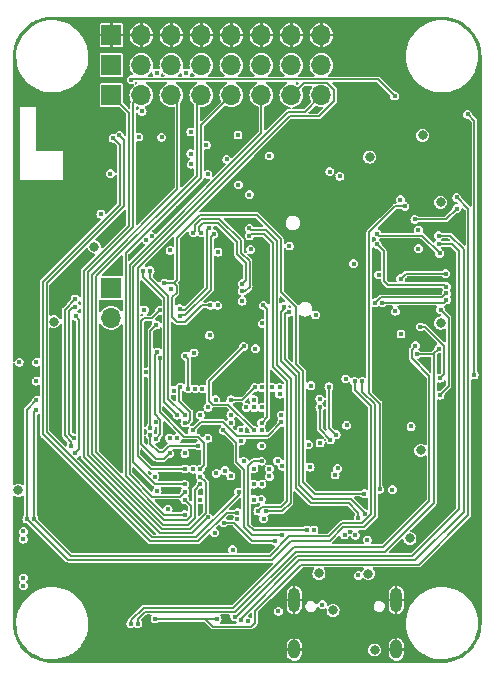
<source format=gbr>
%TF.GenerationSoftware,KiCad,Pcbnew,(6.0.0-0)*%
%TF.CreationDate,2022-02-19T21:54:13+03:00*%
%TF.ProjectId,CopterCat_cm4,436f7074-6572-4436-9174-5f636d342e6b,rev?*%
%TF.SameCoordinates,Original*%
%TF.FileFunction,Copper,L2,Inr*%
%TF.FilePolarity,Positive*%
%FSLAX46Y46*%
G04 Gerber Fmt 4.6, Leading zero omitted, Abs format (unit mm)*
G04 Created by KiCad (PCBNEW (6.0.0-0)) date 2022-02-19 21:54:13*
%MOMM*%
%LPD*%
G01*
G04 APERTURE LIST*
%TA.AperFunction,ComponentPad*%
%ADD10R,1.700000X1.700000*%
%TD*%
%TA.AperFunction,ComponentPad*%
%ADD11O,1.700000X1.700000*%
%TD*%
%TA.AperFunction,ComponentPad*%
%ADD12O,1.000000X2.100000*%
%TD*%
%TA.AperFunction,ComponentPad*%
%ADD13O,1.000000X1.600000*%
%TD*%
%TA.AperFunction,ViaPad*%
%ADD14C,0.450000*%
%TD*%
%TA.AperFunction,ViaPad*%
%ADD15C,0.800000*%
%TD*%
%TA.AperFunction,Conductor*%
%ADD16C,0.160000*%
%TD*%
G04 APERTURE END LIST*
D10*
%TO.N,/Connectors/STM_ESC.CH1*%
%TO.C,J4*%
X216000000Y-87280000D03*
D11*
%TO.N,/Connectors/STM_ESC.CH2*%
X218540000Y-87280000D03*
%TO.N,/Connectors/STM_ESC.CH3*%
X221080000Y-87280000D03*
%TO.N,/Connectors/STM_ESC.CH4*%
X223620000Y-87280000D03*
%TO.N,/Connectors/STM_ESC.CH5*%
X226160000Y-87280000D03*
%TO.N,/Connectors/STM_ESC.CH6*%
X228700000Y-87280000D03*
%TO.N,/Connectors/STM_ESC.CH7*%
X231240000Y-87280000D03*
%TO.N,/Connectors/STM_ESC.CH8*%
X233780000Y-87280000D03*
%TD*%
D10*
%TO.N,GND*%
%TO.C,J2*%
X216000000Y-82200000D03*
D11*
X218540000Y-82200000D03*
X221080000Y-82200000D03*
X223620000Y-82200000D03*
X226160000Y-82200000D03*
X228700000Y-82200000D03*
X231240000Y-82200000D03*
X233780000Y-82200000D03*
%TD*%
D12*
%TO.N,GND*%
%TO.C,J6*%
X231480000Y-130030000D03*
D13*
X240120000Y-134210000D03*
D12*
X240120000Y-130030000D03*
D13*
X231480000Y-134210000D03*
%TD*%
D10*
%TO.N,Net-(J3-Pad1)*%
%TO.C,J3*%
X216000000Y-84740000D03*
D11*
X218540000Y-84740000D03*
X221080000Y-84740000D03*
X223620000Y-84740000D03*
X226160000Y-84740000D03*
X228700000Y-84740000D03*
X231240000Y-84740000D03*
X233780000Y-84740000D03*
%TD*%
D10*
%TO.N,/ESP32/ESP_3V3*%
%TO.C,J7*%
X215975000Y-103600000D03*
D11*
%TO.N,/RPi_CM4/RPI_USB.ID*%
X215975000Y-106140000D03*
%TD*%
D14*
%TO.N,GND*%
X212925000Y-92200000D03*
X213450000Y-92450000D03*
X213900000Y-92900000D03*
X214050000Y-93525000D03*
X214050000Y-94175000D03*
X212975000Y-93300000D03*
X212975000Y-93900000D03*
X212975000Y-94525000D03*
X213150000Y-95150000D03*
X213600000Y-95650000D03*
X214175000Y-95900000D03*
X214200000Y-94750000D03*
X210050000Y-88550000D03*
X210050000Y-90550000D03*
X210050000Y-89550000D03*
X207950000Y-91550000D03*
X207950000Y-89550000D03*
X207950000Y-90550000D03*
X207950000Y-88550000D03*
X207950000Y-87550000D03*
X239050000Y-108050000D03*
X218450000Y-92150000D03*
X208150000Y-123275000D03*
X226125000Y-116975000D03*
X219050000Y-133550000D03*
X222125000Y-112600000D03*
X236550000Y-110050000D03*
X221650000Y-96875000D03*
X236050000Y-109550000D03*
X210550000Y-98550000D03*
X224825000Y-117625000D03*
X212800000Y-119600000D03*
X226575000Y-110950000D03*
X236550000Y-109050000D03*
X222800000Y-108300000D03*
X229050000Y-94050000D03*
X221800000Y-110975000D03*
X233050000Y-99550000D03*
X237050000Y-110550000D03*
X226050000Y-134550000D03*
X208025000Y-110750000D03*
X224825000Y-116975000D03*
X209050000Y-87550000D03*
X227550000Y-128450000D03*
X218050000Y-134550000D03*
X214550000Y-86050000D03*
X224050000Y-134550000D03*
X230400000Y-113600000D03*
X240525000Y-111350000D03*
X210050000Y-87550000D03*
X239050000Y-107050000D03*
X217050000Y-134550000D03*
X233050000Y-100550000D03*
X210550000Y-97550000D03*
X212050000Y-87550000D03*
X208150000Y-122075000D03*
X233050000Y-101550000D03*
X218450000Y-92750000D03*
X228050000Y-133550000D03*
X210550000Y-99550000D03*
X237050000Y-108550000D03*
X208025000Y-112975000D03*
X211050000Y-87550000D03*
X233775000Y-122600000D03*
X224050000Y-133550000D03*
X223400000Y-101950000D03*
X246775000Y-128200000D03*
X208150000Y-122675000D03*
X208025000Y-111300000D03*
X219650000Y-92750000D03*
X221050000Y-133550000D03*
X210050000Y-100050000D03*
X217050000Y-133550000D03*
X236050000Y-108550000D03*
X218925000Y-106625000D03*
X219650000Y-92150000D03*
X214550000Y-84050000D03*
X246775000Y-128900000D03*
X210050000Y-99050000D03*
X219050000Y-92150000D03*
X234225000Y-122325000D03*
X237050000Y-107050000D03*
X236050000Y-110550000D03*
X233050000Y-102550000D03*
X228050000Y-134550000D03*
X214550000Y-83050000D03*
X219050000Y-134550000D03*
X210050000Y-102050000D03*
X218050000Y-133550000D03*
X208025000Y-111850000D03*
X236050000Y-107050000D03*
X214550000Y-85050000D03*
X225475000Y-116975000D03*
X240525000Y-111900000D03*
X221050000Y-134550000D03*
X220050000Y-133550000D03*
X225050000Y-133550000D03*
X233050000Y-103550000D03*
X210050000Y-97050000D03*
X214550000Y-82050000D03*
X246775000Y-129600000D03*
X224750000Y-115400000D03*
X208025000Y-109150000D03*
X219050000Y-92750000D03*
X218450000Y-91550000D03*
X215175000Y-116325000D03*
X222050000Y-133550000D03*
X212800000Y-113700000D03*
X238550000Y-107550000D03*
X212850000Y-108100000D03*
X219050000Y-91550000D03*
X225475000Y-119650000D03*
X216750000Y-101300000D03*
X215175000Y-115750000D03*
X219625000Y-91550000D03*
X241225000Y-116200000D03*
X238550000Y-108550000D03*
X223400000Y-101375000D03*
X227050000Y-134550000D03*
X215225000Y-107475000D03*
X225050000Y-134550000D03*
X208025000Y-108600000D03*
X218915500Y-109775000D03*
X215175000Y-115175000D03*
X210550000Y-101550000D03*
X223050000Y-133550000D03*
X210050000Y-101050000D03*
X233050000Y-98550000D03*
X227500000Y-127850000D03*
X226050000Y-133550000D03*
X228050000Y-94050000D03*
X237475000Y-120150000D03*
X220050000Y-134550000D03*
X213050000Y-87550000D03*
X223050000Y-134550000D03*
X225475000Y-117625000D03*
X226450000Y-103500000D03*
X210050000Y-98050000D03*
X225475000Y-113075000D03*
X225475000Y-118250000D03*
X222050000Y-134550000D03*
X235050000Y-107050000D03*
X224825000Y-118275000D03*
X215775000Y-107950000D03*
X210550000Y-100550000D03*
X212800000Y-120150000D03*
X241225000Y-116825000D03*
X237050000Y-109550000D03*
X208025000Y-112400000D03*
X242175000Y-105500000D03*
X227050000Y-133550000D03*
%TO.N,/STM32/STM_VCAP1*%
X222925000Y-118950000D03*
%TO.N,/STM32/STM_VCAP2*%
X226117722Y-119525000D03*
%TO.N,/STM32/SENSORS_3V3*%
X234949650Y-119443989D03*
X223000000Y-109100000D03*
X232825000Y-118775000D03*
X218800000Y-105475000D03*
X235925000Y-115225000D03*
X232900000Y-111875000D03*
X233150000Y-124100000D03*
%TO.N,/STM32/STM_NRST*%
X223700000Y-112150000D03*
%TO.N,/ESP32/ESP_NRST*%
X215118767Y-97343767D03*
%TO.N,/ESP32/ESP_3V3*%
X227800000Y-100350000D03*
X227080000Y-104720000D03*
X218325000Y-90825000D03*
X225000000Y-105075000D03*
X220975000Y-100425000D03*
X228200000Y-108750000D03*
X221025000Y-103725000D03*
X227675000Y-95700000D03*
X234500000Y-93750000D03*
X235350000Y-94150000D03*
X220250000Y-90850000D03*
X225025000Y-100575000D03*
%TO.N,/Connectors/RPI_CAM0.D_N0*%
X209650000Y-109900000D03*
%TO.N,/Connectors/RPI_CAM0.D_P0*%
X208200000Y-109900000D03*
%TO.N,/Connectors/RPI_CAM0.D_N1*%
X208550000Y-124225000D03*
%TO.N,/Connectors/RPI_CAM0.D_P1*%
X208550000Y-124875000D03*
%TO.N,/Connectors/RPI_CAM0.C_N*%
X208550000Y-128175000D03*
%TO.N,/Connectors/RPI_CAM0.C_P*%
X208550000Y-128825000D03*
%TO.N,/Connectors/RPI_CAM_GPIO*%
X224950000Y-131650000D03*
X219700000Y-131625000D03*
X245250000Y-95950000D03*
%TO.N,/Connectors/RPI_I2C1.SCL*%
X243725000Y-108750000D03*
X241850000Y-109225000D03*
X218250000Y-132025000D03*
%TO.N,/Connectors/RPI_I2C1.SDA*%
X241750000Y-108500000D03*
X217650000Y-132025000D03*
%TO.N,/Connectors/RPI_I2C0.SCL*%
X226450000Y-131454502D03*
X243700000Y-99875000D03*
%TO.N,/Connectors/RPI_I2C0.SDA*%
X243700000Y-99175000D03*
X226950000Y-131750000D03*
%TO.N,/Power/3V3_GROUP1*%
X232700000Y-116875000D03*
X235850000Y-111300000D03*
X235150000Y-118875000D03*
X218900000Y-110750000D03*
X233675000Y-116725000D03*
X222225000Y-117625000D03*
X226125000Y-114375000D03*
X226275000Y-125775000D03*
X223525000Y-114375000D03*
X221300000Y-112300000D03*
X228725000Y-116975000D03*
X219875000Y-120825000D03*
X224875000Y-119300000D03*
X228725000Y-115675000D03*
X228725000Y-112025000D03*
X225625000Y-119075000D03*
X224325000Y-107600000D03*
X239800000Y-120675000D03*
%TO.N,/Connectors/STM_I2C1.SDA*%
X209450000Y-123175000D03*
X236600000Y-111525000D03*
X209650000Y-113925000D03*
%TO.N,/Connectors/STM_I2C1.SCL*%
X209644200Y-113121467D03*
X237250000Y-111525000D03*
X208850000Y-123175000D03*
%TO.N,/Connectors/STM_USART1.RX*%
X209650000Y-111500000D03*
X220800000Y-122350000D03*
%TO.N,/Connectors/STM_USART1.TX*%
X227000000Y-116550000D03*
X219300000Y-116075000D03*
X223350000Y-116975000D03*
%TO.N,/ESP32/ESP_SPI_CS0*%
X222725000Y-92240500D03*
%TO.N,/ESP32/ESP_SPI_CIPO*%
X229375000Y-92425000D03*
X222775000Y-93125000D03*
%TO.N,/ESP32/ESP_SPI_WP*%
X225775500Y-92725000D03*
%TO.N,/ESP32/ESP_SPI_COPI*%
X226750000Y-94875000D03*
%TO.N,/ESP32/ESP_SPI_SCK*%
X224175000Y-94000000D03*
%TO.N,/ESP32/ESP_SPI_HLD*%
X224050000Y-91500000D03*
%TO.N,/ESP32/ESP_SPI_3V3*%
X226725000Y-90650000D03*
%TO.N,/Connectors/STM_ESC.CH1*%
X224175000Y-123025000D03*
%TO.N,/Connectors/STM_ESC.CH2*%
X223525000Y-119575000D03*
%TO.N,/Connectors/STM_ESC.CH3*%
X223525000Y-120225000D03*
%TO.N,/Connectors/STM_ESC.CH4*%
X222225000Y-121524999D03*
%TO.N,/Connectors/STM_ESC.CH5*%
X222225000Y-122800000D03*
%TO.N,/Connectors/STM_ESC.CH6*%
X222225000Y-120875000D03*
%TO.N,/Connectors/STM_ESC.CH7*%
X222235524Y-118935524D03*
%TO.N,/Connectors/STM_ESC.CH8*%
X222225000Y-120225000D03*
%TO.N,/RPi_CM4/RPI_USB.ID*%
X224375000Y-105075000D03*
X212950000Y-117600000D03*
X237429500Y-121025000D03*
X220475000Y-103200000D03*
X212975000Y-106000000D03*
%TO.N,/RPi_CM4/RPI_NRPIBOOT*%
X245250000Y-96900000D03*
X241700000Y-97800000D03*
%TO.N,/Connectors/RPI_LASER_I2C.SDA*%
X242175000Y-106900000D03*
X243825000Y-111250000D03*
%TO.N,/Connectors/RPI_LASER_I2C.SCL*%
X243875000Y-105450000D03*
X243825000Y-112675000D03*
%TO.N,/Connectors/RPI_GPIO21*%
X246725000Y-110975000D03*
X246175000Y-88900000D03*
%TO.N,/Connectors/STM_ADC.6V6*%
X219275000Y-102150000D03*
X222225000Y-114375000D03*
%TO.N,/Connectors/STM_ADC.3V3*%
X221575000Y-114375000D03*
X218700000Y-102150000D03*
%TO.N,/Connectors/USB_BOARD.DN*%
X237450000Y-122725000D03*
X237675000Y-124950000D03*
X231054810Y-105654810D03*
%TO.N,/ESP32/ESP_IO0*%
X215925000Y-93925000D03*
%TO.N,/RPi_CM4/RPI_SD_D3*%
X244371883Y-103503117D03*
X238500000Y-99925000D03*
%TO.N,/RPi_CM4/RPI_SD_CMD*%
X238625000Y-102500000D03*
%TO.N,/RPi_CM4/RPI_SD_CLK*%
X244375000Y-104625000D03*
X238950000Y-104850000D03*
%TO.N,/STM32/STM_BOOT0*%
X226975000Y-115625000D03*
%TO.N,/RPi_CM4/RPI_SD_D0*%
X238350000Y-104850000D03*
X244375000Y-104050000D03*
%TO.N,/RPi_CM4/RPI_SD_D1*%
X244300000Y-102400000D03*
X240500000Y-102825000D03*
%TO.N,/STM32/STM_HW_VER_SENSE*%
X226125000Y-115025000D03*
%TO.N,/STM32/STM_HW_VER_REV_DRIVE*%
X221575000Y-116325000D03*
%TO.N,/STM32/STM_I2C4.SCL*%
X219771712Y-106739715D03*
X219300000Y-115450000D03*
%TO.N,/Connectors/RPI_OUT_3V3*%
X236525000Y-101550000D03*
X227550000Y-131825000D03*
X242000000Y-100275000D03*
X230150000Y-130975000D03*
X241375000Y-115325000D03*
X240525000Y-107500000D03*
X242000000Y-98700000D03*
%TO.N,/ESP32/ESP_UART0_TX*%
X218971564Y-99545652D03*
%TO.N,/ESP32/ESP_SPI_CS1*%
X222725000Y-90400000D03*
%TO.N,/RPi_CM4/RPI_SD_D2*%
X238500000Y-99025000D03*
X243800000Y-100675000D03*
%TO.N,/STM32/STM_I2C4.SDA*%
X219775000Y-116375000D03*
X219898392Y-109035381D03*
%TO.N,/STM32/STM_PDR_ON*%
X227200000Y-108550000D03*
X228075000Y-115675000D03*
%TO.N,/STM32/STM_HW_REV_SENSE*%
X224825000Y-113075000D03*
%TO.N,/STM32/STM_NLED_BLUE*%
X230250000Y-112600000D03*
%TO.N,/STM32/STM_NLED_GREEN*%
X229625000Y-112025000D03*
%TO.N,/STM32/STM_NLED_RED*%
X230250000Y-112025000D03*
%TO.N,Net-(J6-PadB5)*%
X233875000Y-130425000D03*
%TO.N,Net-(J6-PadA5)*%
X236925000Y-127950000D03*
%TO.N,/ESP32/ESP_UART0_RX*%
X219400000Y-99234500D03*
%TO.N,/STM32/STM_SCALED_VDD_3V3_SENSORS*%
X222225000Y-115025000D03*
X221833211Y-111996726D03*
%TO.N,/USB_HUB/USBHUB_SINK3_DP*%
X221800000Y-105350000D03*
X224275000Y-98525000D03*
%TO.N,/Connectors/STM_RC.PPM*%
X228725000Y-115025000D03*
X240475000Y-96125000D03*
X228875000Y-105075000D03*
%TO.N,/Connectors/STM_RC.RX*%
X240850000Y-96700000D03*
X224750000Y-124325000D03*
X238725000Y-120650000D03*
%TO.N,/Connectors/STM_UART7.RX*%
X224175000Y-113725000D03*
X226125000Y-113075000D03*
X228150000Y-112025000D03*
%TO.N,/Connectors/STM_UART7.TX*%
X220100000Y-105500000D03*
X240050000Y-105575000D03*
X233300000Y-105900000D03*
X220925000Y-117625000D03*
%TO.N,/Connectors/STM_UART5.RX*%
X228075000Y-120225000D03*
%TO.N,/Connectors/STM_UART5.TX*%
X229375000Y-119567723D03*
%TO.N,/STM32/STM_SPI1.SCK*%
X232575000Y-124100000D03*
X228725000Y-118275000D03*
%TO.N,/ESP32/ESP_UART1.RX*%
X226668148Y-122629905D03*
X216150000Y-90925000D03*
X229375000Y-118925000D03*
%TO.N,/STM32/STM_SPI3.MISO*%
X234554500Y-116475000D03*
X233650000Y-113725000D03*
X230075000Y-118250000D03*
%TO.N,/STM32/STM_SPI3.SCK*%
X235025000Y-116025000D03*
X234425000Y-111975000D03*
X230460500Y-118700000D03*
%TO.N,/STM32/STM_USB.DP*%
X229069603Y-122519604D03*
X227675000Y-98550000D03*
%TO.N,/STM32/STM_SPI3.DRDY2*%
X228075000Y-113725000D03*
%TO.N,/STM32/STM_SPI3.DRDY1*%
X228725000Y-113725000D03*
%TO.N,/STM32/STM_SPI1.MISO*%
X227225000Y-118275000D03*
%TO.N,/ESP32/ESP_UART1.TX*%
X228075001Y-118917722D03*
X216675500Y-90700000D03*
X226775000Y-120875000D03*
%TO.N,/STM32/STM_SPI2.MOSI*%
X228732278Y-120225000D03*
%TO.N,/STM32/STM_SPI2.MISO*%
X228700000Y-121500000D03*
%TO.N,/STM32/STM_USB.DN*%
X227675000Y-99200000D03*
X228400000Y-122500000D03*
%TO.N,/STM32/STM_SPI3.CS2*%
X228075000Y-113075000D03*
%TO.N,/STM32/STM_SPI1.CS1*%
X227425000Y-113725000D03*
%TO.N,/STM32/STM_SPI3.CS1*%
X230400000Y-114375000D03*
%TO.N,/STM32/STM_SPI2.SCK*%
X228900000Y-123150000D03*
%TO.N,/STM32/STM_SPI2.DRDY2*%
X228075000Y-121525000D03*
%TO.N,/STM32/STM_USB.VBUS*%
X235750000Y-124525000D03*
D15*
X237750000Y-127800000D03*
X234775000Y-130900000D03*
D14*
X226675000Y-123200000D03*
D15*
X233575000Y-127775000D03*
D14*
X228775000Y-106614500D03*
X231070000Y-100050000D03*
%TO.N,/STM32/STM_SPI1.DRDY1*%
X230484500Y-124525000D03*
X225475000Y-115650000D03*
%TO.N,/STM32/STM_I2C4.DRDY2*%
X222254199Y-109354338D03*
X222500000Y-112150000D03*
%TO.N,/STM32/STM_SPI2.CS1*%
X229875000Y-125050000D03*
X225500000Y-123470498D03*
X224175000Y-116325000D03*
%TO.N,/STM32/STM_SPI5_CS1*%
X223532279Y-121524998D03*
%TO.N,/STM32/STM_SPI5_SCK*%
X223100000Y-112150000D03*
%TO.N,/STM32/STM_I2C4.DRDY1*%
X223525000Y-118950000D03*
X220100000Y-109525000D03*
%TO.N,/STM32/STM_SPI3.MOSI*%
X230400000Y-114975000D03*
X222875000Y-115675000D03*
X233650000Y-113000000D03*
%TO.N,/STM32/STM_SPI5_MISO*%
X219675000Y-119575000D03*
%TO.N,/STM32/STM_SPI1.MOSI*%
X220928619Y-116321381D03*
%TO.N,/STM32/STM_SPI5_MOSI*%
X219750000Y-114975000D03*
%TO.N,/USB_HUB/USBHUB_SINK3_DN*%
X221800000Y-105950000D03*
X224650000Y-99050000D03*
%TO.N,/USB_HUB/USBHUB_SOURCE_DP*%
X223600000Y-98925000D03*
X227090000Y-103240000D03*
%TO.N,/RPi_CM4/RPI_USB.DN*%
X212600000Y-116950000D03*
X212931509Y-104550000D03*
%TO.N,/RPi_CM4/RPI_USB.DP*%
X212800000Y-116300000D03*
X212931509Y-105200000D03*
%TO.N,/USB_HUB/USBHUB_SOURCE_DN*%
X227090000Y-103870000D03*
X222925000Y-98925000D03*
D15*
%TO.N,VCC*%
X242200000Y-117350000D03*
X243875000Y-106575000D03*
X241275000Y-124800000D03*
X211125000Y-106450000D03*
X214550000Y-100125000D03*
X243875000Y-96350000D03*
X208125000Y-120750000D03*
X237870000Y-92530000D03*
X238300000Y-134250000D03*
X242350000Y-90700000D03*
D14*
%TO.N,/Connectors/USB_BOARD.DP*%
X236900000Y-123075000D03*
X236650000Y-124550000D03*
X230595190Y-105195190D03*
%TO.N,/Connectors/ESP_GPIO.IO13*%
X217700000Y-85975000D03*
X239975000Y-87350000D03*
%TO.N,/Connectors/ESP_GPIO.IO14*%
X218600000Y-88650000D03*
%TO.N,/Connectors/ESP_GPIO.IO19*%
X219850000Y-85400000D03*
%TO.N,/Connectors/ESP_GPIO.IO20*%
X222325000Y-85400000D03*
%TD*%
D16*
%TO.N,/Connectors/RPI_CAM_GPIO*%
X223950000Y-131650000D02*
X219725000Y-131650000D01*
X227850000Y-132275000D02*
X224575000Y-132275000D01*
X219725000Y-131650000D02*
X219700000Y-131625000D01*
X228175000Y-131950000D02*
X227850000Y-132275000D01*
X246225000Y-96925000D02*
X246225000Y-122825000D01*
X228175000Y-130925000D02*
X228175000Y-131950000D01*
X224575000Y-132275000D02*
X223950000Y-131650000D01*
X245250000Y-95950000D02*
X246225000Y-96925000D01*
X246225000Y-122825000D02*
X242025000Y-127025000D01*
X242025000Y-127025000D02*
X232075000Y-127025000D01*
X232075000Y-127025000D02*
X228175000Y-130925000D01*
X224950000Y-131650000D02*
X223950000Y-131650000D01*
%TO.N,/Connectors/RPI_I2C1.SCL*%
X218250000Y-132025000D02*
X218250000Y-131625000D01*
X226500000Y-131025000D02*
X231600000Y-125925000D01*
X239175000Y-125925000D02*
X243325000Y-121775000D01*
X243325000Y-109300000D02*
X243250000Y-109225000D01*
X231600000Y-125925000D02*
X239175000Y-125925000D01*
X243325000Y-121775000D02*
X243325000Y-109300000D01*
X243250000Y-109225000D02*
X241850000Y-109225000D01*
X243725000Y-108750000D02*
X243250000Y-109225000D01*
X218850000Y-131025000D02*
X226500000Y-131025000D01*
X218250000Y-131625000D02*
X218850000Y-131025000D01*
%TO.N,/Connectors/RPI_I2C1.SDA*%
X242925000Y-111075000D02*
X241425000Y-109575000D01*
X242925000Y-121625000D02*
X242925000Y-111075000D01*
X231450000Y-125550000D02*
X239000000Y-125550000D01*
X217650000Y-132025000D02*
X217650000Y-131756218D01*
X226325000Y-130675000D02*
X231450000Y-125550000D01*
X241425000Y-109575000D02*
X241425000Y-108825000D01*
X239000000Y-125550000D02*
X242925000Y-121625000D01*
X241425000Y-108825000D02*
X241750000Y-108500000D01*
X218731218Y-130675000D02*
X226325000Y-130675000D01*
X217650000Y-131756218D02*
X218731218Y-130675000D01*
%TO.N,/Connectors/RPI_I2C0.SCL*%
X226595498Y-131454502D02*
X231750000Y-126300000D01*
X245425000Y-122350000D02*
X245425000Y-100500000D01*
X244800000Y-99875000D02*
X243700000Y-99875000D01*
X226450000Y-131454502D02*
X226595498Y-131454502D01*
X245425000Y-100500000D02*
X244800000Y-99875000D01*
X241475000Y-126300000D02*
X245425000Y-122350000D01*
X231750000Y-126300000D02*
X241475000Y-126300000D01*
%TO.N,/Connectors/RPI_I2C0.SDA*%
X245825000Y-122575000D02*
X245825000Y-100325000D01*
X231900000Y-126675000D02*
X241725000Y-126675000D01*
X245825000Y-100325000D02*
X244675000Y-99175000D01*
X244675000Y-99175000D02*
X243700000Y-99175000D01*
X226950000Y-131625000D02*
X231900000Y-126675000D01*
X241725000Y-126675000D02*
X245825000Y-122575000D01*
X226950000Y-131750000D02*
X226950000Y-131625000D01*
%TO.N,/Connectors/STM_I2C1.SDA*%
X234425000Y-124650000D02*
X235550000Y-123525000D01*
X236600000Y-112268782D02*
X236600000Y-111525000D01*
X209450000Y-114125000D02*
X209650000Y-113925000D01*
X209450000Y-123175000D02*
X209450000Y-114125000D01*
X237975000Y-113643782D02*
X236600000Y-112268782D01*
X237975000Y-122775000D02*
X237975000Y-113643782D01*
X229450000Y-126275000D02*
X231075000Y-124650000D01*
X212550000Y-126275000D02*
X229450000Y-126275000D01*
X231075000Y-124650000D02*
X234425000Y-124650000D01*
X209450000Y-123175000D02*
X212550000Y-126275000D01*
X235550000Y-123525000D02*
X237225000Y-123525000D01*
X237225000Y-123525000D02*
X237975000Y-122775000D01*
%TO.N,/Connectors/STM_I2C1.SCL*%
X234525000Y-125000000D02*
X235650000Y-123875000D01*
X238325000Y-113475000D02*
X237250000Y-112400000D01*
X208850000Y-113915667D02*
X209644200Y-113121467D01*
X208900000Y-123175000D02*
X212350000Y-126625000D01*
X237250000Y-112400000D02*
X237250000Y-111525000D01*
X212350000Y-126625000D02*
X229625000Y-126625000D01*
X208850000Y-123175000D02*
X208900000Y-123175000D01*
X208850000Y-123175000D02*
X208850000Y-113915667D01*
X237400000Y-123875000D02*
X238325000Y-122950000D01*
X238325000Y-122950000D02*
X238325000Y-113475000D01*
X229625000Y-126625000D02*
X231250000Y-125000000D01*
X231250000Y-125000000D02*
X234525000Y-125000000D01*
X235650000Y-123875000D02*
X237400000Y-123875000D01*
%TO.N,/Connectors/STM_USART1.TX*%
X220000000Y-117500000D02*
X220350000Y-117500000D01*
X220350000Y-117500000D02*
X220875000Y-116975000D01*
X219300000Y-116800000D02*
X220000000Y-117500000D01*
X220875000Y-116975000D02*
X223350000Y-116975000D01*
X219300000Y-116075000D02*
X219300000Y-116800000D01*
%TO.N,/Connectors/STM_ESC.CH1*%
X220125000Y-124375000D02*
X213650000Y-117900000D01*
X217475000Y-98325000D02*
X217475000Y-88755000D01*
X224175000Y-123025000D02*
X222825000Y-124375000D01*
X213650000Y-102150000D02*
X217475000Y-98325000D01*
X217475000Y-88755000D02*
X216000000Y-87280000D01*
X222825000Y-124375000D02*
X220125000Y-124375000D01*
X213650000Y-117900000D02*
X213650000Y-102150000D01*
%TO.N,/Connectors/STM_ESC.CH2*%
X214000000Y-117750000D02*
X220275000Y-124025000D01*
X217850000Y-87970000D02*
X217850000Y-98450000D01*
X214000000Y-102300000D02*
X214000000Y-117750000D01*
X224025000Y-120075000D02*
X223525000Y-119575000D01*
X220275000Y-124025000D02*
X222631218Y-124025000D01*
X222631218Y-124025000D02*
X224025000Y-122631218D01*
X218540000Y-87280000D02*
X217850000Y-87970000D01*
X217850000Y-98450000D02*
X214000000Y-102300000D01*
X224025000Y-122631218D02*
X224025000Y-120075000D01*
%TO.N,/Connectors/STM_ESC.CH3*%
X221600000Y-87800000D02*
X221600000Y-95250000D01*
X214375000Y-117650000D02*
X220400000Y-123675000D01*
X223075000Y-120675000D02*
X223525000Y-120225000D01*
X223075000Y-123100000D02*
X223075000Y-120675000D01*
X221080000Y-87280000D02*
X221600000Y-87800000D01*
X220400000Y-123675000D02*
X222500000Y-123675000D01*
X214375000Y-102475000D02*
X214375000Y-117650000D01*
X221600000Y-95250000D02*
X214375000Y-102475000D01*
X222500000Y-123675000D02*
X223075000Y-123100000D01*
%TO.N,/Connectors/STM_ESC.CH4*%
X220475000Y-123250000D02*
X214725000Y-117500000D01*
X223250000Y-94100000D02*
X223250000Y-87650000D01*
X214725000Y-102625000D02*
X223250000Y-94100000D01*
X222225000Y-121524999D02*
X222750000Y-122049999D01*
X222750000Y-122900000D02*
X222400000Y-123250000D01*
X223250000Y-87650000D02*
X223620000Y-87280000D01*
X214725000Y-117500000D02*
X214725000Y-102625000D01*
X222400000Y-123250000D02*
X220475000Y-123250000D01*
X222750000Y-122049999D02*
X222750000Y-122900000D01*
%TO.N,/Connectors/STM_ESC.CH5*%
X223600000Y-94275000D02*
X217200000Y-100675000D01*
X220500000Y-122800000D02*
X217200000Y-119500000D01*
X222225000Y-122800000D02*
X220500000Y-122800000D01*
X217200000Y-100675000D02*
X217200000Y-119500000D01*
X223600000Y-89840000D02*
X226160000Y-87280000D01*
X223600000Y-94275000D02*
X223600000Y-89840000D01*
%TO.N,/Connectors/STM_ESC.CH6*%
X221825000Y-121275000D02*
X219450000Y-121275000D01*
X222225000Y-120875000D02*
X221825000Y-121275000D01*
X217550000Y-101650000D02*
X228700000Y-90500000D01*
X228700000Y-90500000D02*
X228700000Y-87280000D01*
X217550000Y-119375000D02*
X217550000Y-101650000D01*
X219450000Y-121275000D02*
X217550000Y-119375000D01*
%TO.N,/Connectors/STM_ESC.CH7*%
X218225000Y-101950000D02*
X218225000Y-117800000D01*
X218225000Y-117800000D02*
X219360524Y-118935524D01*
X234300000Y-86250000D02*
X234875000Y-86825000D01*
X219360524Y-118935524D02*
X222235524Y-118935524D01*
X231240000Y-87280000D02*
X232270000Y-86250000D01*
X232270000Y-86250000D02*
X234300000Y-86250000D01*
X234875000Y-87800000D02*
X233600000Y-89075000D01*
X231100000Y-89075000D02*
X218225000Y-101950000D01*
X234875000Y-86825000D02*
X234875000Y-87800000D01*
X233600000Y-89075000D02*
X231100000Y-89075000D01*
%TO.N,/Connectors/STM_ESC.CH8*%
X217875000Y-101800000D02*
X217875000Y-118375000D01*
X232360000Y-88700000D02*
X230975000Y-88700000D01*
X233780000Y-87280000D02*
X232360000Y-88700000D01*
X230975000Y-88700000D02*
X217875000Y-101800000D01*
X217875000Y-118375000D02*
X219725000Y-120225000D01*
X219725000Y-120225000D02*
X222225000Y-120225000D01*
%TO.N,/RPi_CM4/RPI_USB.ID*%
X221575000Y-106500000D02*
X221175000Y-106100000D01*
X223700000Y-105075000D02*
X222275000Y-106500000D01*
X221175000Y-104350000D02*
X221525000Y-104000000D01*
X231620000Y-110020000D02*
X231620000Y-105245000D01*
X232250000Y-110650000D02*
X231620000Y-110020000D01*
X222275000Y-106500000D02*
X221575000Y-106500000D01*
X231620000Y-105245000D02*
X230350000Y-103975000D01*
X233225000Y-121025000D02*
X232250000Y-120050000D01*
X213275000Y-117275000D02*
X213275000Y-106300000D01*
X221175000Y-106100000D02*
X221175000Y-104350000D01*
X221275000Y-103200000D02*
X220475000Y-103200000D01*
X230350000Y-103975000D02*
X230350000Y-99475000D01*
X224375000Y-105075000D02*
X223700000Y-105075000D01*
X232250000Y-120050000D02*
X232250000Y-110650000D01*
X212950000Y-117600000D02*
X213275000Y-117275000D01*
X221525000Y-104000000D02*
X221525000Y-103450000D01*
X230350000Y-99475000D02*
X228300000Y-97425000D01*
X221575000Y-99350000D02*
X221575000Y-102900000D01*
X237429500Y-121025000D02*
X233225000Y-121025000D01*
X213275000Y-106300000D02*
X212975000Y-106000000D01*
X228300000Y-97425000D02*
X223500000Y-97425000D01*
X221525000Y-103450000D02*
X221275000Y-103200000D01*
X221575000Y-102900000D02*
X221275000Y-103200000D01*
X223500000Y-97425000D02*
X221575000Y-99350000D01*
%TO.N,/RPi_CM4/RPI_NRPIBOOT*%
X244350000Y-97800000D02*
X245250000Y-96900000D01*
X241700000Y-97800000D02*
X244350000Y-97800000D01*
%TO.N,/Connectors/RPI_LASER_I2C.SDA*%
X242175000Y-106900000D02*
X242550000Y-106900000D01*
X244175000Y-110900000D02*
X243825000Y-111250000D01*
X244175000Y-108525000D02*
X244175000Y-110900000D01*
X242550000Y-106900000D02*
X244175000Y-108525000D01*
%TO.N,/Connectors/RPI_LASER_I2C.SCL*%
X244550000Y-111950000D02*
X244550000Y-106125000D01*
X243825000Y-112675000D02*
X244550000Y-111950000D01*
X244550000Y-106125000D02*
X243875000Y-105450000D01*
%TO.N,/Connectors/RPI_GPIO21*%
X246725000Y-89450000D02*
X246725000Y-110975000D01*
X246175000Y-88900000D02*
X246725000Y-89450000D01*
%TO.N,/Connectors/STM_ADC.6V6*%
X220825000Y-112975000D02*
X222225000Y-114375000D01*
X220825000Y-104300000D02*
X220825000Y-112975000D01*
X219275000Y-102150000D02*
X219275000Y-102750000D01*
X219275000Y-102750000D02*
X220825000Y-104300000D01*
%TO.N,/Connectors/STM_ADC.3V3*%
X220500000Y-104500000D02*
X220500000Y-113300000D01*
X218700000Y-102700000D02*
X220500000Y-104500000D01*
X218700000Y-102150000D02*
X218700000Y-102700000D01*
X220500000Y-113300000D02*
X221575000Y-114375000D01*
%TO.N,/Connectors/USB_BOARD.DN*%
X230849749Y-105654810D02*
X230705000Y-105799559D01*
X231054810Y-105654810D02*
X230849749Y-105654810D01*
X237450000Y-122725000D02*
X237450000Y-122670440D01*
X231925000Y-120320440D02*
X231925000Y-110845440D01*
X233074560Y-121470000D02*
X231925000Y-120320440D01*
X237450000Y-122670440D02*
X236249560Y-121470000D01*
X231925000Y-110845440D02*
X230705000Y-109625440D01*
X230705000Y-105799559D02*
X230705000Y-109625440D01*
X236249560Y-121470000D02*
X233074560Y-121470000D01*
%TO.N,/RPi_CM4/RPI_SD_D3*%
X239075000Y-103025000D02*
X239425000Y-103375000D01*
X238500000Y-99925000D02*
X239075000Y-100500000D01*
X239425000Y-103375000D02*
X244243766Y-103375000D01*
X244243766Y-103375000D02*
X244371883Y-103503117D01*
X239075000Y-100500000D02*
X239075000Y-103025000D01*
%TO.N,/RPi_CM4/RPI_SD_CLK*%
X244150000Y-104850000D02*
X238950000Y-104850000D01*
X244375000Y-104625000D02*
X244150000Y-104850000D01*
%TO.N,/RPi_CM4/RPI_SD_D0*%
X244375000Y-104050000D02*
X244025000Y-104400000D01*
X244025000Y-104400000D02*
X238800000Y-104400000D01*
X238800000Y-104400000D02*
X238350000Y-104850000D01*
%TO.N,/RPi_CM4/RPI_SD_D1*%
X244300000Y-102400000D02*
X240925000Y-102400000D01*
X240925000Y-102400000D02*
X240500000Y-102825000D01*
%TO.N,/STM32/STM_I2C4.SCL*%
X219300000Y-107211427D02*
X219300000Y-115450000D01*
X219771712Y-106739715D02*
X219300000Y-107211427D01*
%TO.N,/RPi_CM4/RPI_SD_D2*%
X238500000Y-99025000D02*
X238650000Y-99175000D01*
X242300000Y-99175000D02*
X243800000Y-100675000D01*
X238650000Y-99175000D02*
X242300000Y-99175000D01*
%TO.N,/STM32/STM_I2C4.SDA*%
X219775000Y-116375000D02*
X220134511Y-116015489D01*
X220134511Y-116015489D02*
X220134511Y-114759511D01*
X219675000Y-109258773D02*
X219898392Y-109035381D01*
X219675000Y-114300000D02*
X219675000Y-109258773D01*
X220134511Y-114759511D02*
X219675000Y-114300000D01*
%TO.N,/STM32/STM_PDR_ON*%
X224250000Y-113150000D02*
X224250000Y-111500000D01*
X225887500Y-113487500D02*
X224587500Y-113487500D01*
X228075000Y-115675000D02*
X225887500Y-113487500D01*
X224250000Y-111500000D02*
X227200000Y-108550000D01*
X224587500Y-113487500D02*
X224250000Y-113150000D01*
%TO.N,/STM32/STM_SCALED_VDD_3V3_SENSORS*%
X222700000Y-114125000D02*
X222700000Y-114775000D01*
X221833211Y-111996726D02*
X221740489Y-112089448D01*
X221740489Y-113165489D02*
X222700000Y-114125000D01*
X222700000Y-114775000D02*
X222450000Y-115025000D01*
X221740489Y-112089448D02*
X221740489Y-113165489D01*
X222450000Y-115025000D02*
X222225000Y-115025000D01*
%TO.N,/USB_HUB/USBHUB_SINK3_DP*%
X221925000Y-105475000D02*
X222200000Y-105475000D01*
X222200000Y-105475000D02*
X224075000Y-103600000D01*
X224075000Y-98725000D02*
X224275000Y-98525000D01*
X221800000Y-105350000D02*
X221925000Y-105475000D01*
X224075000Y-103600000D02*
X224075000Y-98725000D01*
%TO.N,/Connectors/STM_RC.PPM*%
X228875000Y-105075000D02*
X229179511Y-105379511D01*
X229175000Y-106797066D02*
X229175000Y-114575000D01*
X229179511Y-106792555D02*
X229175000Y-106797066D01*
X229175000Y-114575000D02*
X228725000Y-115025000D01*
X229179511Y-105379511D02*
X229179511Y-106792555D01*
%TO.N,/Connectors/STM_RC.RX*%
X237825000Y-112500000D02*
X237825000Y-98900000D01*
X238725000Y-113400000D02*
X237825000Y-112500000D01*
X240025000Y-96700000D02*
X240850000Y-96700000D01*
X238725000Y-120650000D02*
X238725000Y-113400000D01*
X237825000Y-98900000D02*
X240025000Y-96700000D01*
%TO.N,/Connectors/STM_UART7.RX*%
X226125000Y-113075000D02*
X227100000Y-113075000D01*
X227100000Y-113075000D02*
X228150000Y-112025000D01*
%TO.N,/Connectors/STM_UART7.TX*%
X218515489Y-116790489D02*
X219800000Y-118075000D01*
X218515489Y-106409511D02*
X218515489Y-116790489D01*
X219800000Y-118075000D02*
X220475000Y-118075000D01*
X218750000Y-106175000D02*
X218515489Y-106409511D01*
X219425000Y-106175000D02*
X218750000Y-106175000D01*
X220475000Y-118075000D02*
X220925000Y-117625000D01*
X220100000Y-105500000D02*
X219425000Y-106175000D01*
%TO.N,/STM32/STM_SPI1.SCK*%
X227600000Y-123650000D02*
X227600000Y-118675000D01*
X228050000Y-124100000D02*
X227600000Y-123650000D01*
X227600000Y-118675000D02*
X228000000Y-118275000D01*
X228000000Y-118275000D02*
X228725000Y-118275000D01*
X232575000Y-124100000D02*
X228050000Y-124100000D01*
%TO.N,/ESP32/ESP_UART1.RX*%
X216700000Y-96575000D02*
X216700000Y-91475000D01*
X225770095Y-122629905D02*
X223350000Y-125050000D01*
X226668148Y-122629905D02*
X225770095Y-122629905D01*
X210200000Y-103075000D02*
X216700000Y-96575000D01*
X219253125Y-125050000D02*
X210200000Y-115996875D01*
X216700000Y-91475000D02*
X216150000Y-90925000D01*
X210200000Y-115996875D02*
X210200000Y-103075000D01*
X223350000Y-125050000D02*
X219253125Y-125050000D01*
%TO.N,/STM32/STM_SPI3.MISO*%
X233650000Y-113725000D02*
X233650000Y-115570500D01*
X233650000Y-115570500D02*
X234554500Y-116475000D01*
%TO.N,/STM32/STM_SPI3.SCK*%
X235025000Y-116025000D02*
X234425000Y-115425000D01*
X234425000Y-115425000D02*
X234425000Y-111975000D01*
%TO.N,/STM32/STM_USB.DP*%
X230005000Y-99625440D02*
X229074560Y-98695000D01*
X231175000Y-121825000D02*
X231175000Y-111320440D01*
X231175000Y-111320440D02*
X230005000Y-110150440D01*
X227820000Y-98695000D02*
X227675000Y-98550000D01*
X229069603Y-122519604D02*
X230480396Y-122519604D01*
X229074560Y-98695000D02*
X227820000Y-98695000D01*
X230005000Y-110150440D02*
X230005000Y-99625440D01*
X230480396Y-122519604D02*
X231175000Y-121825000D01*
%TO.N,/ESP32/ESP_UART1.TX*%
X226775000Y-121125000D02*
X223175000Y-124725000D01*
X226775000Y-120875000D02*
X226775000Y-121125000D01*
X210525000Y-103225000D02*
X217075000Y-96675000D01*
X210525000Y-115825000D02*
X210525000Y-103225000D01*
X219425000Y-124725000D02*
X210525000Y-115825000D01*
X217075000Y-96675000D02*
X217075000Y-91099500D01*
X217075000Y-91099500D02*
X216675500Y-90700000D01*
X223175000Y-124725000D02*
X219425000Y-124725000D01*
%TO.N,/STM32/STM_USB.DN*%
X229645000Y-99774560D02*
X228925440Y-99055000D01*
X228764907Y-122135093D02*
X230364907Y-122135093D01*
X227820000Y-99055000D02*
X227675000Y-99200000D01*
X230845000Y-111499560D02*
X229645000Y-110299560D01*
X228925440Y-99055000D02*
X227820000Y-99055000D01*
X230845000Y-121655000D02*
X230845000Y-111499560D01*
X229645000Y-110299560D02*
X229645000Y-99774560D01*
X230364907Y-122135093D02*
X230845000Y-121655000D01*
X228400000Y-122500000D02*
X228764907Y-122135093D01*
%TO.N,/STM32/STM_SPI1.DRDY1*%
X227250000Y-119000000D02*
X227250000Y-123850000D01*
X226575000Y-116750000D02*
X226575000Y-118325000D01*
X226575000Y-118325000D02*
X227250000Y-119000000D01*
X227250000Y-123850000D02*
X227925000Y-124525000D01*
X227925000Y-124525000D02*
X230484500Y-124525000D01*
X225475000Y-115650000D02*
X226575000Y-116750000D01*
%TO.N,/STM32/STM_I2C4.DRDY2*%
X222500000Y-109600139D02*
X222500000Y-112150000D01*
X222254199Y-109354338D02*
X222500000Y-109600139D01*
%TO.N,/STM32/STM_SPI2.CS1*%
X225500000Y-123470498D02*
X226345498Y-123470498D01*
X226345498Y-123470498D02*
X227925000Y-125050000D01*
X227925000Y-125050000D02*
X229875000Y-125050000D01*
%TO.N,/STM32/STM_I2C4.DRDY1*%
X223850000Y-118625000D02*
X223850000Y-116700000D01*
X220100000Y-114150000D02*
X220100000Y-109525000D01*
X223337500Y-116187500D02*
X222137500Y-116187500D01*
X223850000Y-116700000D02*
X223337500Y-116187500D01*
X223525000Y-118950000D02*
X223850000Y-118625000D01*
X222137500Y-116187500D02*
X220100000Y-114150000D01*
%TO.N,/STM32/STM_SPI3.MOSI*%
X226600000Y-116125000D02*
X225425000Y-114950000D01*
X230400000Y-114975000D02*
X229250000Y-116125000D01*
X229250000Y-116125000D02*
X226600000Y-116125000D01*
X225425000Y-114950000D02*
X223600000Y-114950000D01*
X223600000Y-114950000D02*
X222875000Y-115675000D01*
%TO.N,/USB_HUB/USBHUB_SINK3_DN*%
X221800000Y-105950000D02*
X221845000Y-105905000D01*
X221845000Y-105905000D02*
X222270000Y-105905000D01*
X224435000Y-99265000D02*
X224650000Y-99050000D01*
X224435000Y-103740000D02*
X224435000Y-99265000D01*
X222270000Y-105905000D02*
X224435000Y-103740000D01*
%TO.N,/USB_HUB/USBHUB_SOURCE_DP*%
X225005000Y-98105000D02*
X223745000Y-98105000D01*
X226620000Y-99720000D02*
X225005000Y-98105000D01*
X227359751Y-102970249D02*
X227359751Y-101514311D01*
X227090000Y-103240000D02*
X227359751Y-102970249D01*
X227359751Y-101514311D02*
X226620000Y-100774560D01*
X223745000Y-98105000D02*
X223425000Y-98425000D01*
X223425000Y-98425000D02*
X223425000Y-98750000D01*
X226620000Y-100774560D02*
X226620000Y-99720000D01*
X223425000Y-98750000D02*
X223600000Y-98925000D01*
%TO.N,/RPi_CM4/RPI_USB.DN*%
X212045000Y-116099559D02*
X212045000Y-105436509D01*
X212600000Y-116950000D02*
X212600000Y-116654559D01*
X212600000Y-116654559D02*
X212045000Y-116099559D01*
X212045000Y-105436509D02*
X212931509Y-104550000D01*
%TO.N,/RPi_CM4/RPI_USB.DP*%
X212754559Y-116300000D02*
X212405000Y-115950441D01*
X212405000Y-105585626D02*
X212790626Y-105200000D01*
X212790626Y-105200000D02*
X212931509Y-105200000D01*
X212405000Y-115950441D02*
X212405000Y-105585626D01*
X212800000Y-116300000D02*
X212754559Y-116300000D01*
%TO.N,/USB_HUB/USBHUB_SOURCE_DN*%
X223600440Y-97745000D02*
X223075000Y-98270440D01*
X226980000Y-100625440D02*
X226980000Y-99573750D01*
X223075000Y-98775000D02*
X222925000Y-98925000D01*
X227719751Y-103500249D02*
X227719751Y-101365191D01*
X223075000Y-98270440D02*
X223075000Y-98775000D01*
X227090000Y-103870000D02*
X227350000Y-103870000D01*
X226980000Y-99573750D02*
X225151250Y-97745000D01*
X225151250Y-97745000D02*
X223600440Y-97745000D01*
X227350000Y-103870000D02*
X227719751Y-103500249D01*
X227719751Y-101365191D02*
X226980000Y-100625440D01*
%TO.N,/Connectors/USB_BOARD.DP*%
X231600000Y-120504560D02*
X231600000Y-111029560D01*
X236900000Y-123075000D02*
X236900000Y-122629558D01*
X230345000Y-105650441D02*
X230345000Y-109774560D01*
X236900000Y-122629558D02*
X236100442Y-121830000D01*
X231600000Y-111029560D02*
X230345000Y-109774560D01*
X230595190Y-105400251D02*
X230345000Y-105650441D01*
X230595190Y-105195190D02*
X230595190Y-105400251D01*
X236100442Y-121830000D02*
X232925440Y-121830000D01*
X232925440Y-121830000D02*
X231600000Y-120504560D01*
%TO.N,/Connectors/ESP_GPIO.IO13*%
X239975000Y-87350000D02*
X238575000Y-85950000D01*
X238575000Y-85950000D02*
X217725000Y-85950000D01*
X217725000Y-85950000D02*
X217700000Y-85975000D01*
%TD*%
%TA.AperFunction,Conductor*%
%TO.N,GND*%
G36*
X243981789Y-80651918D02*
G01*
X243987412Y-80651918D01*
X244000000Y-80655291D01*
X244012589Y-80651918D01*
X244025621Y-80651918D01*
X244025621Y-80652375D01*
X244032173Y-80651687D01*
X244204291Y-80660707D01*
X244344994Y-80668081D01*
X244355286Y-80669162D01*
X244534774Y-80697590D01*
X244691375Y-80722393D01*
X244701511Y-80724547D01*
X244851716Y-80764794D01*
X245030212Y-80812622D01*
X245040045Y-80815817D01*
X245319236Y-80922989D01*
X245357717Y-80937760D01*
X245367183Y-80941974D01*
X245670383Y-81096463D01*
X245679357Y-81101645D01*
X245964727Y-81286966D01*
X245973106Y-81293052D01*
X246237562Y-81507205D01*
X246245251Y-81514128D01*
X246485872Y-81754749D01*
X246492795Y-81762438D01*
X246706944Y-82026889D01*
X246713034Y-82035273D01*
X246898355Y-82320643D01*
X246903537Y-82329617D01*
X247058026Y-82632817D01*
X247062240Y-82642283D01*
X247184183Y-82959955D01*
X247187378Y-82969788D01*
X247221991Y-83098965D01*
X247275453Y-83298489D01*
X247277607Y-83308625D01*
X247330378Y-83641806D01*
X247330837Y-83644707D01*
X247331919Y-83655006D01*
X247336805Y-83748233D01*
X247348313Y-83967827D01*
X247347625Y-83974379D01*
X247348082Y-83974379D01*
X247348082Y-83987411D01*
X247344709Y-84000000D01*
X247348082Y-84012588D01*
X247348082Y-84018211D01*
X247350000Y-84032781D01*
X247350000Y-131967219D01*
X247348082Y-131981789D01*
X247348082Y-131987412D01*
X247344709Y-132000000D01*
X247348082Y-132012589D01*
X247348082Y-132025621D01*
X247347625Y-132025621D01*
X247348313Y-132032173D01*
X247345859Y-132079004D01*
X247332571Y-132332573D01*
X247331920Y-132344987D01*
X247330838Y-132355286D01*
X247306777Y-132507204D01*
X247277607Y-132691375D01*
X247275453Y-132701511D01*
X247266097Y-132736428D01*
X247202944Y-132972123D01*
X247187381Y-133030204D01*
X247184183Y-133040045D01*
X247092125Y-133279864D01*
X247062240Y-133357717D01*
X247058026Y-133367183D01*
X246903537Y-133670383D01*
X246898355Y-133679357D01*
X246713034Y-133964727D01*
X246706948Y-133973106D01*
X246492795Y-134237562D01*
X246485872Y-134245251D01*
X246245251Y-134485872D01*
X246237562Y-134492795D01*
X245973106Y-134706948D01*
X245964727Y-134713034D01*
X245679357Y-134898355D01*
X245670383Y-134903537D01*
X245367183Y-135058026D01*
X245357717Y-135062240D01*
X245040045Y-135184183D01*
X245030212Y-135187378D01*
X244897662Y-135222895D01*
X244701511Y-135275453D01*
X244691375Y-135277607D01*
X244558243Y-135298693D01*
X244355286Y-135330838D01*
X244344994Y-135331919D01*
X244204291Y-135339293D01*
X244032173Y-135348313D01*
X244025621Y-135347625D01*
X244025621Y-135348082D01*
X244012589Y-135348082D01*
X244000000Y-135344709D01*
X243987412Y-135348082D01*
X243981789Y-135348082D01*
X243967219Y-135350000D01*
X240256143Y-135350000D01*
X240197952Y-135331093D01*
X240161988Y-135281593D01*
X240161988Y-135220407D01*
X240197952Y-135170907D01*
X240237593Y-135153753D01*
X240248690Y-135151636D01*
X240393036Y-135104736D01*
X240404212Y-135099477D01*
X240532363Y-135018149D01*
X240541882Y-135010275D01*
X240645774Y-134899640D01*
X240653042Y-134889636D01*
X240726158Y-134756640D01*
X240730706Y-134745152D01*
X240768452Y-134598142D01*
X240770000Y-134585890D01*
X240770000Y-134325680D01*
X240765878Y-134312995D01*
X240761757Y-134310000D01*
X239485680Y-134310000D01*
X239472995Y-134314122D01*
X239470000Y-134318243D01*
X239470000Y-134547789D01*
X239470390Y-134553977D01*
X239484636Y-134666755D01*
X239487709Y-134678721D01*
X239543583Y-134819842D01*
X239549532Y-134830664D01*
X239638746Y-134953456D01*
X239647202Y-134962461D01*
X239764147Y-135059205D01*
X239774580Y-135065827D01*
X239911908Y-135130448D01*
X239923662Y-135134267D01*
X240025816Y-135153754D01*
X240079433Y-135183230D01*
X240105484Y-135238592D01*
X240094019Y-135298693D01*
X240049417Y-135340578D01*
X240007265Y-135350000D01*
X231616143Y-135350000D01*
X231557952Y-135331093D01*
X231521988Y-135281593D01*
X231521988Y-135220407D01*
X231557952Y-135170907D01*
X231597593Y-135153753D01*
X231608690Y-135151636D01*
X231753036Y-135104736D01*
X231764212Y-135099477D01*
X231892363Y-135018149D01*
X231901882Y-135010275D01*
X232005774Y-134899640D01*
X232013042Y-134889636D01*
X232086158Y-134756640D01*
X232090706Y-134745152D01*
X232128452Y-134598142D01*
X232130000Y-134585890D01*
X232130000Y-134325680D01*
X232125878Y-134312995D01*
X232121757Y-134310000D01*
X230845680Y-134310000D01*
X230832995Y-134314122D01*
X230830000Y-134318243D01*
X230830000Y-134547789D01*
X230830390Y-134553977D01*
X230844636Y-134666755D01*
X230847709Y-134678721D01*
X230903583Y-134819842D01*
X230909532Y-134830664D01*
X230998746Y-134953456D01*
X231007202Y-134962461D01*
X231124147Y-135059205D01*
X231134580Y-135065827D01*
X231271908Y-135130448D01*
X231283662Y-135134267D01*
X231385816Y-135153754D01*
X231439433Y-135183230D01*
X231465484Y-135238592D01*
X231454019Y-135298693D01*
X231409417Y-135340578D01*
X231367265Y-135350000D01*
X211032781Y-135350000D01*
X211018211Y-135348082D01*
X211012588Y-135348082D01*
X211000000Y-135344709D01*
X210987411Y-135348082D01*
X210974379Y-135348082D01*
X210974379Y-135347625D01*
X210967827Y-135348313D01*
X210795709Y-135339293D01*
X210655006Y-135331919D01*
X210644714Y-135330838D01*
X210441757Y-135298693D01*
X210308625Y-135277607D01*
X210298489Y-135275453D01*
X210102338Y-135222895D01*
X209969788Y-135187378D01*
X209959955Y-135184183D01*
X209642283Y-135062240D01*
X209632817Y-135058026D01*
X209329617Y-134903537D01*
X209320643Y-134898355D01*
X209035273Y-134713034D01*
X209026894Y-134706948D01*
X208762438Y-134492795D01*
X208754749Y-134485872D01*
X208514128Y-134245251D01*
X208507205Y-134237562D01*
X208293052Y-133973106D01*
X208286966Y-133964727D01*
X208101645Y-133679357D01*
X208096463Y-133670383D01*
X207941974Y-133367183D01*
X207937760Y-133357717D01*
X207907875Y-133279864D01*
X207815817Y-133040045D01*
X207812619Y-133030204D01*
X207797057Y-132972123D01*
X207733903Y-132736428D01*
X207724547Y-132701511D01*
X207722393Y-132691375D01*
X207693223Y-132507204D01*
X207669162Y-132355286D01*
X207668080Y-132344987D01*
X207667430Y-132332573D01*
X207654141Y-132079004D01*
X207652795Y-132053326D01*
X207944982Y-132053326D01*
X207945190Y-132056124D01*
X207970449Y-132396029D01*
X207970450Y-132396038D01*
X207970657Y-132398821D01*
X208035278Y-132739188D01*
X208138014Y-133070053D01*
X208277545Y-133387160D01*
X208278958Y-133389582D01*
X208278959Y-133389585D01*
X208290704Y-133409725D01*
X208452076Y-133686434D01*
X208659364Y-133964027D01*
X208896744Y-134216369D01*
X208898888Y-134218184D01*
X208898889Y-134218185D01*
X209106227Y-134393709D01*
X209161164Y-134440217D01*
X209163496Y-134441775D01*
X209365827Y-134576968D01*
X209449225Y-134632693D01*
X209451712Y-134633974D01*
X209451719Y-134633978D01*
X209749173Y-134787177D01*
X209757223Y-134791323D01*
X209759849Y-134792318D01*
X209759856Y-134792321D01*
X210078569Y-134913070D01*
X210078575Y-134913072D01*
X210081199Y-134914066D01*
X210416986Y-134999345D01*
X210760270Y-135046064D01*
X210762630Y-135046157D01*
X210762633Y-135046157D01*
X210872220Y-135050463D01*
X210872244Y-135050463D01*
X210873174Y-135050500D01*
X211087754Y-135050500D01*
X211229050Y-135042477D01*
X211343095Y-135036001D01*
X211343100Y-135036000D01*
X211345890Y-135035842D01*
X211687334Y-134977171D01*
X211690031Y-134976385D01*
X211690035Y-134976384D01*
X212017252Y-134881009D01*
X212017256Y-134881008D01*
X212019941Y-134880225D01*
X212339436Y-134746250D01*
X212362480Y-134733345D01*
X212524478Y-134642621D01*
X212641710Y-134576968D01*
X212922878Y-134374556D01*
X212989411Y-134314122D01*
X213060004Y-134250000D01*
X237744750Y-134250000D01*
X237745597Y-134256433D01*
X237761364Y-134376191D01*
X237763670Y-134393709D01*
X237819139Y-134527625D01*
X237907379Y-134642621D01*
X238022375Y-134730861D01*
X238156291Y-134786330D01*
X238162720Y-134787176D01*
X238162722Y-134787177D01*
X238293567Y-134804403D01*
X238300000Y-134805250D01*
X238306433Y-134804403D01*
X238437278Y-134787177D01*
X238437280Y-134787176D01*
X238443709Y-134786330D01*
X238577625Y-134730861D01*
X238692621Y-134642621D01*
X238780861Y-134527625D01*
X238836330Y-134393709D01*
X238838637Y-134376191D01*
X238854403Y-134256433D01*
X238855250Y-134250000D01*
X238836330Y-134106291D01*
X238831372Y-134094320D01*
X239470000Y-134094320D01*
X239474122Y-134107005D01*
X239478243Y-134110000D01*
X240004320Y-134110000D01*
X240017005Y-134105878D01*
X240020000Y-134101757D01*
X240020000Y-134094320D01*
X240220000Y-134094320D01*
X240224122Y-134107005D01*
X240228243Y-134110000D01*
X240754320Y-134110000D01*
X240767005Y-134105878D01*
X240770000Y-134101757D01*
X240770000Y-133872211D01*
X240769610Y-133866023D01*
X240755364Y-133753245D01*
X240752291Y-133741279D01*
X240696417Y-133600158D01*
X240690468Y-133589336D01*
X240601254Y-133466544D01*
X240592798Y-133457539D01*
X240475853Y-133360795D01*
X240465420Y-133354173D01*
X240328092Y-133289552D01*
X240316338Y-133285733D01*
X240235402Y-133270293D01*
X240222170Y-133271965D01*
X240221983Y-133272139D01*
X240220000Y-133279864D01*
X240220000Y-134094320D01*
X240020000Y-134094320D01*
X240020000Y-133280687D01*
X240015878Y-133268002D01*
X240012965Y-133265885D01*
X240010664Y-133265594D01*
X240003450Y-133266048D01*
X239991311Y-133268363D01*
X239846964Y-133315264D01*
X239835788Y-133320523D01*
X239707637Y-133401851D01*
X239698118Y-133409725D01*
X239594226Y-133520360D01*
X239586958Y-133530364D01*
X239513842Y-133663360D01*
X239509294Y-133674848D01*
X239471548Y-133821858D01*
X239470000Y-133834110D01*
X239470000Y-134094320D01*
X238831372Y-134094320D01*
X238780861Y-133972375D01*
X238692621Y-133857379D01*
X238577625Y-133769139D01*
X238443709Y-133713670D01*
X238437280Y-133712824D01*
X238437278Y-133712823D01*
X238306433Y-133695597D01*
X238300000Y-133694750D01*
X238293567Y-133695597D01*
X238162722Y-133712823D01*
X238162720Y-133712824D01*
X238156291Y-133713670D01*
X238022375Y-133769139D01*
X237907379Y-133857379D01*
X237819139Y-133972375D01*
X237763670Y-134106291D01*
X237744750Y-134250000D01*
X213060004Y-134250000D01*
X213177244Y-134143507D01*
X213177251Y-134143500D01*
X213179325Y-134141616D01*
X213204665Y-134112722D01*
X213220803Y-134094320D01*
X230830000Y-134094320D01*
X230834122Y-134107005D01*
X230838243Y-134110000D01*
X231364320Y-134110000D01*
X231377005Y-134105878D01*
X231380000Y-134101757D01*
X231380000Y-134094320D01*
X231580000Y-134094320D01*
X231584122Y-134107005D01*
X231588243Y-134110000D01*
X232114320Y-134110000D01*
X232127005Y-134105878D01*
X232130000Y-134101757D01*
X232130000Y-133872211D01*
X232129610Y-133866023D01*
X232115364Y-133753245D01*
X232112291Y-133741279D01*
X232056417Y-133600158D01*
X232050468Y-133589336D01*
X231961254Y-133466544D01*
X231952798Y-133457539D01*
X231835853Y-133360795D01*
X231825420Y-133354173D01*
X231688092Y-133289552D01*
X231676338Y-133285733D01*
X231595402Y-133270293D01*
X231582170Y-133271965D01*
X231581983Y-133272139D01*
X231580000Y-133279864D01*
X231580000Y-134094320D01*
X231380000Y-134094320D01*
X231380000Y-133280687D01*
X231375878Y-133268002D01*
X231372965Y-133265885D01*
X231370664Y-133265594D01*
X231363450Y-133266048D01*
X231351311Y-133268363D01*
X231206964Y-133315264D01*
X231195788Y-133320523D01*
X231067637Y-133401851D01*
X231058118Y-133409725D01*
X230954226Y-133520360D01*
X230946958Y-133530364D01*
X230873842Y-133663360D01*
X230869294Y-133674848D01*
X230831548Y-133821858D01*
X230830000Y-133834110D01*
X230830000Y-134094320D01*
X213220803Y-134094320D01*
X213405900Y-133883256D01*
X213407753Y-133881143D01*
X213413950Y-133872211D01*
X213603625Y-133598796D01*
X213603627Y-133598793D01*
X213605228Y-133596485D01*
X213769208Y-133291303D01*
X213771431Y-133285733D01*
X213896548Y-132972123D01*
X213897587Y-132969519D01*
X213972019Y-132696504D01*
X213987977Y-132637972D01*
X213987978Y-132637966D01*
X213988713Y-132635271D01*
X214007944Y-132510327D01*
X214040990Y-132295625D01*
X214040991Y-132295619D01*
X214041416Y-132292855D01*
X214050273Y-132067447D01*
X214054908Y-131949477D01*
X214054908Y-131949475D01*
X214055018Y-131946674D01*
X214045976Y-131825000D01*
X214029551Y-131603971D01*
X214029550Y-131603962D01*
X214029343Y-131601179D01*
X213964722Y-131260812D01*
X213861986Y-130929947D01*
X213722455Y-130612840D01*
X213712657Y-130596038D01*
X213549337Y-130315989D01*
X213547924Y-130313566D01*
X213340636Y-130035973D01*
X213103256Y-129783631D01*
X212838836Y-129559783D01*
X212653616Y-129436023D01*
X212553110Y-129368867D01*
X212553108Y-129368866D01*
X212550775Y-129367307D01*
X212548288Y-129366026D01*
X212548281Y-129366022D01*
X212245274Y-129209963D01*
X212245273Y-129209963D01*
X212242777Y-129208677D01*
X212240151Y-129207682D01*
X212240144Y-129207679D01*
X211921431Y-129086930D01*
X211921425Y-129086928D01*
X211918801Y-129085934D01*
X211583014Y-129000655D01*
X211239730Y-128953936D01*
X211237370Y-128953843D01*
X211237367Y-128953843D01*
X211127780Y-128949537D01*
X211127756Y-128949537D01*
X211126826Y-128949500D01*
X210912246Y-128949500D01*
X210770950Y-128957523D01*
X210656905Y-128963999D01*
X210656900Y-128964000D01*
X210654110Y-128964158D01*
X210312666Y-129022829D01*
X210309969Y-129023615D01*
X210309965Y-129023616D01*
X209982748Y-129118991D01*
X209982744Y-129118992D01*
X209980059Y-129119775D01*
X209977478Y-129120857D01*
X209977476Y-129120858D01*
X209949539Y-129132573D01*
X209660564Y-129253750D01*
X209358290Y-129423032D01*
X209077122Y-129625444D01*
X209075049Y-129627327D01*
X208822756Y-129856493D01*
X208822749Y-129856500D01*
X208820675Y-129858384D01*
X208818822Y-129860497D01*
X208818819Y-129860500D01*
X208608257Y-130100601D01*
X208592247Y-130118857D01*
X208590649Y-130121160D01*
X208590647Y-130121163D01*
X208417591Y-130370622D01*
X208394772Y-130403515D01*
X208230792Y-130708697D01*
X208229752Y-130711303D01*
X208229750Y-130711308D01*
X208209238Y-130762722D01*
X208102413Y-131030481D01*
X208101676Y-131033183D01*
X208101676Y-131033184D01*
X208018631Y-131337793D01*
X208011287Y-131364729D01*
X208010862Y-131367490D01*
X208010861Y-131367495D01*
X207959649Y-131700227D01*
X207958584Y-131707145D01*
X207958474Y-131709944D01*
X207945793Y-132032697D01*
X207944982Y-132053326D01*
X207652795Y-132053326D01*
X207651687Y-132032173D01*
X207652375Y-132025621D01*
X207651918Y-132025621D01*
X207651918Y-132012589D01*
X207655291Y-132000000D01*
X207651918Y-131987412D01*
X207651918Y-131981789D01*
X207650000Y-131967219D01*
X207650000Y-128825000D01*
X208169819Y-128825000D01*
X208171038Y-128832697D01*
X208180197Y-128890523D01*
X208188426Y-128942482D01*
X208191962Y-128949421D01*
X208191962Y-128949422D01*
X208231765Y-129027539D01*
X208242427Y-129048465D01*
X208326535Y-129132573D01*
X208333472Y-129136108D01*
X208333474Y-129136109D01*
X208425578Y-129183038D01*
X208432518Y-129186574D01*
X208440211Y-129187793D01*
X208440213Y-129187793D01*
X208542303Y-129203962D01*
X208550000Y-129205181D01*
X208557697Y-129203962D01*
X208659787Y-129187793D01*
X208659789Y-129187793D01*
X208667482Y-129186574D01*
X208674422Y-129183038D01*
X208766526Y-129136109D01*
X208766528Y-129136108D01*
X208773465Y-129132573D01*
X208857573Y-129048465D01*
X208868236Y-129027539D01*
X208908038Y-128949422D01*
X208908038Y-128949421D01*
X208911574Y-128942482D01*
X208919804Y-128890523D01*
X208928962Y-128832697D01*
X208930181Y-128825000D01*
X208911574Y-128707518D01*
X208857573Y-128601535D01*
X208826042Y-128570004D01*
X208798265Y-128515487D01*
X208807836Y-128455055D01*
X208826042Y-128429996D01*
X208857573Y-128398465D01*
X208889233Y-128336330D01*
X208908038Y-128299422D01*
X208908038Y-128299421D01*
X208911574Y-128292482D01*
X208914041Y-128276910D01*
X208928962Y-128182697D01*
X208930181Y-128175000D01*
X208928197Y-128162472D01*
X208912793Y-128065213D01*
X208912793Y-128065211D01*
X208911574Y-128057518D01*
X208857573Y-127951535D01*
X208773465Y-127867427D01*
X208766528Y-127863892D01*
X208766526Y-127863891D01*
X208674422Y-127816962D01*
X208674421Y-127816962D01*
X208667482Y-127813426D01*
X208659789Y-127812207D01*
X208659787Y-127812207D01*
X208557697Y-127796038D01*
X208550000Y-127794819D01*
X208542303Y-127796038D01*
X208440213Y-127812207D01*
X208440211Y-127812207D01*
X208432518Y-127813426D01*
X208425579Y-127816962D01*
X208425578Y-127816962D01*
X208333474Y-127863891D01*
X208333472Y-127863892D01*
X208326535Y-127867427D01*
X208242427Y-127951535D01*
X208188426Y-128057518D01*
X208187207Y-128065211D01*
X208187207Y-128065213D01*
X208171803Y-128162472D01*
X208169819Y-128175000D01*
X208171038Y-128182697D01*
X208185960Y-128276910D01*
X208188426Y-128292482D01*
X208191962Y-128299421D01*
X208191962Y-128299422D01*
X208210768Y-128336330D01*
X208242427Y-128398465D01*
X208273958Y-128429996D01*
X208301735Y-128484513D01*
X208292164Y-128544945D01*
X208273958Y-128570004D01*
X208242427Y-128601535D01*
X208188426Y-128707518D01*
X208169819Y-128825000D01*
X207650000Y-128825000D01*
X207650000Y-124875000D01*
X208169819Y-124875000D01*
X208171038Y-124882697D01*
X208182917Y-124957697D01*
X208188426Y-124992482D01*
X208191962Y-124999421D01*
X208191962Y-124999422D01*
X208222720Y-125059787D01*
X208242427Y-125098465D01*
X208326535Y-125182573D01*
X208333472Y-125186108D01*
X208333474Y-125186109D01*
X208390720Y-125215277D01*
X208432518Y-125236574D01*
X208440211Y-125237793D01*
X208440213Y-125237793D01*
X208542303Y-125253962D01*
X208550000Y-125255181D01*
X208557697Y-125253962D01*
X208659787Y-125237793D01*
X208659789Y-125237793D01*
X208667482Y-125236574D01*
X208709280Y-125215277D01*
X208766526Y-125186109D01*
X208766528Y-125186108D01*
X208773465Y-125182573D01*
X208857573Y-125098465D01*
X208877281Y-125059787D01*
X208908038Y-124999422D01*
X208908038Y-124999421D01*
X208911574Y-124992482D01*
X208917084Y-124957697D01*
X208928962Y-124882697D01*
X208930181Y-124875000D01*
X208926549Y-124852067D01*
X208912793Y-124765213D01*
X208912793Y-124765211D01*
X208911574Y-124757518D01*
X208899323Y-124733474D01*
X208861109Y-124658474D01*
X208861108Y-124658472D01*
X208857573Y-124651535D01*
X208826042Y-124620004D01*
X208798265Y-124565487D01*
X208807836Y-124505055D01*
X208826042Y-124479996D01*
X208857573Y-124448465D01*
X208861660Y-124440445D01*
X208908038Y-124349422D01*
X208908038Y-124349421D01*
X208911574Y-124342482D01*
X208914265Y-124325496D01*
X208928962Y-124232697D01*
X208930181Y-124225000D01*
X208913435Y-124119269D01*
X208912793Y-124115213D01*
X208912793Y-124115211D01*
X208911574Y-124107518D01*
X208907743Y-124100000D01*
X208861109Y-124008474D01*
X208861108Y-124008472D01*
X208857573Y-124001535D01*
X208773465Y-123917427D01*
X208766528Y-123913892D01*
X208766526Y-123913891D01*
X208674422Y-123866962D01*
X208674421Y-123866962D01*
X208667482Y-123863426D01*
X208659789Y-123862207D01*
X208659787Y-123862207D01*
X208557697Y-123846038D01*
X208550000Y-123844819D01*
X208542303Y-123846038D01*
X208440213Y-123862207D01*
X208440211Y-123862207D01*
X208432518Y-123863426D01*
X208425579Y-123866962D01*
X208425578Y-123866962D01*
X208333474Y-123913891D01*
X208333472Y-123913892D01*
X208326535Y-123917427D01*
X208242427Y-124001535D01*
X208238892Y-124008472D01*
X208238891Y-124008474D01*
X208192257Y-124100000D01*
X208188426Y-124107518D01*
X208187207Y-124115211D01*
X208187207Y-124115213D01*
X208186565Y-124119269D01*
X208169819Y-124225000D01*
X208171038Y-124232697D01*
X208185736Y-124325496D01*
X208188426Y-124342482D01*
X208191962Y-124349421D01*
X208191962Y-124349422D01*
X208238341Y-124440445D01*
X208242427Y-124448465D01*
X208273958Y-124479996D01*
X208301735Y-124534513D01*
X208292164Y-124594945D01*
X208273958Y-124620004D01*
X208242427Y-124651535D01*
X208238892Y-124658472D01*
X208238891Y-124658474D01*
X208200677Y-124733474D01*
X208188426Y-124757518D01*
X208187207Y-124765211D01*
X208187207Y-124765213D01*
X208173451Y-124852067D01*
X208169819Y-124875000D01*
X207650000Y-124875000D01*
X207650000Y-121280162D01*
X207668907Y-121221971D01*
X207718407Y-121186007D01*
X207779593Y-121186007D01*
X207809267Y-121201619D01*
X207847375Y-121230861D01*
X207981291Y-121286330D01*
X207987720Y-121287176D01*
X207987722Y-121287177D01*
X208118567Y-121304403D01*
X208125000Y-121305250D01*
X208131433Y-121304403D01*
X208262278Y-121287177D01*
X208262280Y-121287176D01*
X208268709Y-121286330D01*
X208402625Y-121230861D01*
X208460233Y-121186657D01*
X208517908Y-121166233D01*
X208576574Y-121183610D01*
X208613821Y-121232152D01*
X208619500Y-121265199D01*
X208619500Y-122833454D01*
X208600593Y-122891645D01*
X208590504Y-122903458D01*
X208542427Y-122951535D01*
X208538892Y-122958472D01*
X208538891Y-122958474D01*
X208492762Y-123049008D01*
X208488426Y-123057518D01*
X208487207Y-123065211D01*
X208487207Y-123065213D01*
X208472751Y-123156485D01*
X208469819Y-123175000D01*
X208471038Y-123182697D01*
X208487037Y-123283710D01*
X208488426Y-123292482D01*
X208491962Y-123299421D01*
X208491962Y-123299422D01*
X208534788Y-123383472D01*
X208542427Y-123398465D01*
X208626535Y-123482573D01*
X208633472Y-123486108D01*
X208633474Y-123486109D01*
X208717659Y-123529003D01*
X208732518Y-123536574D01*
X208740211Y-123537793D01*
X208740213Y-123537793D01*
X208842303Y-123553962D01*
X208850000Y-123555181D01*
X208890134Y-123548824D01*
X208950565Y-123558395D01*
X208975625Y-123576601D01*
X212180900Y-126781876D01*
X212184467Y-126785635D01*
X212211488Y-126815645D01*
X212232561Y-126825027D01*
X212246201Y-126832433D01*
X212265550Y-126844998D01*
X212275830Y-126846626D01*
X212283268Y-126849482D01*
X212283703Y-126849611D01*
X212291501Y-126851268D01*
X212301006Y-126855500D01*
X212324066Y-126855500D01*
X212339553Y-126856719D01*
X212352058Y-126858700D01*
X212352060Y-126858700D01*
X212362333Y-126860327D01*
X212372380Y-126857635D01*
X212380334Y-126857218D01*
X212393383Y-126855500D01*
X229579516Y-126855500D01*
X229637707Y-126874407D01*
X229673671Y-126923907D01*
X229673671Y-126985093D01*
X229649521Y-127024503D01*
X227856720Y-128817303D01*
X226258519Y-130415504D01*
X226204002Y-130443281D01*
X226188515Y-130444500D01*
X218739849Y-130444500D01*
X218734667Y-130444364D01*
X218694354Y-130442251D01*
X218684640Y-130445980D01*
X218684639Y-130445980D01*
X218672823Y-130450516D01*
X218657930Y-130454928D01*
X218635371Y-130459723D01*
X218626955Y-130465837D01*
X218619685Y-130469074D01*
X218619268Y-130469301D01*
X218612588Y-130473639D01*
X218602874Y-130477368D01*
X218586567Y-130493675D01*
X218574753Y-130503764D01*
X218556096Y-130517319D01*
X218550893Y-130526331D01*
X218545564Y-130532249D01*
X218537557Y-130542685D01*
X217999966Y-131080275D01*
X217493114Y-131587127D01*
X217489355Y-131590694D01*
X217459355Y-131617706D01*
X217455124Y-131627210D01*
X217455121Y-131627214D01*
X217449975Y-131638773D01*
X217442563Y-131652426D01*
X217430002Y-131671768D01*
X217428374Y-131682047D01*
X217425520Y-131689481D01*
X217425388Y-131689926D01*
X217423753Y-131697618D01*
X217422337Y-131700227D01*
X217421783Y-131702096D01*
X217419499Y-131707226D01*
X217418724Y-131706881D01*
X217396920Y-131747042D01*
X217342427Y-131801535D01*
X217338892Y-131808472D01*
X217338891Y-131808474D01*
X217315428Y-131854524D01*
X217288426Y-131907518D01*
X217287207Y-131915211D01*
X217287207Y-131915213D01*
X217271945Y-132011574D01*
X217269819Y-132025000D01*
X217271038Y-132032697D01*
X217284723Y-132119100D01*
X217288426Y-132142482D01*
X217342427Y-132248465D01*
X217426535Y-132332573D01*
X217433472Y-132336108D01*
X217433474Y-132336109D01*
X217476819Y-132358194D01*
X217532518Y-132386574D01*
X217540211Y-132387793D01*
X217540213Y-132387793D01*
X217642303Y-132403962D01*
X217650000Y-132405181D01*
X217657697Y-132403962D01*
X217759787Y-132387793D01*
X217759789Y-132387793D01*
X217767482Y-132386574D01*
X217823181Y-132358194D01*
X217866526Y-132336109D01*
X217866528Y-132336108D01*
X217873465Y-132332573D01*
X217879996Y-132326042D01*
X217881287Y-132325384D01*
X217885279Y-132322484D01*
X217885738Y-132323116D01*
X217934513Y-132298265D01*
X217994945Y-132307836D01*
X218020004Y-132326042D01*
X218026535Y-132332573D01*
X218033472Y-132336108D01*
X218033474Y-132336109D01*
X218076819Y-132358194D01*
X218132518Y-132386574D01*
X218140211Y-132387793D01*
X218140213Y-132387793D01*
X218242303Y-132403962D01*
X218250000Y-132405181D01*
X218257697Y-132403962D01*
X218359787Y-132387793D01*
X218359789Y-132387793D01*
X218367482Y-132386574D01*
X218423181Y-132358194D01*
X218466526Y-132336109D01*
X218466528Y-132336108D01*
X218473465Y-132332573D01*
X218557573Y-132248465D01*
X218611574Y-132142482D01*
X218615278Y-132119100D01*
X218628962Y-132032697D01*
X218630181Y-132025000D01*
X218628055Y-132011574D01*
X218612793Y-131915213D01*
X218612793Y-131915211D01*
X218611574Y-131907518D01*
X218584572Y-131854524D01*
X218561109Y-131808474D01*
X218561108Y-131808472D01*
X218557573Y-131801535D01*
X218548511Y-131792473D01*
X218520734Y-131737956D01*
X218530305Y-131677524D01*
X218548511Y-131652465D01*
X218700398Y-131500578D01*
X218916482Y-131284495D01*
X218970997Y-131256719D01*
X218986484Y-131255500D01*
X219305735Y-131255500D01*
X219363926Y-131274407D01*
X219399890Y-131323907D01*
X219399890Y-131385093D01*
X219391702Y-131401165D01*
X219392427Y-131401535D01*
X219361375Y-131462479D01*
X219338426Y-131507518D01*
X219337207Y-131515211D01*
X219337207Y-131515213D01*
X219325817Y-131587127D01*
X219319819Y-131625000D01*
X219321038Y-131632697D01*
X219334941Y-131720476D01*
X219338426Y-131742482D01*
X219341962Y-131749421D01*
X219341962Y-131749422D01*
X219386926Y-131837668D01*
X219392427Y-131848465D01*
X219476535Y-131932573D01*
X219483472Y-131936108D01*
X219483474Y-131936109D01*
X219561948Y-131976093D01*
X219582518Y-131986574D01*
X219590211Y-131987793D01*
X219590213Y-131987793D01*
X219692303Y-132003962D01*
X219700000Y-132005181D01*
X219707697Y-132003962D01*
X219809787Y-131987793D01*
X219809789Y-131987793D01*
X219817482Y-131986574D01*
X219838052Y-131976093D01*
X219916526Y-131936109D01*
X219916528Y-131936108D01*
X219923465Y-131932573D01*
X219946542Y-131909496D01*
X220001059Y-131881719D01*
X220016546Y-131880500D01*
X223813516Y-131880500D01*
X223871707Y-131899407D01*
X223883520Y-131909496D01*
X224405900Y-132431876D01*
X224409467Y-132435635D01*
X224436488Y-132465645D01*
X224445992Y-132469876D01*
X224445996Y-132469879D01*
X224457553Y-132475024D01*
X224471207Y-132482437D01*
X224481823Y-132489332D01*
X224481829Y-132489334D01*
X224490550Y-132494998D01*
X224500824Y-132496625D01*
X224508258Y-132499479D01*
X224508703Y-132499611D01*
X224516501Y-132501268D01*
X224526006Y-132505500D01*
X224549065Y-132505500D01*
X224564553Y-132506719D01*
X224587332Y-132510327D01*
X224597382Y-132507634D01*
X224605340Y-132507217D01*
X224618378Y-132505500D01*
X227841361Y-132505500D01*
X227846542Y-132505636D01*
X227886864Y-132507749D01*
X227896578Y-132504020D01*
X227896579Y-132504020D01*
X227908395Y-132499484D01*
X227923289Y-132495072D01*
X227923637Y-132494998D01*
X227945847Y-132490277D01*
X227954263Y-132484163D01*
X227961533Y-132480926D01*
X227961950Y-132480699D01*
X227968630Y-132476361D01*
X227978344Y-132472632D01*
X227994651Y-132456325D01*
X228006465Y-132446236D01*
X228025122Y-132432681D01*
X228030325Y-132423669D01*
X228035654Y-132417751D01*
X228043661Y-132407315D01*
X228331876Y-132119100D01*
X228335636Y-132115532D01*
X228357913Y-132095474D01*
X228365645Y-132088512D01*
X228369876Y-132079008D01*
X228369879Y-132079004D01*
X228375024Y-132067447D01*
X228382437Y-132053793D01*
X228382740Y-132053326D01*
X240944982Y-132053326D01*
X240945190Y-132056124D01*
X240970449Y-132396029D01*
X240970450Y-132396038D01*
X240970657Y-132398821D01*
X241035278Y-132739188D01*
X241138014Y-133070053D01*
X241277545Y-133387160D01*
X241278958Y-133389582D01*
X241278959Y-133389585D01*
X241290704Y-133409725D01*
X241452076Y-133686434D01*
X241659364Y-133964027D01*
X241896744Y-134216369D01*
X241898888Y-134218184D01*
X241898889Y-134218185D01*
X242106227Y-134393709D01*
X242161164Y-134440217D01*
X242163496Y-134441775D01*
X242365827Y-134576968D01*
X242449225Y-134632693D01*
X242451712Y-134633974D01*
X242451719Y-134633978D01*
X242749173Y-134787177D01*
X242757223Y-134791323D01*
X242759849Y-134792318D01*
X242759856Y-134792321D01*
X243078569Y-134913070D01*
X243078575Y-134913072D01*
X243081199Y-134914066D01*
X243416986Y-134999345D01*
X243760270Y-135046064D01*
X243762630Y-135046157D01*
X243762633Y-135046157D01*
X243872220Y-135050463D01*
X243872244Y-135050463D01*
X243873174Y-135050500D01*
X244087754Y-135050500D01*
X244229050Y-135042477D01*
X244343095Y-135036001D01*
X244343100Y-135036000D01*
X244345890Y-135035842D01*
X244687334Y-134977171D01*
X244690031Y-134976385D01*
X244690035Y-134976384D01*
X245017252Y-134881009D01*
X245017256Y-134881008D01*
X245019941Y-134880225D01*
X245339436Y-134746250D01*
X245362480Y-134733345D01*
X245524478Y-134642621D01*
X245641710Y-134576968D01*
X245922878Y-134374556D01*
X245989411Y-134314122D01*
X246177244Y-134143507D01*
X246177251Y-134143500D01*
X246179325Y-134141616D01*
X246204665Y-134112722D01*
X246405900Y-133883256D01*
X246407753Y-133881143D01*
X246413950Y-133872211D01*
X246603625Y-133598796D01*
X246603627Y-133598793D01*
X246605228Y-133596485D01*
X246769208Y-133291303D01*
X246771431Y-133285733D01*
X246896548Y-132972123D01*
X246897587Y-132969519D01*
X246972019Y-132696504D01*
X246987977Y-132637972D01*
X246987978Y-132637966D01*
X246988713Y-132635271D01*
X247007944Y-132510327D01*
X247040990Y-132295625D01*
X247040991Y-132295619D01*
X247041416Y-132292855D01*
X247050273Y-132067447D01*
X247054908Y-131949477D01*
X247054908Y-131949475D01*
X247055018Y-131946674D01*
X247045976Y-131825000D01*
X247029551Y-131603971D01*
X247029550Y-131603962D01*
X247029343Y-131601179D01*
X246964722Y-131260812D01*
X246861986Y-130929947D01*
X246722455Y-130612840D01*
X246712657Y-130596038D01*
X246549337Y-130315989D01*
X246547924Y-130313566D01*
X246340636Y-130035973D01*
X246103256Y-129783631D01*
X245838836Y-129559783D01*
X245653616Y-129436023D01*
X245553110Y-129368867D01*
X245553108Y-129368866D01*
X245550775Y-129367307D01*
X245548288Y-129366026D01*
X245548281Y-129366022D01*
X245245274Y-129209963D01*
X245245273Y-129209963D01*
X245242777Y-129208677D01*
X245240151Y-129207682D01*
X245240144Y-129207679D01*
X244921431Y-129086930D01*
X244921425Y-129086928D01*
X244918801Y-129085934D01*
X244583014Y-129000655D01*
X244239730Y-128953936D01*
X244237370Y-128953843D01*
X244237367Y-128953843D01*
X244127780Y-128949537D01*
X244127756Y-128949537D01*
X244126826Y-128949500D01*
X243912246Y-128949500D01*
X243770950Y-128957523D01*
X243656905Y-128963999D01*
X243656900Y-128964000D01*
X243654110Y-128964158D01*
X243312666Y-129022829D01*
X243309969Y-129023615D01*
X243309965Y-129023616D01*
X242982748Y-129118991D01*
X242982744Y-129118992D01*
X242980059Y-129119775D01*
X242977478Y-129120857D01*
X242977476Y-129120858D01*
X242949539Y-129132573D01*
X242660564Y-129253750D01*
X242358290Y-129423032D01*
X242077122Y-129625444D01*
X242075049Y-129627327D01*
X241822756Y-129856493D01*
X241822749Y-129856500D01*
X241820675Y-129858384D01*
X241818822Y-129860497D01*
X241818819Y-129860500D01*
X241608257Y-130100601D01*
X241592247Y-130118857D01*
X241590649Y-130121160D01*
X241590647Y-130121163D01*
X241417591Y-130370622D01*
X241394772Y-130403515D01*
X241230792Y-130708697D01*
X241229752Y-130711303D01*
X241229750Y-130711308D01*
X241209238Y-130762722D01*
X241102413Y-131030481D01*
X241101676Y-131033183D01*
X241101676Y-131033184D01*
X241018631Y-131337793D01*
X241011287Y-131364729D01*
X241010862Y-131367490D01*
X241010861Y-131367495D01*
X240959649Y-131700227D01*
X240958584Y-131707145D01*
X240958474Y-131709944D01*
X240945793Y-132032697D01*
X240944982Y-132053326D01*
X228382740Y-132053326D01*
X228389332Y-132043177D01*
X228389334Y-132043171D01*
X228394998Y-132034450D01*
X228396625Y-132024176D01*
X228399479Y-132016742D01*
X228399611Y-132016297D01*
X228401268Y-132008499D01*
X228405500Y-131998994D01*
X228405500Y-131975935D01*
X228406719Y-131960448D01*
X228407174Y-131957573D01*
X228410327Y-131937668D01*
X228407634Y-131927618D01*
X228407217Y-131919660D01*
X228405500Y-131906622D01*
X228405500Y-131061484D01*
X228424407Y-131003293D01*
X228434496Y-130991480D01*
X228450976Y-130975000D01*
X229769819Y-130975000D01*
X229771038Y-130982697D01*
X229786493Y-131080275D01*
X229788426Y-131092482D01*
X229842427Y-131198465D01*
X229926535Y-131282573D01*
X229933472Y-131286108D01*
X229933474Y-131286109D01*
X230025578Y-131333038D01*
X230032518Y-131336574D01*
X230040211Y-131337793D01*
X230040213Y-131337793D01*
X230142303Y-131353962D01*
X230150000Y-131355181D01*
X230157697Y-131353962D01*
X230259787Y-131337793D01*
X230259789Y-131337793D01*
X230267482Y-131336574D01*
X230274422Y-131333038D01*
X230366526Y-131286109D01*
X230366528Y-131286108D01*
X230373465Y-131282573D01*
X230457573Y-131198465D01*
X230511574Y-131092482D01*
X230513508Y-131080275D01*
X230528962Y-130982697D01*
X230530181Y-130975000D01*
X230528045Y-130961513D01*
X230512793Y-130865213D01*
X230512793Y-130865211D01*
X230511574Y-130857518D01*
X230495841Y-130826640D01*
X230461109Y-130758474D01*
X230461108Y-130758472D01*
X230457573Y-130751535D01*
X230373465Y-130667427D01*
X230366528Y-130663892D01*
X230366526Y-130663891D01*
X230276045Y-130617789D01*
X230830000Y-130617789D01*
X230830390Y-130623977D01*
X230844636Y-130736755D01*
X230847709Y-130748721D01*
X230903583Y-130889842D01*
X230909532Y-130900664D01*
X230998746Y-131023456D01*
X231007202Y-131032461D01*
X231124147Y-131129205D01*
X231134580Y-131135827D01*
X231271908Y-131200448D01*
X231283662Y-131204267D01*
X231364598Y-131219707D01*
X231377830Y-131218035D01*
X231378017Y-131217861D01*
X231380000Y-131210136D01*
X231380000Y-131209313D01*
X231580000Y-131209313D01*
X231584122Y-131221998D01*
X231587035Y-131224115D01*
X231589336Y-131224406D01*
X231596550Y-131223952D01*
X231608689Y-131221637D01*
X231753036Y-131174736D01*
X231764212Y-131169477D01*
X231892363Y-131088149D01*
X231901882Y-131080275D01*
X232005774Y-130969640D01*
X232013042Y-130959636D01*
X232086158Y-130826640D01*
X232090706Y-130815152D01*
X232128452Y-130668142D01*
X232130000Y-130655890D01*
X232130000Y-130625196D01*
X232434055Y-130625196D01*
X232435992Y-130631973D01*
X232435992Y-130631974D01*
X232469359Y-130748721D01*
X232471484Y-130756158D01*
X232544165Y-130871350D01*
X232646255Y-130961513D01*
X232769548Y-131019399D01*
X232872956Y-131035500D01*
X232944145Y-131035500D01*
X232947636Y-131035000D01*
X232947637Y-131035000D01*
X232997374Y-131027877D01*
X233044829Y-131021081D01*
X233129251Y-130982697D01*
X233162398Y-130967626D01*
X233162399Y-130967626D01*
X233168820Y-130964706D01*
X233272004Y-130875796D01*
X233346087Y-130761501D01*
X233378423Y-130653376D01*
X233413210Y-130603043D01*
X233470939Y-130582769D01*
X233529559Y-130600300D01*
X233561482Y-130636798D01*
X233567427Y-130648465D01*
X233651535Y-130732573D01*
X233658472Y-130736108D01*
X233658474Y-130736109D01*
X233719930Y-130767422D01*
X233757518Y-130786574D01*
X233765211Y-130787793D01*
X233765213Y-130787793D01*
X233867303Y-130803962D01*
X233875000Y-130805181D01*
X233882697Y-130803962D01*
X233984787Y-130787793D01*
X233984789Y-130787793D01*
X233992482Y-130786574D01*
X233999420Y-130783039D01*
X233999423Y-130783038D01*
X234084439Y-130739720D01*
X234144871Y-130730149D01*
X234199388Y-130757927D01*
X234227165Y-130812443D01*
X234227537Y-130840852D01*
X234221087Y-130889842D01*
X234219750Y-130900000D01*
X234220597Y-130906433D01*
X234237512Y-131034910D01*
X234238670Y-131043709D01*
X234294139Y-131177625D01*
X234382379Y-131292621D01*
X234497375Y-131380861D01*
X234631291Y-131436330D01*
X234637720Y-131437176D01*
X234637722Y-131437177D01*
X234768567Y-131454403D01*
X234775000Y-131455250D01*
X234781433Y-131454403D01*
X234912278Y-131437177D01*
X234912280Y-131437176D01*
X234918709Y-131436330D01*
X235052625Y-131380861D01*
X235167621Y-131292621D01*
X235255861Y-131177625D01*
X235311330Y-131043709D01*
X235312489Y-131034910D01*
X235329403Y-130906433D01*
X235330250Y-130900000D01*
X235320592Y-130826640D01*
X235312177Y-130762722D01*
X235312176Y-130762720D01*
X235311330Y-130756291D01*
X235257029Y-130625196D01*
X238214055Y-130625196D01*
X238215992Y-130631973D01*
X238215992Y-130631974D01*
X238249359Y-130748721D01*
X238251484Y-130756158D01*
X238324165Y-130871350D01*
X238426255Y-130961513D01*
X238549548Y-131019399D01*
X238652956Y-131035500D01*
X238724145Y-131035500D01*
X238727636Y-131035000D01*
X238727637Y-131035000D01*
X238777374Y-131027877D01*
X238824829Y-131021081D01*
X238909251Y-130982697D01*
X238942398Y-130967626D01*
X238942399Y-130967626D01*
X238948820Y-130964706D01*
X239052004Y-130875796D01*
X239126087Y-130761501D01*
X239165113Y-130631006D01*
X239165194Y-130617789D01*
X239470000Y-130617789D01*
X239470390Y-130623977D01*
X239484636Y-130736755D01*
X239487709Y-130748721D01*
X239543583Y-130889842D01*
X239549532Y-130900664D01*
X239638746Y-131023456D01*
X239647202Y-131032461D01*
X239764147Y-131129205D01*
X239774580Y-131135827D01*
X239911908Y-131200448D01*
X239923662Y-131204267D01*
X240004598Y-131219707D01*
X240017830Y-131218035D01*
X240018017Y-131217861D01*
X240020000Y-131210136D01*
X240020000Y-131209313D01*
X240220000Y-131209313D01*
X240224122Y-131221998D01*
X240227035Y-131224115D01*
X240229336Y-131224406D01*
X240236550Y-131223952D01*
X240248689Y-131221637D01*
X240393036Y-131174736D01*
X240404212Y-131169477D01*
X240532363Y-131088149D01*
X240541882Y-131080275D01*
X240645774Y-130969640D01*
X240653042Y-130959636D01*
X240726158Y-130826640D01*
X240730706Y-130815152D01*
X240768452Y-130668142D01*
X240770000Y-130655890D01*
X240770000Y-130145680D01*
X240765878Y-130132995D01*
X240761757Y-130130000D01*
X240235680Y-130130000D01*
X240222995Y-130134122D01*
X240220000Y-130138243D01*
X240220000Y-131209313D01*
X240020000Y-131209313D01*
X240020000Y-130145680D01*
X240015878Y-130132995D01*
X240011757Y-130130000D01*
X239485680Y-130130000D01*
X239472995Y-130134122D01*
X239470000Y-130138243D01*
X239470000Y-130617789D01*
X239165194Y-130617789D01*
X239165716Y-130532249D01*
X239165902Y-130501855D01*
X239165902Y-130501854D01*
X239165945Y-130494804D01*
X239163779Y-130487224D01*
X239130454Y-130370622D01*
X239130453Y-130370620D01*
X239128516Y-130363842D01*
X239055835Y-130248650D01*
X238953745Y-130158487D01*
X238830452Y-130100601D01*
X238727044Y-130084500D01*
X238655855Y-130084500D01*
X238652364Y-130085000D01*
X238652363Y-130085000D01*
X238651735Y-130085090D01*
X238555171Y-130098919D01*
X238431180Y-130155294D01*
X238327996Y-130244204D01*
X238253913Y-130358499D01*
X238214887Y-130488994D01*
X238214055Y-130625196D01*
X235257029Y-130625196D01*
X235255861Y-130622375D01*
X235167621Y-130507379D01*
X235052625Y-130419139D01*
X234918709Y-130363670D01*
X234912280Y-130362824D01*
X234912278Y-130362823D01*
X234781433Y-130345597D01*
X234775000Y-130344750D01*
X234768567Y-130345597D01*
X234637722Y-130362823D01*
X234637720Y-130362824D01*
X234631291Y-130363670D01*
X234497375Y-130419139D01*
X234492228Y-130423089D01*
X234492222Y-130423092D01*
X234412615Y-130484177D01*
X234354940Y-130504601D01*
X234296274Y-130487224D01*
X234259027Y-130438682D01*
X234254567Y-130421122D01*
X234237793Y-130315213D01*
X234237793Y-130315211D01*
X234236574Y-130307518D01*
X234209618Y-130254614D01*
X234186109Y-130208474D01*
X234186108Y-130208472D01*
X234182573Y-130201535D01*
X234098465Y-130117427D01*
X234091528Y-130113892D01*
X234091526Y-130113891D01*
X233999422Y-130066962D01*
X233999421Y-130066962D01*
X233992482Y-130063426D01*
X233984789Y-130062207D01*
X233984787Y-130062207D01*
X233882697Y-130046038D01*
X233875000Y-130044819D01*
X233867303Y-130046038D01*
X233765213Y-130062207D01*
X233765211Y-130062207D01*
X233757518Y-130063426D01*
X233750579Y-130066962D01*
X233750578Y-130066962D01*
X233658474Y-130113891D01*
X233658472Y-130113892D01*
X233651535Y-130117427D01*
X233567427Y-130201535D01*
X233563892Y-130208472D01*
X233563891Y-130208474D01*
X233516964Y-130300573D01*
X233516963Y-130300577D01*
X233513426Y-130307518D01*
X233512206Y-130315219D01*
X233511372Y-130317787D01*
X233475409Y-130367288D01*
X233417219Y-130386197D01*
X233359028Y-130367291D01*
X233333489Y-130340025D01*
X233279598Y-130254614D01*
X233275835Y-130248650D01*
X233173745Y-130158487D01*
X233050452Y-130100601D01*
X232947044Y-130084500D01*
X232875855Y-130084500D01*
X232872364Y-130085000D01*
X232872363Y-130085000D01*
X232871735Y-130085090D01*
X232775171Y-130098919D01*
X232651180Y-130155294D01*
X232547996Y-130244204D01*
X232473913Y-130358499D01*
X232434887Y-130488994D01*
X232434055Y-130625196D01*
X232130000Y-130625196D01*
X232130000Y-130145680D01*
X232125878Y-130132995D01*
X232121757Y-130130000D01*
X231595680Y-130130000D01*
X231582995Y-130134122D01*
X231580000Y-130138243D01*
X231580000Y-131209313D01*
X231380000Y-131209313D01*
X231380000Y-130145680D01*
X231375878Y-130132995D01*
X231371757Y-130130000D01*
X230845680Y-130130000D01*
X230832995Y-130134122D01*
X230830000Y-130138243D01*
X230830000Y-130617789D01*
X230276045Y-130617789D01*
X230274422Y-130616962D01*
X230274421Y-130616962D01*
X230267482Y-130613426D01*
X230259789Y-130612207D01*
X230259787Y-130612207D01*
X230157697Y-130596038D01*
X230150000Y-130594819D01*
X230142303Y-130596038D01*
X230040213Y-130612207D01*
X230040211Y-130612207D01*
X230032518Y-130613426D01*
X230025579Y-130616962D01*
X230025578Y-130616962D01*
X229933474Y-130663891D01*
X229933472Y-130663892D01*
X229926535Y-130667427D01*
X229842427Y-130751535D01*
X229838892Y-130758472D01*
X229838891Y-130758474D01*
X229804159Y-130826640D01*
X229788426Y-130857518D01*
X229787207Y-130865211D01*
X229787207Y-130865213D01*
X229771955Y-130961513D01*
X229769819Y-130975000D01*
X228450976Y-130975000D01*
X229511656Y-129914320D01*
X230830000Y-129914320D01*
X230834122Y-129927005D01*
X230838243Y-129930000D01*
X231364320Y-129930000D01*
X231377005Y-129925878D01*
X231380000Y-129921757D01*
X231380000Y-129914320D01*
X231580000Y-129914320D01*
X231584122Y-129927005D01*
X231588243Y-129930000D01*
X232114320Y-129930000D01*
X232127005Y-129925878D01*
X232130000Y-129921757D01*
X232130000Y-129914320D01*
X239470000Y-129914320D01*
X239474122Y-129927005D01*
X239478243Y-129930000D01*
X240004320Y-129930000D01*
X240017005Y-129925878D01*
X240020000Y-129921757D01*
X240020000Y-129914320D01*
X240220000Y-129914320D01*
X240224122Y-129927005D01*
X240228243Y-129930000D01*
X240754320Y-129930000D01*
X240767005Y-129925878D01*
X240770000Y-129921757D01*
X240770000Y-129442211D01*
X240769610Y-129436023D01*
X240755364Y-129323245D01*
X240752291Y-129311279D01*
X240696417Y-129170158D01*
X240690468Y-129159336D01*
X240601254Y-129036544D01*
X240592798Y-129027539D01*
X240475853Y-128930795D01*
X240465420Y-128924173D01*
X240328092Y-128859552D01*
X240316338Y-128855733D01*
X240235402Y-128840293D01*
X240222170Y-128841965D01*
X240221983Y-128842139D01*
X240220000Y-128849864D01*
X240220000Y-129914320D01*
X240020000Y-129914320D01*
X240020000Y-128850687D01*
X240015878Y-128838002D01*
X240012965Y-128835885D01*
X240010664Y-128835594D01*
X240003450Y-128836048D01*
X239991311Y-128838363D01*
X239846964Y-128885264D01*
X239835788Y-128890523D01*
X239707637Y-128971851D01*
X239698118Y-128979725D01*
X239594226Y-129090360D01*
X239586958Y-129100364D01*
X239513842Y-129233360D01*
X239509294Y-129244848D01*
X239471548Y-129391858D01*
X239470000Y-129404110D01*
X239470000Y-129914320D01*
X232130000Y-129914320D01*
X232130000Y-129442211D01*
X232129610Y-129436023D01*
X232115364Y-129323245D01*
X232112291Y-129311279D01*
X232056417Y-129170158D01*
X232050468Y-129159336D01*
X231961254Y-129036544D01*
X231952798Y-129027539D01*
X231835853Y-128930795D01*
X231825420Y-128924173D01*
X231688092Y-128859552D01*
X231676338Y-128855733D01*
X231595402Y-128840293D01*
X231582170Y-128841965D01*
X231581983Y-128842139D01*
X231580000Y-128849864D01*
X231580000Y-129914320D01*
X231380000Y-129914320D01*
X231380000Y-128850687D01*
X231375878Y-128838002D01*
X231372965Y-128835885D01*
X231370664Y-128835594D01*
X231363450Y-128836048D01*
X231351311Y-128838363D01*
X231206964Y-128885264D01*
X231195788Y-128890523D01*
X231067637Y-128971851D01*
X231058118Y-128979725D01*
X230954226Y-129090360D01*
X230946958Y-129100364D01*
X230873842Y-129233360D01*
X230869294Y-129244848D01*
X230831548Y-129391858D01*
X230830000Y-129404110D01*
X230830000Y-129914320D01*
X229511656Y-129914320D01*
X232141481Y-127284496D01*
X232195998Y-127256719D01*
X232211485Y-127255500D01*
X233078984Y-127255500D01*
X233137175Y-127274407D01*
X233173139Y-127323907D01*
X233173139Y-127385093D01*
X233157527Y-127414767D01*
X233094139Y-127497375D01*
X233038670Y-127631291D01*
X233037824Y-127637720D01*
X233037823Y-127637722D01*
X233026131Y-127726535D01*
X233019750Y-127775000D01*
X233020597Y-127781433D01*
X233027323Y-127832518D01*
X233038670Y-127918709D01*
X233094139Y-128052625D01*
X233182379Y-128167621D01*
X233297375Y-128255861D01*
X233431291Y-128311330D01*
X233437720Y-128312176D01*
X233437722Y-128312177D01*
X233568567Y-128329403D01*
X233575000Y-128330250D01*
X233581433Y-128329403D01*
X233712278Y-128312177D01*
X233712280Y-128312176D01*
X233718709Y-128311330D01*
X233852625Y-128255861D01*
X233967621Y-128167621D01*
X234055861Y-128052625D01*
X234111330Y-127918709D01*
X234122678Y-127832518D01*
X234129403Y-127781433D01*
X234130250Y-127775000D01*
X234123869Y-127726535D01*
X234112177Y-127637722D01*
X234112176Y-127637720D01*
X234111330Y-127631291D01*
X234055861Y-127497375D01*
X233992474Y-127414768D01*
X233972050Y-127357092D01*
X233989427Y-127298426D01*
X234037969Y-127261179D01*
X234071016Y-127255500D01*
X237273167Y-127255500D01*
X237331358Y-127274407D01*
X237367322Y-127323907D01*
X237367322Y-127385093D01*
X237351709Y-127414767D01*
X237273092Y-127517222D01*
X237273089Y-127517228D01*
X237269139Y-127522375D01*
X237248033Y-127573331D01*
X237208297Y-127619857D01*
X237148803Y-127634141D01*
X237111624Y-127623655D01*
X237049428Y-127591964D01*
X237049422Y-127591962D01*
X237042482Y-127588426D01*
X237034789Y-127587207D01*
X237034787Y-127587207D01*
X236932697Y-127571038D01*
X236925000Y-127569819D01*
X236917303Y-127571038D01*
X236815213Y-127587207D01*
X236815211Y-127587207D01*
X236807518Y-127588426D01*
X236800579Y-127591962D01*
X236800578Y-127591962D01*
X236708474Y-127638891D01*
X236708472Y-127638892D01*
X236701535Y-127642427D01*
X236617427Y-127726535D01*
X236613892Y-127733472D01*
X236613891Y-127733474D01*
X236582013Y-127796038D01*
X236563426Y-127832518D01*
X236562207Y-127840211D01*
X236562207Y-127840213D01*
X236546834Y-127937278D01*
X236544819Y-127950000D01*
X236546038Y-127957697D01*
X236560749Y-128050578D01*
X236563426Y-128067482D01*
X236566962Y-128074421D01*
X236566962Y-128074422D01*
X236611826Y-128162472D01*
X236617427Y-128173465D01*
X236701535Y-128257573D01*
X236708472Y-128261108D01*
X236708474Y-128261109D01*
X236783668Y-128299422D01*
X236807518Y-128311574D01*
X236815211Y-128312793D01*
X236815213Y-128312793D01*
X236917303Y-128328962D01*
X236925000Y-128330181D01*
X236932697Y-128328962D01*
X237034787Y-128312793D01*
X237034789Y-128312793D01*
X237042482Y-128311574D01*
X237066332Y-128299422D01*
X237141526Y-128261109D01*
X237141528Y-128261108D01*
X237148465Y-128257573D01*
X237215993Y-128190045D01*
X237270510Y-128162268D01*
X237330942Y-128171839D01*
X237354648Y-128189062D01*
X237357379Y-128192621D01*
X237472375Y-128280861D01*
X237606291Y-128336330D01*
X237612720Y-128337176D01*
X237612722Y-128337177D01*
X237743567Y-128354403D01*
X237750000Y-128355250D01*
X237756433Y-128354403D01*
X237887278Y-128337177D01*
X237887280Y-128337176D01*
X237893709Y-128336330D01*
X238027625Y-128280861D01*
X238142621Y-128192621D01*
X238230861Y-128077625D01*
X238286330Y-127943709D01*
X238288833Y-127924703D01*
X238304403Y-127806433D01*
X238305250Y-127800000D01*
X238286330Y-127656291D01*
X238230861Y-127522375D01*
X238226911Y-127517228D01*
X238226908Y-127517222D01*
X238148291Y-127414767D01*
X238127867Y-127357092D01*
X238145244Y-127298426D01*
X238193786Y-127261179D01*
X238226833Y-127255500D01*
X242016361Y-127255500D01*
X242021542Y-127255636D01*
X242061864Y-127257749D01*
X242071578Y-127254020D01*
X242071579Y-127254020D01*
X242083395Y-127249484D01*
X242098289Y-127245072D01*
X242120847Y-127240277D01*
X242129263Y-127234163D01*
X242136533Y-127230926D01*
X242136950Y-127230699D01*
X242143630Y-127226361D01*
X242153344Y-127222632D01*
X242169651Y-127206325D01*
X242181465Y-127196236D01*
X242200122Y-127182681D01*
X242205325Y-127173669D01*
X242210654Y-127167751D01*
X242218661Y-127157315D01*
X244298352Y-125077625D01*
X246381886Y-122994091D01*
X246385646Y-122990523D01*
X246407913Y-122970474D01*
X246415645Y-122963512D01*
X246419876Y-122954008D01*
X246419879Y-122954004D01*
X246425025Y-122942445D01*
X246432437Y-122928792D01*
X246434127Y-122926190D01*
X246444998Y-122909450D01*
X246446626Y-122899171D01*
X246449480Y-122891737D01*
X246449611Y-122891297D01*
X246451268Y-122883499D01*
X246455500Y-122873994D01*
X246455500Y-122850934D01*
X246456719Y-122835447D01*
X246458699Y-122822944D01*
X246460327Y-122812667D01*
X246457634Y-122802617D01*
X246457217Y-122794659D01*
X246455500Y-122781621D01*
X246455500Y-111420671D01*
X246474407Y-111362480D01*
X246523907Y-111326516D01*
X246585093Y-111326516D01*
X246599442Y-111332460D01*
X246600573Y-111333036D01*
X246600577Y-111333037D01*
X246607518Y-111336574D01*
X246615211Y-111337793D01*
X246615213Y-111337793D01*
X246717303Y-111353962D01*
X246725000Y-111355181D01*
X246732697Y-111353962D01*
X246834787Y-111337793D01*
X246834789Y-111337793D01*
X246842482Y-111336574D01*
X246862222Y-111326516D01*
X246941526Y-111286109D01*
X246941528Y-111286108D01*
X246948465Y-111282573D01*
X247032573Y-111198465D01*
X247037452Y-111188891D01*
X247083038Y-111099422D01*
X247083038Y-111099421D01*
X247086574Y-111092482D01*
X247105181Y-110975000D01*
X247099195Y-110937207D01*
X247087793Y-110865213D01*
X247087793Y-110865211D01*
X247086574Y-110857518D01*
X247043852Y-110773671D01*
X247036109Y-110758474D01*
X247036108Y-110758472D01*
X247032573Y-110751535D01*
X246984496Y-110703458D01*
X246956719Y-110648941D01*
X246955500Y-110633454D01*
X246955500Y-89458631D01*
X246955636Y-89453449D01*
X246957204Y-89423528D01*
X246957749Y-89413136D01*
X246949484Y-89391605D01*
X246945072Y-89376711D01*
X246942440Y-89364330D01*
X246940277Y-89354153D01*
X246934163Y-89345737D01*
X246930926Y-89338467D01*
X246930699Y-89338050D01*
X246926361Y-89331370D01*
X246922632Y-89321656D01*
X246906325Y-89305349D01*
X246896236Y-89293535D01*
X246888797Y-89283296D01*
X246882681Y-89274878D01*
X246873669Y-89269675D01*
X246867748Y-89264344D01*
X246857312Y-89256336D01*
X246582958Y-88981981D01*
X246555181Y-88927465D01*
X246553962Y-88911978D01*
X246553962Y-88907697D01*
X246555181Y-88900000D01*
X246549879Y-88866526D01*
X246537793Y-88790213D01*
X246537793Y-88790211D01*
X246536574Y-88782518D01*
X246524992Y-88759787D01*
X246486109Y-88683474D01*
X246486108Y-88683472D01*
X246482573Y-88676535D01*
X246398465Y-88592427D01*
X246391528Y-88588892D01*
X246391526Y-88588891D01*
X246299422Y-88541962D01*
X246299421Y-88541962D01*
X246292482Y-88538426D01*
X246284789Y-88537207D01*
X246284787Y-88537207D01*
X246182697Y-88521038D01*
X246175000Y-88519819D01*
X246167303Y-88521038D01*
X246065213Y-88537207D01*
X246065211Y-88537207D01*
X246057518Y-88538426D01*
X246050579Y-88541962D01*
X246050578Y-88541962D01*
X245958474Y-88588891D01*
X245958472Y-88588892D01*
X245951535Y-88592427D01*
X245867427Y-88676535D01*
X245863892Y-88683472D01*
X245863891Y-88683474D01*
X245825008Y-88759787D01*
X245813426Y-88782518D01*
X245812207Y-88790211D01*
X245812207Y-88790213D01*
X245800121Y-88866526D01*
X245794819Y-88900000D01*
X245796038Y-88907697D01*
X245804498Y-88961109D01*
X245813426Y-89017482D01*
X245867427Y-89123465D01*
X245951535Y-89207573D01*
X245958472Y-89211108D01*
X245958474Y-89211109D01*
X246027415Y-89246236D01*
X246057518Y-89261574D01*
X246065211Y-89262793D01*
X246065213Y-89262793D01*
X246167303Y-89278962D01*
X246175000Y-89280181D01*
X246182697Y-89278962D01*
X246186978Y-89278962D01*
X246245169Y-89297869D01*
X246256982Y-89307958D01*
X246465504Y-89516480D01*
X246493281Y-89570997D01*
X246494500Y-89586484D01*
X246494500Y-96629515D01*
X246475593Y-96687706D01*
X246426093Y-96723670D01*
X246364907Y-96723670D01*
X246325496Y-96699519D01*
X245657958Y-96031981D01*
X245630181Y-95977464D01*
X245628962Y-95961977D01*
X245628962Y-95957697D01*
X245630181Y-95950000D01*
X245611574Y-95832518D01*
X245602083Y-95813891D01*
X245561109Y-95733474D01*
X245561108Y-95733472D01*
X245557573Y-95726535D01*
X245473465Y-95642427D01*
X245466528Y-95638892D01*
X245466526Y-95638891D01*
X245374422Y-95591962D01*
X245374421Y-95591962D01*
X245367482Y-95588426D01*
X245359789Y-95587207D01*
X245359787Y-95587207D01*
X245257697Y-95571038D01*
X245250000Y-95569819D01*
X245242303Y-95571038D01*
X245140213Y-95587207D01*
X245140211Y-95587207D01*
X245132518Y-95588426D01*
X245125579Y-95591962D01*
X245125578Y-95591962D01*
X245033474Y-95638891D01*
X245033472Y-95638892D01*
X245026535Y-95642427D01*
X244942427Y-95726535D01*
X244938892Y-95733472D01*
X244938891Y-95733474D01*
X244897917Y-95813891D01*
X244888426Y-95832518D01*
X244869819Y-95950000D01*
X244871038Y-95957697D01*
X244880148Y-96015213D01*
X244888426Y-96067482D01*
X244891962Y-96074421D01*
X244891962Y-96074422D01*
X244921655Y-96132697D01*
X244942427Y-96173465D01*
X245026535Y-96257573D01*
X245033472Y-96261108D01*
X245033474Y-96261109D01*
X245125578Y-96308038D01*
X245132518Y-96311574D01*
X245140211Y-96312793D01*
X245140213Y-96312793D01*
X245231298Y-96327219D01*
X245285814Y-96354996D01*
X245313592Y-96409513D01*
X245304021Y-96469945D01*
X245260756Y-96513210D01*
X245231298Y-96522781D01*
X245140213Y-96537207D01*
X245140211Y-96537207D01*
X245132518Y-96538426D01*
X245125579Y-96541962D01*
X245125578Y-96541962D01*
X245033474Y-96588891D01*
X245033472Y-96588892D01*
X245026535Y-96592427D01*
X244942427Y-96676535D01*
X244938892Y-96683472D01*
X244938891Y-96683474D01*
X244891962Y-96775578D01*
X244888426Y-96782518D01*
X244887207Y-96790211D01*
X244887207Y-96790213D01*
X244882888Y-96817482D01*
X244869819Y-96900000D01*
X244871038Y-96907697D01*
X244871038Y-96911978D01*
X244852131Y-96970169D01*
X244842042Y-96981982D01*
X244283519Y-97540504D01*
X244229002Y-97568281D01*
X244213515Y-97569500D01*
X242041546Y-97569500D01*
X241983355Y-97550593D01*
X241971542Y-97540504D01*
X241923465Y-97492427D01*
X241916528Y-97488892D01*
X241916526Y-97488891D01*
X241824422Y-97441962D01*
X241824421Y-97441962D01*
X241817482Y-97438426D01*
X241809789Y-97437207D01*
X241809787Y-97437207D01*
X241707697Y-97421038D01*
X241700000Y-97419819D01*
X241692303Y-97421038D01*
X241590213Y-97437207D01*
X241590211Y-97437207D01*
X241582518Y-97438426D01*
X241575579Y-97441962D01*
X241575578Y-97441962D01*
X241483474Y-97488891D01*
X241483472Y-97488892D01*
X241476535Y-97492427D01*
X241392427Y-97576535D01*
X241388892Y-97583472D01*
X241388891Y-97583474D01*
X241342559Y-97674407D01*
X241338426Y-97682518D01*
X241337207Y-97690211D01*
X241337207Y-97690213D01*
X241324548Y-97770141D01*
X241319819Y-97800000D01*
X241321038Y-97807697D01*
X241336846Y-97907504D01*
X241338426Y-97917482D01*
X241341962Y-97924421D01*
X241341962Y-97924422D01*
X241383375Y-98005699D01*
X241392427Y-98023465D01*
X241476535Y-98107573D01*
X241483472Y-98111108D01*
X241483474Y-98111109D01*
X241555944Y-98148034D01*
X241582518Y-98161574D01*
X241590211Y-98162793D01*
X241590213Y-98162793D01*
X241692303Y-98178962D01*
X241700000Y-98180181D01*
X241798136Y-98164638D01*
X241816431Y-98167536D01*
X241841432Y-98149371D01*
X241916526Y-98111109D01*
X241916528Y-98111108D01*
X241923465Y-98107573D01*
X241971542Y-98059496D01*
X242026059Y-98031719D01*
X242041546Y-98030500D01*
X244341361Y-98030500D01*
X244346542Y-98030636D01*
X244386864Y-98032749D01*
X244396578Y-98029020D01*
X244396579Y-98029020D01*
X244408395Y-98024484D01*
X244423289Y-98020072D01*
X244445847Y-98015277D01*
X244454263Y-98009163D01*
X244461533Y-98005926D01*
X244461950Y-98005699D01*
X244468630Y-98001361D01*
X244478344Y-97997632D01*
X244494651Y-97981325D01*
X244506465Y-97971236D01*
X244525122Y-97957681D01*
X244530325Y-97948669D01*
X244535654Y-97942751D01*
X244543661Y-97932315D01*
X245168018Y-97307958D01*
X245222535Y-97280181D01*
X245238022Y-97278962D01*
X245242303Y-97278962D01*
X245250000Y-97280181D01*
X245257697Y-97278962D01*
X245359787Y-97262793D01*
X245359789Y-97262793D01*
X245367482Y-97261574D01*
X245391805Y-97249181D01*
X245466526Y-97211109D01*
X245466528Y-97211108D01*
X245473465Y-97207573D01*
X245557573Y-97123465D01*
X245579628Y-97080181D01*
X245608038Y-97024422D01*
X245608038Y-97024421D01*
X245611574Y-97017482D01*
X245613144Y-97007573D01*
X245628962Y-96907697D01*
X245630181Y-96900000D01*
X245629137Y-96893408D01*
X245647869Y-96835755D01*
X245697369Y-96799791D01*
X245758555Y-96799791D01*
X245797966Y-96823942D01*
X245965504Y-96991480D01*
X245993281Y-97045997D01*
X245994500Y-97061484D01*
X245994500Y-99929516D01*
X245975593Y-99987707D01*
X245926093Y-100023671D01*
X245864907Y-100023671D01*
X245825496Y-99999520D01*
X245403176Y-99577199D01*
X244844091Y-99018114D01*
X244840523Y-99014354D01*
X244820474Y-98992087D01*
X244813512Y-98984355D01*
X244804008Y-98980124D01*
X244804004Y-98980121D01*
X244792445Y-98974975D01*
X244778792Y-98967563D01*
X244768176Y-98960669D01*
X244768177Y-98960669D01*
X244759450Y-98955002D01*
X244749171Y-98953374D01*
X244741737Y-98950520D01*
X244741297Y-98950389D01*
X244733499Y-98948732D01*
X244723994Y-98944500D01*
X244700934Y-98944500D01*
X244685447Y-98943281D01*
X244682302Y-98942783D01*
X244662667Y-98939673D01*
X244652617Y-98942366D01*
X244644659Y-98942783D01*
X244631621Y-98944500D01*
X244041546Y-98944500D01*
X243983355Y-98925593D01*
X243971542Y-98915504D01*
X243923465Y-98867427D01*
X243916528Y-98863892D01*
X243916526Y-98863891D01*
X243824422Y-98816962D01*
X243824421Y-98816962D01*
X243817482Y-98813426D01*
X243809789Y-98812207D01*
X243809787Y-98812207D01*
X243707697Y-98796038D01*
X243700000Y-98794819D01*
X243692303Y-98796038D01*
X243590213Y-98812207D01*
X243590211Y-98812207D01*
X243582518Y-98813426D01*
X243575579Y-98816962D01*
X243575578Y-98816962D01*
X243483474Y-98863891D01*
X243483472Y-98863892D01*
X243476535Y-98867427D01*
X243392427Y-98951535D01*
X243388892Y-98958472D01*
X243388891Y-98958474D01*
X243370038Y-98995476D01*
X243338426Y-99057518D01*
X243337207Y-99065211D01*
X243337207Y-99065213D01*
X243321038Y-99167303D01*
X243319819Y-99175000D01*
X243321038Y-99182697D01*
X243331455Y-99248465D01*
X243338426Y-99292482D01*
X243341962Y-99299421D01*
X243341962Y-99299422D01*
X243387937Y-99389652D01*
X243392427Y-99398465D01*
X243448958Y-99454996D01*
X243476735Y-99509513D01*
X243467164Y-99569945D01*
X243448958Y-99595004D01*
X243392427Y-99651535D01*
X243388892Y-99658472D01*
X243388891Y-99658474D01*
X243356431Y-99722181D01*
X243313166Y-99765446D01*
X243252734Y-99775017D01*
X243198217Y-99747240D01*
X242469091Y-99018114D01*
X242465523Y-99014354D01*
X242445474Y-98992087D01*
X242438512Y-98984355D01*
X242429008Y-98980124D01*
X242429004Y-98980121D01*
X242417445Y-98974975D01*
X242403794Y-98967564D01*
X242389374Y-98958200D01*
X242350867Y-98910650D01*
X242347664Y-98849549D01*
X242355082Y-98830224D01*
X242358037Y-98824425D01*
X242358038Y-98824422D01*
X242361574Y-98817482D01*
X242364944Y-98796208D01*
X242378962Y-98707697D01*
X242380181Y-98700000D01*
X242366667Y-98614673D01*
X242362793Y-98590213D01*
X242362793Y-98590211D01*
X242361574Y-98582518D01*
X242345005Y-98550000D01*
X242311109Y-98483474D01*
X242311108Y-98483472D01*
X242307573Y-98476535D01*
X242223465Y-98392427D01*
X242216528Y-98388892D01*
X242216526Y-98388891D01*
X242124422Y-98341962D01*
X242124421Y-98341962D01*
X242117482Y-98338426D01*
X242109789Y-98337207D01*
X242109787Y-98337207D01*
X242007697Y-98321038D01*
X242000000Y-98319819D01*
X241901864Y-98335362D01*
X241883569Y-98332464D01*
X241858568Y-98350629D01*
X241783474Y-98388891D01*
X241783472Y-98388892D01*
X241776535Y-98392427D01*
X241692427Y-98476535D01*
X241688892Y-98483472D01*
X241688891Y-98483474D01*
X241654995Y-98550000D01*
X241638426Y-98582518D01*
X241637207Y-98590211D01*
X241637207Y-98590213D01*
X241633333Y-98614673D01*
X241619819Y-98700000D01*
X241621038Y-98707697D01*
X241635057Y-98796208D01*
X241638426Y-98817482D01*
X241638872Y-98818357D01*
X241638869Y-98876097D01*
X241602903Y-98925595D01*
X241544716Y-98944500D01*
X238941085Y-98944500D01*
X238882894Y-98925593D01*
X238852875Y-98890445D01*
X238811109Y-98808474D01*
X238811108Y-98808472D01*
X238807573Y-98801535D01*
X238723465Y-98717427D01*
X238716528Y-98713892D01*
X238716526Y-98713891D01*
X238624422Y-98666962D01*
X238624421Y-98666962D01*
X238617482Y-98663426D01*
X238609788Y-98662207D01*
X238602378Y-98659800D01*
X238602868Y-98658292D01*
X238556381Y-98634608D01*
X238528601Y-98580093D01*
X238538171Y-98519661D01*
X238556378Y-98494598D01*
X239258674Y-97792303D01*
X240091481Y-96959496D01*
X240145998Y-96931719D01*
X240161485Y-96930500D01*
X240508454Y-96930500D01*
X240566645Y-96949407D01*
X240578458Y-96959496D01*
X240626535Y-97007573D01*
X240633472Y-97011108D01*
X240633474Y-97011109D01*
X240693513Y-97041700D01*
X240732518Y-97061574D01*
X240740211Y-97062793D01*
X240740213Y-97062793D01*
X240842303Y-97078962D01*
X240850000Y-97080181D01*
X240857697Y-97078962D01*
X240959787Y-97062793D01*
X240959789Y-97062793D01*
X240967482Y-97061574D01*
X241006487Y-97041700D01*
X241066526Y-97011109D01*
X241066528Y-97011108D01*
X241073465Y-97007573D01*
X241157573Y-96923465D01*
X241165608Y-96907697D01*
X241208038Y-96824422D01*
X241208038Y-96824421D01*
X241211574Y-96817482D01*
X241214873Y-96796656D01*
X241228962Y-96707697D01*
X241230181Y-96700000D01*
X241219534Y-96632774D01*
X241212793Y-96590213D01*
X241212793Y-96590211D01*
X241211574Y-96582518D01*
X241188487Y-96537207D01*
X241161109Y-96483474D01*
X241161108Y-96483472D01*
X241157573Y-96476535D01*
X241073465Y-96392427D01*
X241066528Y-96388892D01*
X241066526Y-96388891D01*
X240990198Y-96350000D01*
X243319750Y-96350000D01*
X243320597Y-96356433D01*
X243337323Y-96483474D01*
X243338670Y-96493709D01*
X243394139Y-96627625D01*
X243482379Y-96742621D01*
X243597375Y-96830861D01*
X243731291Y-96886330D01*
X243737720Y-96887176D01*
X243737722Y-96887177D01*
X243868567Y-96904403D01*
X243875000Y-96905250D01*
X243881433Y-96904403D01*
X244012278Y-96887177D01*
X244012280Y-96887176D01*
X244018709Y-96886330D01*
X244152625Y-96830861D01*
X244267621Y-96742621D01*
X244355861Y-96627625D01*
X244411330Y-96493709D01*
X244412678Y-96483474D01*
X244429403Y-96356433D01*
X244430250Y-96350000D01*
X244425191Y-96311574D01*
X244412177Y-96212722D01*
X244412176Y-96212720D01*
X244411330Y-96206291D01*
X244355861Y-96072375D01*
X244267621Y-95957379D01*
X244152625Y-95869139D01*
X244018709Y-95813670D01*
X244012280Y-95812824D01*
X244012278Y-95812823D01*
X243881433Y-95795597D01*
X243875000Y-95794750D01*
X243868567Y-95795597D01*
X243737722Y-95812823D01*
X243737720Y-95812824D01*
X243731291Y-95813670D01*
X243597375Y-95869139D01*
X243482379Y-95957379D01*
X243394139Y-96072375D01*
X243338670Y-96206291D01*
X243337824Y-96212720D01*
X243337823Y-96212722D01*
X243324809Y-96311574D01*
X243319750Y-96350000D01*
X240990198Y-96350000D01*
X240974422Y-96341962D01*
X240974421Y-96341962D01*
X240967482Y-96338426D01*
X240959789Y-96337207D01*
X240959787Y-96337207D01*
X240933709Y-96333077D01*
X240922735Y-96331339D01*
X240868218Y-96303562D01*
X240840440Y-96249046D01*
X240840440Y-96218071D01*
X240853962Y-96132696D01*
X240855181Y-96125000D01*
X240853962Y-96117303D01*
X240837793Y-96015213D01*
X240837793Y-96015211D01*
X240836574Y-96007518D01*
X240821261Y-95977464D01*
X240786109Y-95908474D01*
X240786108Y-95908472D01*
X240782573Y-95901535D01*
X240698465Y-95817427D01*
X240691528Y-95813892D01*
X240691526Y-95813891D01*
X240599422Y-95766962D01*
X240599421Y-95766962D01*
X240592482Y-95763426D01*
X240584789Y-95762207D01*
X240584787Y-95762207D01*
X240482697Y-95746038D01*
X240475000Y-95744819D01*
X240467303Y-95746038D01*
X240365213Y-95762207D01*
X240365211Y-95762207D01*
X240357518Y-95763426D01*
X240350579Y-95766962D01*
X240350578Y-95766962D01*
X240258474Y-95813891D01*
X240258472Y-95813892D01*
X240251535Y-95817427D01*
X240167427Y-95901535D01*
X240163892Y-95908472D01*
X240163891Y-95908474D01*
X240128739Y-95977464D01*
X240113426Y-96007518D01*
X240112207Y-96015211D01*
X240112207Y-96015213D01*
X240096038Y-96117303D01*
X240094819Y-96125000D01*
X240096038Y-96132696D01*
X240096038Y-96132697D01*
X240108713Y-96212722D01*
X240113426Y-96242482D01*
X240146829Y-96308038D01*
X240155754Y-96325555D01*
X240165325Y-96385987D01*
X240137548Y-96440503D01*
X240083031Y-96468281D01*
X240067544Y-96469500D01*
X240033639Y-96469500D01*
X240028458Y-96469364D01*
X240027759Y-96469327D01*
X239988137Y-96467251D01*
X239966605Y-96475516D01*
X239951716Y-96479926D01*
X239939333Y-96482558D01*
X239939328Y-96482560D01*
X239929153Y-96484723D01*
X239920737Y-96490837D01*
X239913469Y-96494073D01*
X239913047Y-96494302D01*
X239906368Y-96498640D01*
X239896656Y-96502368D01*
X239880349Y-96518675D01*
X239868535Y-96528764D01*
X239849878Y-96542319D01*
X239844675Y-96551331D01*
X239839346Y-96557249D01*
X239831339Y-96567685D01*
X238747683Y-97651340D01*
X237668114Y-98730909D01*
X237664354Y-98734477D01*
X237655525Y-98742427D01*
X237634355Y-98761488D01*
X237630124Y-98770992D01*
X237630121Y-98770996D01*
X237624975Y-98782555D01*
X237617563Y-98796208D01*
X237605002Y-98815550D01*
X237603374Y-98825829D01*
X237600520Y-98833263D01*
X237600389Y-98833703D01*
X237598732Y-98841501D01*
X237594500Y-98851006D01*
X237594500Y-98874066D01*
X237593281Y-98889553D01*
X237589673Y-98912333D01*
X237592366Y-98922383D01*
X237592783Y-98930341D01*
X237594500Y-98943379D01*
X237594500Y-111117544D01*
X237575593Y-111175735D01*
X237526093Y-111211699D01*
X237464907Y-111211699D01*
X237450555Y-111205754D01*
X237445555Y-111203206D01*
X237388158Y-111173961D01*
X237374422Y-111166962D01*
X237374421Y-111166962D01*
X237367482Y-111163426D01*
X237359789Y-111162207D01*
X237359787Y-111162207D01*
X237257697Y-111146038D01*
X237250000Y-111144819D01*
X237242303Y-111146038D01*
X237140213Y-111162207D01*
X237140211Y-111162207D01*
X237132518Y-111163426D01*
X237125579Y-111166962D01*
X237125578Y-111166962D01*
X237033474Y-111213891D01*
X237033472Y-111213892D01*
X237026535Y-111217427D01*
X236995004Y-111248958D01*
X236940487Y-111276735D01*
X236880055Y-111267164D01*
X236854996Y-111248958D01*
X236823465Y-111217427D01*
X236816528Y-111213892D01*
X236816526Y-111213891D01*
X236724422Y-111166962D01*
X236724421Y-111166962D01*
X236717482Y-111163426D01*
X236709789Y-111162207D01*
X236709787Y-111162207D01*
X236607697Y-111146038D01*
X236600000Y-111144819D01*
X236592303Y-111146038D01*
X236490213Y-111162207D01*
X236490211Y-111162207D01*
X236482518Y-111163426D01*
X236475579Y-111166962D01*
X236475578Y-111166962D01*
X236383474Y-111213891D01*
X236383472Y-111213892D01*
X236376535Y-111217427D01*
X236371029Y-111222933D01*
X236364721Y-111227516D01*
X236363259Y-111225504D01*
X236319341Y-111247881D01*
X236258909Y-111238310D01*
X236215644Y-111195045D01*
X236212266Y-111186890D01*
X236211574Y-111182518D01*
X236208038Y-111175578D01*
X236208038Y-111175577D01*
X236161109Y-111083474D01*
X236161108Y-111083472D01*
X236157573Y-111076535D01*
X236073465Y-110992427D01*
X236066528Y-110988892D01*
X236066526Y-110988891D01*
X235974422Y-110941962D01*
X235974421Y-110941962D01*
X235967482Y-110938426D01*
X235959789Y-110937207D01*
X235959787Y-110937207D01*
X235857697Y-110921038D01*
X235850000Y-110919819D01*
X235842303Y-110921038D01*
X235740213Y-110937207D01*
X235740211Y-110937207D01*
X235732518Y-110938426D01*
X235725579Y-110941962D01*
X235725578Y-110941962D01*
X235633474Y-110988891D01*
X235633472Y-110988892D01*
X235626535Y-110992427D01*
X235542427Y-111076535D01*
X235538892Y-111083472D01*
X235538891Y-111083474D01*
X235496352Y-111166962D01*
X235488426Y-111182518D01*
X235487207Y-111190211D01*
X235487207Y-111190213D01*
X235478074Y-111247881D01*
X235469819Y-111300000D01*
X235471038Y-111307697D01*
X235485057Y-111396208D01*
X235488426Y-111417482D01*
X235491962Y-111424421D01*
X235491962Y-111424422D01*
X235537312Y-111513426D01*
X235542427Y-111523465D01*
X235626535Y-111607573D01*
X235633472Y-111611108D01*
X235633474Y-111611109D01*
X235699634Y-111644819D01*
X235732518Y-111661574D01*
X235740211Y-111662793D01*
X235740213Y-111662793D01*
X235842303Y-111678962D01*
X235850000Y-111680181D01*
X235857697Y-111678962D01*
X235959787Y-111662793D01*
X235959789Y-111662793D01*
X235967482Y-111661574D01*
X236000366Y-111644819D01*
X236066526Y-111611109D01*
X236066528Y-111611108D01*
X236073465Y-111607573D01*
X236078971Y-111602067D01*
X236085279Y-111597484D01*
X236086741Y-111599496D01*
X236130659Y-111577119D01*
X236191091Y-111586690D01*
X236234356Y-111629955D01*
X236237734Y-111638110D01*
X236238426Y-111642482D01*
X236241961Y-111649420D01*
X236241962Y-111649423D01*
X236284533Y-111732973D01*
X236292427Y-111748465D01*
X236340504Y-111796542D01*
X236368281Y-111851059D01*
X236369500Y-111866546D01*
X236369500Y-112260143D01*
X236369364Y-112265324D01*
X236367251Y-112305646D01*
X236370980Y-112315360D01*
X236370980Y-112315361D01*
X236375516Y-112327177D01*
X236379928Y-112342070D01*
X236384723Y-112364629D01*
X236390837Y-112373045D01*
X236394074Y-112380315D01*
X236394301Y-112380732D01*
X236398639Y-112387412D01*
X236402368Y-112397126D01*
X236418675Y-112413433D01*
X236428764Y-112425247D01*
X236442319Y-112443904D01*
X236451331Y-112449107D01*
X236457249Y-112454436D01*
X236467685Y-112462443D01*
X237715504Y-113710262D01*
X237743281Y-113764779D01*
X237744500Y-113780266D01*
X237744500Y-120602513D01*
X237725593Y-120660704D01*
X237676093Y-120696668D01*
X237614907Y-120696668D01*
X237600555Y-120690723D01*
X237597190Y-120689008D01*
X237546982Y-120663426D01*
X237539289Y-120662207D01*
X237539287Y-120662207D01*
X237437197Y-120646038D01*
X237429500Y-120644819D01*
X237421803Y-120646038D01*
X237319713Y-120662207D01*
X237319711Y-120662207D01*
X237312018Y-120663426D01*
X237305079Y-120666962D01*
X237305078Y-120666962D01*
X237212974Y-120713891D01*
X237212972Y-120713892D01*
X237206035Y-120717427D01*
X237157958Y-120765504D01*
X237103441Y-120793281D01*
X237087954Y-120794500D01*
X233361484Y-120794500D01*
X233303293Y-120775593D01*
X233291480Y-120765504D01*
X232509496Y-119983519D01*
X232481719Y-119929002D01*
X232480500Y-119913515D01*
X232480500Y-119443989D01*
X234569469Y-119443989D01*
X234570688Y-119451686D01*
X234582929Y-119528971D01*
X234588076Y-119561471D01*
X234611566Y-119607573D01*
X234636741Y-119656981D01*
X234642077Y-119667454D01*
X234726185Y-119751562D01*
X234733122Y-119755097D01*
X234733124Y-119755098D01*
X234818237Y-119798465D01*
X234832168Y-119805563D01*
X234839861Y-119806782D01*
X234839863Y-119806782D01*
X234941953Y-119822951D01*
X234949650Y-119824170D01*
X234957347Y-119822951D01*
X235059437Y-119806782D01*
X235059439Y-119806782D01*
X235067132Y-119805563D01*
X235081063Y-119798465D01*
X235166176Y-119755098D01*
X235166178Y-119755097D01*
X235173115Y-119751562D01*
X235257223Y-119667454D01*
X235262560Y-119656981D01*
X235287734Y-119607573D01*
X235311224Y-119561471D01*
X235316372Y-119528971D01*
X235328612Y-119451686D01*
X235329831Y-119443989D01*
X235325633Y-119417482D01*
X235312443Y-119334202D01*
X235312443Y-119334200D01*
X235311224Y-119326507D01*
X235307688Y-119319567D01*
X235305279Y-119312153D01*
X235308478Y-119311114D01*
X235301202Y-119265204D01*
X235328975Y-119210684D01*
X235354038Y-119192472D01*
X235366525Y-119186109D01*
X235373465Y-119182573D01*
X235457573Y-119098465D01*
X235465212Y-119083474D01*
X235508038Y-118999422D01*
X235508038Y-118999421D01*
X235511574Y-118992482D01*
X235517084Y-118957697D01*
X235528962Y-118882697D01*
X235530181Y-118875000D01*
X235525506Y-118845484D01*
X235512793Y-118765213D01*
X235512793Y-118765211D01*
X235511574Y-118757518D01*
X235499094Y-118733025D01*
X235461109Y-118658474D01*
X235461108Y-118658472D01*
X235457573Y-118651535D01*
X235373465Y-118567427D01*
X235366528Y-118563892D01*
X235366526Y-118563891D01*
X235274422Y-118516962D01*
X235274421Y-118516962D01*
X235267482Y-118513426D01*
X235259789Y-118512207D01*
X235259787Y-118512207D01*
X235157697Y-118496038D01*
X235150000Y-118494819D01*
X235142303Y-118496038D01*
X235040213Y-118512207D01*
X235040211Y-118512207D01*
X235032518Y-118513426D01*
X235025579Y-118516962D01*
X235025578Y-118516962D01*
X234933474Y-118563891D01*
X234933472Y-118563892D01*
X234926535Y-118567427D01*
X234842427Y-118651535D01*
X234838892Y-118658472D01*
X234838891Y-118658474D01*
X234800906Y-118733025D01*
X234788426Y-118757518D01*
X234787207Y-118765211D01*
X234787207Y-118765213D01*
X234774494Y-118845484D01*
X234769819Y-118875000D01*
X234771038Y-118882697D01*
X234782917Y-118957697D01*
X234788426Y-118992482D01*
X234791962Y-118999422D01*
X234794371Y-119006836D01*
X234791172Y-119007875D01*
X234798448Y-119053785D01*
X234770675Y-119108305D01*
X234745612Y-119126517D01*
X234735451Y-119131695D01*
X234726185Y-119136416D01*
X234642077Y-119220524D01*
X234638542Y-119227461D01*
X234638541Y-119227463D01*
X234591612Y-119319567D01*
X234588076Y-119326507D01*
X234586857Y-119334200D01*
X234586857Y-119334202D01*
X234573667Y-119417482D01*
X234569469Y-119443989D01*
X232480500Y-119443989D01*
X232480500Y-119182456D01*
X232499407Y-119124265D01*
X232548907Y-119088301D01*
X232610093Y-119088301D01*
X232624445Y-119094246D01*
X232688436Y-119126851D01*
X232707518Y-119136574D01*
X232715211Y-119137793D01*
X232715213Y-119137793D01*
X232817303Y-119153962D01*
X232825000Y-119155181D01*
X232832697Y-119153962D01*
X232934787Y-119137793D01*
X232934789Y-119137793D01*
X232942482Y-119136574D01*
X232957186Y-119129082D01*
X233041526Y-119086109D01*
X233041528Y-119086108D01*
X233048465Y-119082573D01*
X233132573Y-118998465D01*
X233137452Y-118988891D01*
X233183038Y-118899422D01*
X233183038Y-118899421D01*
X233186574Y-118892482D01*
X233197354Y-118824422D01*
X233203962Y-118782697D01*
X233205181Y-118775000D01*
X233194799Y-118709450D01*
X233187793Y-118665213D01*
X233187793Y-118665211D01*
X233186574Y-118657518D01*
X233182548Y-118649616D01*
X233136109Y-118558474D01*
X233136108Y-118558472D01*
X233132573Y-118551535D01*
X233048465Y-118467427D01*
X233041528Y-118463892D01*
X233041526Y-118463891D01*
X232949422Y-118416962D01*
X232949421Y-118416962D01*
X232942482Y-118413426D01*
X232934789Y-118412207D01*
X232934787Y-118412207D01*
X232832697Y-118396038D01*
X232825000Y-118394819D01*
X232817303Y-118396038D01*
X232715213Y-118412207D01*
X232715211Y-118412207D01*
X232707518Y-118413426D01*
X232629175Y-118453344D01*
X232624445Y-118455754D01*
X232564013Y-118465325D01*
X232509497Y-118437548D01*
X232481719Y-118383031D01*
X232480500Y-118367544D01*
X232480500Y-117336330D01*
X232499407Y-117278139D01*
X232548907Y-117242175D01*
X232594987Y-117238549D01*
X232692303Y-117253962D01*
X232700000Y-117255181D01*
X232707697Y-117253962D01*
X232809787Y-117237793D01*
X232809789Y-117237793D01*
X232817482Y-117236574D01*
X232835821Y-117227230D01*
X232916526Y-117186109D01*
X232916528Y-117186108D01*
X232923465Y-117182573D01*
X233007573Y-117098465D01*
X233014543Y-117084787D01*
X233058038Y-116999422D01*
X233058038Y-116999421D01*
X233061574Y-116992482D01*
X233062847Y-116984448D01*
X233078962Y-116882697D01*
X233080181Y-116875000D01*
X233073453Y-116832518D01*
X233062793Y-116765213D01*
X233062793Y-116765211D01*
X233061574Y-116757518D01*
X233050903Y-116736574D01*
X233011109Y-116658474D01*
X233011108Y-116658472D01*
X233007573Y-116651535D01*
X232923465Y-116567427D01*
X232916528Y-116563892D01*
X232916526Y-116563891D01*
X232824422Y-116516962D01*
X232824421Y-116516962D01*
X232817482Y-116513426D01*
X232809789Y-116512207D01*
X232809787Y-116512207D01*
X232707697Y-116496038D01*
X232700000Y-116494819D01*
X232692303Y-116496038D01*
X232594987Y-116511451D01*
X232534555Y-116501879D01*
X232491290Y-116458615D01*
X232480500Y-116413670D01*
X232480500Y-113725000D01*
X233269819Y-113725000D01*
X233288426Y-113842482D01*
X233291962Y-113849421D01*
X233291962Y-113849422D01*
X233332000Y-113928000D01*
X233342427Y-113948465D01*
X233390504Y-113996542D01*
X233418281Y-114051059D01*
X233419500Y-114066546D01*
X233419500Y-115561861D01*
X233419364Y-115567042D01*
X233417251Y-115607364D01*
X233420980Y-115617078D01*
X233420980Y-115617079D01*
X233425516Y-115628895D01*
X233429928Y-115643788D01*
X233434723Y-115666347D01*
X233440837Y-115674763D01*
X233444074Y-115682033D01*
X233444301Y-115682450D01*
X233448639Y-115689130D01*
X233452368Y-115698844D01*
X233468675Y-115715151D01*
X233478764Y-115726965D01*
X233492319Y-115745622D01*
X233501331Y-115750825D01*
X233507249Y-115756154D01*
X233517685Y-115764161D01*
X234012034Y-116258510D01*
X234039811Y-116313027D01*
X234030265Y-116373301D01*
X234055999Y-116360189D01*
X234116431Y-116369760D01*
X234141490Y-116387966D01*
X234146542Y-116393018D01*
X234174319Y-116447535D01*
X234175538Y-116463022D01*
X234175538Y-116467303D01*
X234175358Y-116468438D01*
X234156631Y-116526076D01*
X234107131Y-116562040D01*
X234045945Y-116562040D01*
X233996445Y-116526076D01*
X233988329Y-116512830D01*
X233983277Y-116502915D01*
X233973705Y-116442483D01*
X233986817Y-116416749D01*
X233926543Y-116426295D01*
X233897085Y-116416724D01*
X233887773Y-116411979D01*
X233830973Y-116383038D01*
X233799422Y-116366962D01*
X233799421Y-116366962D01*
X233792482Y-116363426D01*
X233784789Y-116362207D01*
X233784787Y-116362207D01*
X233682697Y-116346038D01*
X233675000Y-116344819D01*
X233667303Y-116346038D01*
X233565213Y-116362207D01*
X233565211Y-116362207D01*
X233557518Y-116363426D01*
X233550579Y-116366962D01*
X233550578Y-116366962D01*
X233458474Y-116413891D01*
X233458472Y-116413892D01*
X233451535Y-116417427D01*
X233367427Y-116501535D01*
X233363892Y-116508472D01*
X233363891Y-116508474D01*
X233333853Y-116567427D01*
X233313426Y-116607518D01*
X233312207Y-116615211D01*
X233312207Y-116615213D01*
X233299022Y-116698465D01*
X233294819Y-116725000D01*
X233296038Y-116732697D01*
X233309441Y-116817319D01*
X233313426Y-116842482D01*
X233316962Y-116849421D01*
X233316962Y-116849422D01*
X233358111Y-116930181D01*
X233367427Y-116948465D01*
X233451535Y-117032573D01*
X233458472Y-117036108D01*
X233458474Y-117036109D01*
X233550578Y-117083038D01*
X233557518Y-117086574D01*
X233565211Y-117087793D01*
X233565213Y-117087793D01*
X233667303Y-117103962D01*
X233675000Y-117105181D01*
X233682697Y-117103962D01*
X233784787Y-117087793D01*
X233784789Y-117087793D01*
X233792482Y-117086574D01*
X233799422Y-117083038D01*
X233891526Y-117036109D01*
X233891528Y-117036108D01*
X233898465Y-117032573D01*
X233982573Y-116948465D01*
X233991890Y-116930181D01*
X234033038Y-116849422D01*
X234033038Y-116849421D01*
X234036574Y-116842482D01*
X234040560Y-116817319D01*
X234053962Y-116732697D01*
X234055181Y-116725000D01*
X234056220Y-116725165D01*
X234072869Y-116673924D01*
X234122369Y-116637960D01*
X234183555Y-116637960D01*
X234233055Y-116673924D01*
X234241171Y-116687169D01*
X234246927Y-116698465D01*
X234331035Y-116782573D01*
X234337972Y-116786108D01*
X234337974Y-116786109D01*
X234430078Y-116833038D01*
X234437018Y-116836574D01*
X234444711Y-116837793D01*
X234444713Y-116837793D01*
X234546803Y-116853962D01*
X234554500Y-116855181D01*
X234562197Y-116853962D01*
X234664287Y-116837793D01*
X234664289Y-116837793D01*
X234671982Y-116836574D01*
X234678922Y-116833038D01*
X234771026Y-116786109D01*
X234771028Y-116786108D01*
X234777965Y-116782573D01*
X234862073Y-116698465D01*
X234869934Y-116683038D01*
X234912538Y-116599422D01*
X234912538Y-116599421D01*
X234916074Y-116592482D01*
X234920451Y-116564850D01*
X234932705Y-116487475D01*
X234960482Y-116432959D01*
X235014999Y-116405181D01*
X235021680Y-116404655D01*
X235025000Y-116405181D01*
X235032697Y-116403962D01*
X235134787Y-116387793D01*
X235134789Y-116387793D01*
X235142482Y-116386574D01*
X235159025Y-116378145D01*
X235241526Y-116336109D01*
X235241528Y-116336108D01*
X235248465Y-116332573D01*
X235332573Y-116248465D01*
X235339302Y-116235260D01*
X235383038Y-116149422D01*
X235383038Y-116149421D01*
X235386574Y-116142482D01*
X235390249Y-116119282D01*
X235403962Y-116032697D01*
X235405181Y-116025000D01*
X235401948Y-116004586D01*
X235387793Y-115915213D01*
X235387793Y-115915211D01*
X235386574Y-115907518D01*
X235379941Y-115894500D01*
X235336109Y-115808474D01*
X235336108Y-115808472D01*
X235332573Y-115801535D01*
X235248465Y-115717427D01*
X235241528Y-115713892D01*
X235241526Y-115713891D01*
X235149422Y-115666962D01*
X235149421Y-115666962D01*
X235142482Y-115663426D01*
X235134789Y-115662207D01*
X235134787Y-115662207D01*
X235032697Y-115646038D01*
X235025000Y-115644819D01*
X235017303Y-115646038D01*
X235013023Y-115646038D01*
X234954832Y-115627131D01*
X234943019Y-115617042D01*
X234684496Y-115358519D01*
X234656719Y-115304002D01*
X234655500Y-115288515D01*
X234655500Y-115225000D01*
X235544819Y-115225000D01*
X235546038Y-115232697D01*
X235562123Y-115334252D01*
X235563426Y-115342482D01*
X235566962Y-115349421D01*
X235566962Y-115349422D01*
X235610458Y-115434787D01*
X235617427Y-115448465D01*
X235701535Y-115532573D01*
X235708472Y-115536108D01*
X235708474Y-115536109D01*
X235783668Y-115574422D01*
X235807518Y-115586574D01*
X235815211Y-115587793D01*
X235815213Y-115587793D01*
X235917303Y-115603962D01*
X235925000Y-115605181D01*
X235932697Y-115603962D01*
X236034787Y-115587793D01*
X236034789Y-115587793D01*
X236042482Y-115586574D01*
X236066332Y-115574422D01*
X236141526Y-115536109D01*
X236141528Y-115536108D01*
X236148465Y-115532573D01*
X236232573Y-115448465D01*
X236239543Y-115434787D01*
X236283038Y-115349422D01*
X236283038Y-115349421D01*
X236286574Y-115342482D01*
X236287878Y-115334252D01*
X236303962Y-115232697D01*
X236305181Y-115225000D01*
X236303631Y-115215213D01*
X236287793Y-115115213D01*
X236287793Y-115115211D01*
X236286574Y-115107518D01*
X236243476Y-115022933D01*
X236236109Y-115008474D01*
X236236108Y-115008472D01*
X236232573Y-115001535D01*
X236148465Y-114917427D01*
X236141528Y-114913892D01*
X236141526Y-114913891D01*
X236049422Y-114866962D01*
X236049421Y-114866962D01*
X236042482Y-114863426D01*
X236034789Y-114862207D01*
X236034787Y-114862207D01*
X235932697Y-114846038D01*
X235925000Y-114844819D01*
X235917303Y-114846038D01*
X235815213Y-114862207D01*
X235815211Y-114862207D01*
X235807518Y-114863426D01*
X235800579Y-114866962D01*
X235800578Y-114866962D01*
X235708474Y-114913891D01*
X235708472Y-114913892D01*
X235701535Y-114917427D01*
X235617427Y-115001535D01*
X235613892Y-115008472D01*
X235613891Y-115008474D01*
X235606524Y-115022933D01*
X235563426Y-115107518D01*
X235562207Y-115115211D01*
X235562207Y-115115213D01*
X235546369Y-115215213D01*
X235544819Y-115225000D01*
X234655500Y-115225000D01*
X234655500Y-112316546D01*
X234674407Y-112258355D01*
X234684496Y-112246542D01*
X234732573Y-112198465D01*
X234740671Y-112182573D01*
X234783038Y-112099422D01*
X234783038Y-112099421D01*
X234786574Y-112092482D01*
X234790540Y-112067445D01*
X234803962Y-111982697D01*
X234805181Y-111975000D01*
X234802732Y-111959540D01*
X234787793Y-111865213D01*
X234787793Y-111865211D01*
X234786574Y-111857518D01*
X234782469Y-111849462D01*
X234736109Y-111758474D01*
X234736108Y-111758472D01*
X234732573Y-111751535D01*
X234648465Y-111667427D01*
X234641528Y-111663892D01*
X234641526Y-111663891D01*
X234549422Y-111616962D01*
X234549421Y-111616962D01*
X234542482Y-111613426D01*
X234534789Y-111612207D01*
X234534787Y-111612207D01*
X234432697Y-111596038D01*
X234425000Y-111594819D01*
X234417303Y-111596038D01*
X234315213Y-111612207D01*
X234315211Y-111612207D01*
X234307518Y-111613426D01*
X234300579Y-111616962D01*
X234300578Y-111616962D01*
X234208474Y-111663891D01*
X234208472Y-111663892D01*
X234201535Y-111667427D01*
X234117427Y-111751535D01*
X234113892Y-111758472D01*
X234113891Y-111758474D01*
X234067531Y-111849462D01*
X234063426Y-111857518D01*
X234062207Y-111865211D01*
X234062207Y-111865213D01*
X234047268Y-111959540D01*
X234044819Y-111975000D01*
X234046038Y-111982697D01*
X234059461Y-112067445D01*
X234063426Y-112092482D01*
X234066962Y-112099421D01*
X234066962Y-112099422D01*
X234109330Y-112182573D01*
X234117427Y-112198465D01*
X234165504Y-112246542D01*
X234193281Y-112301059D01*
X234194500Y-112316546D01*
X234194500Y-112829165D01*
X234175593Y-112887356D01*
X234126093Y-112923320D01*
X234064907Y-112923320D01*
X234015407Y-112887356D01*
X234007290Y-112874110D01*
X233961109Y-112783474D01*
X233961108Y-112783472D01*
X233957573Y-112776535D01*
X233873465Y-112692427D01*
X233866528Y-112688892D01*
X233866526Y-112688891D01*
X233774422Y-112641962D01*
X233774421Y-112641962D01*
X233767482Y-112638426D01*
X233759789Y-112637207D01*
X233759787Y-112637207D01*
X233657697Y-112621038D01*
X233650000Y-112619819D01*
X233642303Y-112621038D01*
X233540213Y-112637207D01*
X233540211Y-112637207D01*
X233532518Y-112638426D01*
X233525579Y-112641962D01*
X233525578Y-112641962D01*
X233433474Y-112688891D01*
X233433472Y-112688892D01*
X233426535Y-112692427D01*
X233342427Y-112776535D01*
X233338892Y-112783472D01*
X233338891Y-112783474D01*
X233300677Y-112858474D01*
X233288426Y-112882518D01*
X233287207Y-112890211D01*
X233287207Y-112890213D01*
X233277294Y-112952806D01*
X233269819Y-113000000D01*
X233271038Y-113007697D01*
X233282917Y-113082697D01*
X233288426Y-113117482D01*
X233291962Y-113124421D01*
X233291962Y-113124422D01*
X233332228Y-113203448D01*
X233342427Y-113223465D01*
X233411458Y-113292496D01*
X233439235Y-113347013D01*
X233429664Y-113407445D01*
X233411458Y-113432504D01*
X233342427Y-113501535D01*
X233338892Y-113508472D01*
X233338891Y-113508474D01*
X233310892Y-113563426D01*
X233288426Y-113607518D01*
X233287207Y-113615211D01*
X233287207Y-113615213D01*
X233285581Y-113625480D01*
X233269819Y-113725000D01*
X232480500Y-113725000D01*
X232480500Y-112225546D01*
X232499407Y-112167355D01*
X232548907Y-112131391D01*
X232610093Y-112131391D01*
X232649504Y-112155542D01*
X232676535Y-112182573D01*
X232683472Y-112186108D01*
X232683474Y-112186109D01*
X232768299Y-112229329D01*
X232782518Y-112236574D01*
X232790211Y-112237793D01*
X232790213Y-112237793D01*
X232892303Y-112253962D01*
X232900000Y-112255181D01*
X232907697Y-112253962D01*
X233009787Y-112237793D01*
X233009789Y-112237793D01*
X233017482Y-112236574D01*
X233031701Y-112229329D01*
X233116526Y-112186109D01*
X233116528Y-112186108D01*
X233123465Y-112182573D01*
X233207573Y-112098465D01*
X233212645Y-112088512D01*
X233258038Y-111999422D01*
X233258038Y-111999421D01*
X233261574Y-111992482D01*
X233266792Y-111959540D01*
X233278962Y-111882697D01*
X233280181Y-111875000D01*
X233276136Y-111849462D01*
X233262793Y-111765213D01*
X233262793Y-111765211D01*
X233261574Y-111757518D01*
X233253426Y-111741526D01*
X233211109Y-111658474D01*
X233211108Y-111658472D01*
X233207573Y-111651535D01*
X233123465Y-111567427D01*
X233116528Y-111563892D01*
X233116526Y-111563891D01*
X233024422Y-111516962D01*
X233024421Y-111516962D01*
X233017482Y-111513426D01*
X233009789Y-111512207D01*
X233009787Y-111512207D01*
X232907697Y-111496038D01*
X232900000Y-111494819D01*
X232892303Y-111496038D01*
X232790213Y-111512207D01*
X232790211Y-111512207D01*
X232782518Y-111513426D01*
X232775579Y-111516962D01*
X232775578Y-111516962D01*
X232683474Y-111563891D01*
X232683472Y-111563892D01*
X232676535Y-111567427D01*
X232649504Y-111594458D01*
X232594987Y-111622235D01*
X232534555Y-111612664D01*
X232491290Y-111569399D01*
X232480500Y-111524454D01*
X232480500Y-110658639D01*
X232480636Y-110653458D01*
X232482204Y-110623529D01*
X232482749Y-110613137D01*
X232474484Y-110591605D01*
X232470074Y-110576716D01*
X232467442Y-110564333D01*
X232467440Y-110564328D01*
X232465277Y-110554153D01*
X232459163Y-110545737D01*
X232455927Y-110538469D01*
X232455698Y-110538047D01*
X232451360Y-110531368D01*
X232447632Y-110521656D01*
X232431325Y-110505349D01*
X232421236Y-110493535D01*
X232413796Y-110483295D01*
X232407681Y-110474878D01*
X232398673Y-110469677D01*
X232392761Y-110464353D01*
X232382315Y-110456338D01*
X231879496Y-109953519D01*
X231851719Y-109899002D01*
X231850500Y-109883515D01*
X231850500Y-105990975D01*
X231869407Y-105932784D01*
X231918907Y-105896820D01*
X231980093Y-105896820D01*
X232005466Y-105909748D01*
X232007738Y-105911882D01*
X232013199Y-105914884D01*
X232013200Y-105914885D01*
X232140770Y-105985017D01*
X232140774Y-105985018D01*
X232146228Y-105988017D01*
X232152254Y-105989564D01*
X232152256Y-105989565D01*
X232293266Y-106025771D01*
X232293270Y-106025772D01*
X232299301Y-106027320D01*
X232417670Y-106027320D01*
X232535112Y-106012484D01*
X232682052Y-105954306D01*
X232772296Y-105888740D01*
X232830487Y-105869833D01*
X232888678Y-105888740D01*
X232924642Y-105938240D01*
X232928268Y-105953346D01*
X232936374Y-106004523D01*
X232938426Y-106017482D01*
X232941962Y-106024421D01*
X232941962Y-106024422D01*
X232988396Y-106115553D01*
X232992427Y-106123465D01*
X233076535Y-106207573D01*
X233083472Y-106211108D01*
X233083474Y-106211109D01*
X233175578Y-106258038D01*
X233182518Y-106261574D01*
X233190211Y-106262793D01*
X233190213Y-106262793D01*
X233292303Y-106278962D01*
X233300000Y-106280181D01*
X233307697Y-106278962D01*
X233409787Y-106262793D01*
X233409789Y-106262793D01*
X233417482Y-106261574D01*
X233424422Y-106258038D01*
X233516526Y-106211109D01*
X233516528Y-106211108D01*
X233523465Y-106207573D01*
X233607573Y-106123465D01*
X233611605Y-106115553D01*
X233658038Y-106024422D01*
X233658038Y-106024421D01*
X233661574Y-106017482D01*
X233663627Y-106004523D01*
X233678962Y-105907697D01*
X233680181Y-105900000D01*
X233674070Y-105861414D01*
X233662793Y-105790213D01*
X233662793Y-105790211D01*
X233661574Y-105782518D01*
X233648518Y-105756894D01*
X233611109Y-105683474D01*
X233611108Y-105683472D01*
X233607573Y-105676535D01*
X233523465Y-105592427D01*
X233516528Y-105588892D01*
X233516526Y-105588891D01*
X233424422Y-105541962D01*
X233424421Y-105541962D01*
X233417482Y-105538426D01*
X233409789Y-105537207D01*
X233409787Y-105537207D01*
X233307697Y-105521038D01*
X233300000Y-105519819D01*
X233292303Y-105521038D01*
X233190213Y-105537207D01*
X233190211Y-105537207D01*
X233182518Y-105538426D01*
X233175580Y-105541961D01*
X233175577Y-105541962D01*
X233148268Y-105555877D01*
X233087835Y-105565448D01*
X233033319Y-105537670D01*
X233005542Y-105483153D01*
X233006004Y-105453741D01*
X233005989Y-105453740D01*
X233006008Y-105453433D01*
X233006076Y-105449121D01*
X233006380Y-105447526D01*
X233007547Y-105441408D01*
X232997624Y-105283682D01*
X232955875Y-105155193D01*
X232950713Y-105139306D01*
X232950712Y-105139305D01*
X232948787Y-105133379D01*
X232942369Y-105123265D01*
X232867443Y-105005201D01*
X232867442Y-105005200D01*
X232864106Y-104999943D01*
X232748902Y-104891758D01*
X232743438Y-104888754D01*
X232615870Y-104818623D01*
X232615866Y-104818622D01*
X232610412Y-104815623D01*
X232604386Y-104814076D01*
X232604384Y-104814075D01*
X232463374Y-104777869D01*
X232463370Y-104777868D01*
X232457339Y-104776320D01*
X232338970Y-104776320D01*
X232221528Y-104791156D01*
X232074588Y-104849334D01*
X232039262Y-104875000D01*
X231967598Y-104927067D01*
X231946733Y-104942226D01*
X231942762Y-104947026D01*
X231942761Y-104947027D01*
X231878666Y-105024505D01*
X231827006Y-105057291D01*
X231765941Y-105053449D01*
X231732381Y-105031405D01*
X230609496Y-103908519D01*
X230581719Y-103854002D01*
X230580500Y-103838515D01*
X230580500Y-101550000D01*
X236144819Y-101550000D01*
X236163426Y-101667482D01*
X236217427Y-101773465D01*
X236301535Y-101857573D01*
X236308472Y-101861108D01*
X236308474Y-101861109D01*
X236320205Y-101867086D01*
X236407518Y-101911574D01*
X236415211Y-101912793D01*
X236415213Y-101912793D01*
X236517303Y-101928962D01*
X236525000Y-101930181D01*
X236532697Y-101928962D01*
X236634787Y-101912793D01*
X236634789Y-101912793D01*
X236642482Y-101911574D01*
X236729795Y-101867086D01*
X236741526Y-101861109D01*
X236741528Y-101861108D01*
X236748465Y-101857573D01*
X236832573Y-101773465D01*
X236886574Y-101667482D01*
X236905181Y-101550000D01*
X236886574Y-101432518D01*
X236856671Y-101373830D01*
X236836109Y-101333474D01*
X236836108Y-101333472D01*
X236832573Y-101326535D01*
X236748465Y-101242427D01*
X236741528Y-101238892D01*
X236741526Y-101238891D01*
X236649422Y-101191962D01*
X236649421Y-101191962D01*
X236642482Y-101188426D01*
X236634789Y-101187207D01*
X236634787Y-101187207D01*
X236532697Y-101171038D01*
X236525000Y-101169819D01*
X236517303Y-101171038D01*
X236415213Y-101187207D01*
X236415211Y-101187207D01*
X236407518Y-101188426D01*
X236400579Y-101191962D01*
X236400578Y-101191962D01*
X236308474Y-101238891D01*
X236308472Y-101238892D01*
X236301535Y-101242427D01*
X236217427Y-101326535D01*
X236213892Y-101333472D01*
X236213891Y-101333474D01*
X236193329Y-101373830D01*
X236163426Y-101432518D01*
X236144819Y-101550000D01*
X230580500Y-101550000D01*
X230580500Y-100325682D01*
X230599407Y-100267491D01*
X230648907Y-100231527D01*
X230710093Y-100231527D01*
X230759260Y-100267249D01*
X230762427Y-100273465D01*
X230846535Y-100357573D01*
X230853472Y-100361108D01*
X230853474Y-100361109D01*
X230937953Y-100404153D01*
X230952518Y-100411574D01*
X230960211Y-100412793D01*
X230960213Y-100412793D01*
X231062303Y-100428962D01*
X231070000Y-100430181D01*
X231077697Y-100428962D01*
X231179787Y-100412793D01*
X231179789Y-100412793D01*
X231187482Y-100411574D01*
X231202047Y-100404153D01*
X231286526Y-100361109D01*
X231286528Y-100361108D01*
X231293465Y-100357573D01*
X231377573Y-100273465D01*
X231382452Y-100263891D01*
X231428038Y-100174422D01*
X231428038Y-100174421D01*
X231431574Y-100167482D01*
X231434252Y-100150578D01*
X231448962Y-100057697D01*
X231450181Y-100050000D01*
X231439299Y-99981291D01*
X231432793Y-99940213D01*
X231432793Y-99940211D01*
X231431574Y-99932518D01*
X231421225Y-99912207D01*
X231381109Y-99833474D01*
X231381108Y-99833472D01*
X231377573Y-99826535D01*
X231293465Y-99742427D01*
X231286528Y-99738892D01*
X231286526Y-99738891D01*
X231194422Y-99691962D01*
X231194421Y-99691962D01*
X231187482Y-99688426D01*
X231179789Y-99687207D01*
X231179787Y-99687207D01*
X231077697Y-99671038D01*
X231070000Y-99669819D01*
X231062303Y-99671038D01*
X230960213Y-99687207D01*
X230960211Y-99687207D01*
X230952518Y-99688426D01*
X230945579Y-99691962D01*
X230945578Y-99691962D01*
X230853474Y-99738891D01*
X230853472Y-99738892D01*
X230846535Y-99742427D01*
X230762427Y-99826535D01*
X230759260Y-99832751D01*
X230710093Y-99868473D01*
X230648907Y-99868473D01*
X230599407Y-99832509D01*
X230580500Y-99774318D01*
X230580500Y-99483639D01*
X230580636Y-99478458D01*
X230581456Y-99462815D01*
X230582749Y-99438137D01*
X230574484Y-99416605D01*
X230570074Y-99401716D01*
X230567442Y-99389333D01*
X230567440Y-99389328D01*
X230565277Y-99379153D01*
X230559163Y-99370737D01*
X230555927Y-99363469D01*
X230555698Y-99363047D01*
X230551360Y-99356368D01*
X230547632Y-99346656D01*
X230531325Y-99330349D01*
X230521236Y-99318535D01*
X230520471Y-99317482D01*
X230507681Y-99299878D01*
X230498669Y-99294675D01*
X230492751Y-99289346D01*
X230482315Y-99281339D01*
X229263719Y-98062742D01*
X230748083Y-98062742D01*
X230758006Y-98220468D01*
X230780937Y-98291040D01*
X230798889Y-98346290D01*
X230806843Y-98370771D01*
X230810181Y-98376031D01*
X230810182Y-98376033D01*
X230873963Y-98476535D01*
X230891524Y-98504207D01*
X231006728Y-98612392D01*
X231012191Y-98615395D01*
X231012192Y-98615396D01*
X231139760Y-98685527D01*
X231139764Y-98685528D01*
X231145218Y-98688527D01*
X231151244Y-98690074D01*
X231151246Y-98690075D01*
X231292256Y-98726281D01*
X231292260Y-98726282D01*
X231298291Y-98727830D01*
X231416660Y-98727830D01*
X231534102Y-98712994D01*
X231681042Y-98654816D01*
X231756122Y-98600267D01*
X231803861Y-98565583D01*
X231803862Y-98565582D01*
X231808897Y-98561924D01*
X231812863Y-98557130D01*
X231812866Y-98557127D01*
X231905664Y-98444952D01*
X231909634Y-98440153D01*
X231976924Y-98297156D01*
X231986023Y-98249460D01*
X231999238Y-98180181D01*
X232006537Y-98141918D01*
X231996614Y-97984192D01*
X231947777Y-97833889D01*
X231926271Y-97800000D01*
X231866433Y-97705711D01*
X231866432Y-97705710D01*
X231863096Y-97700453D01*
X231747892Y-97592268D01*
X231712367Y-97572738D01*
X231614860Y-97519133D01*
X231614856Y-97519132D01*
X231609402Y-97516133D01*
X231603376Y-97514586D01*
X231603374Y-97514585D01*
X231462364Y-97478379D01*
X231462360Y-97478378D01*
X231456329Y-97476830D01*
X231337960Y-97476830D01*
X231220518Y-97491666D01*
X231073578Y-97549844D01*
X230945723Y-97642736D01*
X230941757Y-97647530D01*
X230941754Y-97647533D01*
X230890446Y-97709555D01*
X230844986Y-97764507D01*
X230777696Y-97907504D01*
X230776530Y-97913618D01*
X230776529Y-97913620D01*
X230770972Y-97942751D01*
X230748083Y-98062742D01*
X229263719Y-98062742D01*
X228469091Y-97268114D01*
X228465523Y-97264354D01*
X228464118Y-97262793D01*
X228438512Y-97234355D01*
X228429008Y-97230124D01*
X228429004Y-97230121D01*
X228417445Y-97224975D01*
X228403792Y-97217563D01*
X228393176Y-97210669D01*
X228393177Y-97210669D01*
X228384450Y-97205002D01*
X228374171Y-97203374D01*
X228366737Y-97200520D01*
X228366297Y-97200389D01*
X228358499Y-97198732D01*
X228348994Y-97194500D01*
X228325934Y-97194500D01*
X228310447Y-97193281D01*
X228307302Y-97192783D01*
X228287667Y-97189673D01*
X228277617Y-97192366D01*
X228269659Y-97192783D01*
X228256621Y-97194500D01*
X223545484Y-97194500D01*
X223487293Y-97175593D01*
X223451329Y-97126093D01*
X223451329Y-97064907D01*
X223475480Y-97025496D01*
X224800976Y-95700000D01*
X227294819Y-95700000D01*
X227296038Y-95707697D01*
X227309826Y-95794750D01*
X227313426Y-95817482D01*
X227316962Y-95824421D01*
X227316962Y-95824422D01*
X227359789Y-95908474D01*
X227367427Y-95923465D01*
X227451535Y-96007573D01*
X227458472Y-96011108D01*
X227458474Y-96011109D01*
X227466529Y-96015213D01*
X227557518Y-96061574D01*
X227565211Y-96062793D01*
X227565213Y-96062793D01*
X227667303Y-96078962D01*
X227675000Y-96080181D01*
X227682697Y-96078962D01*
X227784787Y-96062793D01*
X227784789Y-96062793D01*
X227792482Y-96061574D01*
X227883471Y-96015213D01*
X227891526Y-96011109D01*
X227891528Y-96011108D01*
X227898465Y-96007573D01*
X227982573Y-95923465D01*
X227990212Y-95908474D01*
X228033038Y-95824422D01*
X228033038Y-95824421D01*
X228036574Y-95817482D01*
X228040175Y-95794750D01*
X228053962Y-95707697D01*
X228055181Y-95700000D01*
X228046935Y-95647933D01*
X228037793Y-95590213D01*
X228037793Y-95590211D01*
X228036574Y-95582518D01*
X227982573Y-95476535D01*
X227898465Y-95392427D01*
X227891528Y-95388892D01*
X227891526Y-95388891D01*
X227799422Y-95341962D01*
X227799421Y-95341962D01*
X227792482Y-95338426D01*
X227784789Y-95337207D01*
X227784787Y-95337207D01*
X227682697Y-95321038D01*
X227675000Y-95319819D01*
X227667303Y-95321038D01*
X227565213Y-95337207D01*
X227565211Y-95337207D01*
X227557518Y-95338426D01*
X227550579Y-95341962D01*
X227550578Y-95341962D01*
X227458474Y-95388891D01*
X227458472Y-95388892D01*
X227451535Y-95392427D01*
X227367427Y-95476535D01*
X227313426Y-95582518D01*
X227312207Y-95590211D01*
X227312207Y-95590213D01*
X227303065Y-95647933D01*
X227294819Y-95700000D01*
X224800976Y-95700000D01*
X225625976Y-94875000D01*
X226369819Y-94875000D01*
X226388426Y-94992482D01*
X226391962Y-94999421D01*
X226391962Y-94999422D01*
X226414027Y-95042726D01*
X226442427Y-95098465D01*
X226526535Y-95182573D01*
X226533472Y-95186108D01*
X226533474Y-95186109D01*
X226625578Y-95233038D01*
X226632518Y-95236574D01*
X226640211Y-95237793D01*
X226640213Y-95237793D01*
X226742303Y-95253962D01*
X226750000Y-95255181D01*
X226757697Y-95253962D01*
X226859787Y-95237793D01*
X226859789Y-95237793D01*
X226867482Y-95236574D01*
X226874422Y-95233038D01*
X226966526Y-95186109D01*
X226966528Y-95186108D01*
X226973465Y-95182573D01*
X227057573Y-95098465D01*
X227085974Y-95042726D01*
X227108038Y-94999422D01*
X227108038Y-94999421D01*
X227111574Y-94992482D01*
X227130181Y-94875000D01*
X227111574Y-94757518D01*
X227057573Y-94651535D01*
X226973465Y-94567427D01*
X226966528Y-94563892D01*
X226966526Y-94563891D01*
X226874422Y-94516962D01*
X226874421Y-94516962D01*
X226867482Y-94513426D01*
X226859789Y-94512207D01*
X226859787Y-94512207D01*
X226757697Y-94496038D01*
X226750000Y-94494819D01*
X226742303Y-94496038D01*
X226640213Y-94512207D01*
X226640211Y-94512207D01*
X226632518Y-94513426D01*
X226625579Y-94516962D01*
X226625578Y-94516962D01*
X226533474Y-94563891D01*
X226533472Y-94563892D01*
X226526535Y-94567427D01*
X226442427Y-94651535D01*
X226388426Y-94757518D01*
X226369819Y-94875000D01*
X225625976Y-94875000D01*
X226750976Y-93750000D01*
X234119819Y-93750000D01*
X234121038Y-93757697D01*
X234136715Y-93856676D01*
X234138426Y-93867482D01*
X234141962Y-93874421D01*
X234141962Y-93874422D01*
X234187358Y-93963516D01*
X234192427Y-93973465D01*
X234276535Y-94057573D01*
X234283472Y-94061108D01*
X234283474Y-94061109D01*
X234321233Y-94080348D01*
X234382518Y-94111574D01*
X234390211Y-94112793D01*
X234390213Y-94112793D01*
X234492303Y-94128962D01*
X234500000Y-94130181D01*
X234507697Y-94128962D01*
X234609787Y-94112793D01*
X234609789Y-94112793D01*
X234617482Y-94111574D01*
X234678767Y-94080348D01*
X234716526Y-94061109D01*
X234716528Y-94061108D01*
X234723465Y-94057573D01*
X234807573Y-93973465D01*
X234809916Y-93968866D01*
X234813426Y-93966316D01*
X234964442Y-93966316D01*
X234969024Y-93969645D01*
X234987933Y-94027836D01*
X234986714Y-94043324D01*
X234976465Y-94108038D01*
X234969819Y-94150000D01*
X234971038Y-94157697D01*
X234981455Y-94223465D01*
X234988426Y-94267482D01*
X234991962Y-94274421D01*
X234991962Y-94274422D01*
X235036412Y-94361659D01*
X235042427Y-94373465D01*
X235126535Y-94457573D01*
X235133472Y-94461108D01*
X235133474Y-94461109D01*
X235225578Y-94508038D01*
X235232518Y-94511574D01*
X235240211Y-94512793D01*
X235240213Y-94512793D01*
X235342303Y-94528962D01*
X235350000Y-94530181D01*
X235357697Y-94528962D01*
X235459787Y-94512793D01*
X235459789Y-94512793D01*
X235467482Y-94511574D01*
X235474422Y-94508038D01*
X235566526Y-94461109D01*
X235566528Y-94461108D01*
X235573465Y-94457573D01*
X235657573Y-94373465D01*
X235663589Y-94361659D01*
X235708038Y-94274422D01*
X235708038Y-94274421D01*
X235711574Y-94267482D01*
X235718546Y-94223465D01*
X235728962Y-94157697D01*
X235730181Y-94150000D01*
X235721602Y-94095835D01*
X235712793Y-94040213D01*
X235712793Y-94040211D01*
X235711574Y-94032518D01*
X235698927Y-94007697D01*
X235661109Y-93933474D01*
X235661108Y-93933472D01*
X235657573Y-93926535D01*
X235573465Y-93842427D01*
X235566528Y-93838892D01*
X235566526Y-93838891D01*
X235474422Y-93791962D01*
X235474421Y-93791962D01*
X235467482Y-93788426D01*
X235459789Y-93787207D01*
X235459787Y-93787207D01*
X235357697Y-93771038D01*
X235350000Y-93769819D01*
X235342303Y-93771038D01*
X235240213Y-93787207D01*
X235240211Y-93787207D01*
X235232518Y-93788426D01*
X235225579Y-93791962D01*
X235225578Y-93791962D01*
X235133474Y-93838891D01*
X235133472Y-93838892D01*
X235126535Y-93842427D01*
X235042427Y-93926535D01*
X235040084Y-93931134D01*
X234991662Y-93966316D01*
X234964442Y-93966316D01*
X234813426Y-93966316D01*
X234858338Y-93933684D01*
X234885558Y-93933684D01*
X234880976Y-93930355D01*
X234862067Y-93872164D01*
X234863286Y-93856676D01*
X234878962Y-93757698D01*
X234878962Y-93757697D01*
X234880181Y-93750000D01*
X234871633Y-93696029D01*
X234862793Y-93640213D01*
X234862793Y-93640211D01*
X234861574Y-93632518D01*
X234841206Y-93592544D01*
X234811109Y-93533474D01*
X234811108Y-93533472D01*
X234807573Y-93526535D01*
X234723465Y-93442427D01*
X234716528Y-93438892D01*
X234716526Y-93438891D01*
X234624422Y-93391962D01*
X234624421Y-93391962D01*
X234617482Y-93388426D01*
X234609789Y-93387207D01*
X234609787Y-93387207D01*
X234507697Y-93371038D01*
X234500000Y-93369819D01*
X234492303Y-93371038D01*
X234390213Y-93387207D01*
X234390211Y-93387207D01*
X234382518Y-93388426D01*
X234375579Y-93391962D01*
X234375578Y-93391962D01*
X234283474Y-93438891D01*
X234283472Y-93438892D01*
X234276535Y-93442427D01*
X234192427Y-93526535D01*
X234188892Y-93533472D01*
X234188891Y-93533474D01*
X234158794Y-93592544D01*
X234138426Y-93632518D01*
X234137207Y-93640211D01*
X234137207Y-93640213D01*
X234128367Y-93696029D01*
X234119819Y-93750000D01*
X226750976Y-93750000D01*
X228075976Y-92425000D01*
X228994819Y-92425000D01*
X229013426Y-92542482D01*
X229016962Y-92549421D01*
X229016962Y-92549422D01*
X229043790Y-92602074D01*
X229067427Y-92648465D01*
X229151535Y-92732573D01*
X229158472Y-92736108D01*
X229158474Y-92736109D01*
X229250578Y-92783038D01*
X229257518Y-92786574D01*
X229265211Y-92787793D01*
X229265213Y-92787793D01*
X229367303Y-92803962D01*
X229375000Y-92805181D01*
X229382697Y-92803962D01*
X229484787Y-92787793D01*
X229484789Y-92787793D01*
X229492482Y-92786574D01*
X229499422Y-92783038D01*
X229591526Y-92736109D01*
X229591528Y-92736108D01*
X229598465Y-92732573D01*
X229682573Y-92648465D01*
X229706211Y-92602074D01*
X229733038Y-92549422D01*
X229733038Y-92549421D01*
X229736574Y-92542482D01*
X229738551Y-92530000D01*
X237314750Y-92530000D01*
X237315597Y-92536433D01*
X237330347Y-92648465D01*
X237333670Y-92673709D01*
X237389139Y-92807625D01*
X237477379Y-92922621D01*
X237592375Y-93010861D01*
X237726291Y-93066330D01*
X237732720Y-93067176D01*
X237732722Y-93067177D01*
X237863567Y-93084403D01*
X237870000Y-93085250D01*
X237876433Y-93084403D01*
X238007278Y-93067177D01*
X238007280Y-93067176D01*
X238013709Y-93066330D01*
X238147625Y-93010861D01*
X238262621Y-92922621D01*
X238350861Y-92807625D01*
X238406330Y-92673709D01*
X238409654Y-92648465D01*
X238424403Y-92536433D01*
X238425250Y-92530000D01*
X238406330Y-92386291D01*
X238350861Y-92252375D01*
X238262621Y-92137379D01*
X238147625Y-92049139D01*
X238013709Y-91993670D01*
X238007280Y-91992824D01*
X238007278Y-91992823D01*
X237876433Y-91975597D01*
X237870000Y-91974750D01*
X237863567Y-91975597D01*
X237732722Y-91992823D01*
X237732720Y-91992824D01*
X237726291Y-91993670D01*
X237592375Y-92049139D01*
X237477379Y-92137379D01*
X237389139Y-92252375D01*
X237333670Y-92386291D01*
X237314750Y-92530000D01*
X229738551Y-92530000D01*
X229755181Y-92425000D01*
X229736574Y-92307518D01*
X229733038Y-92300578D01*
X229686109Y-92208474D01*
X229686108Y-92208472D01*
X229682573Y-92201535D01*
X229598465Y-92117427D01*
X229591528Y-92113892D01*
X229591526Y-92113891D01*
X229499422Y-92066962D01*
X229499421Y-92066962D01*
X229492482Y-92063426D01*
X229484789Y-92062207D01*
X229484787Y-92062207D01*
X229382697Y-92046038D01*
X229375000Y-92044819D01*
X229367303Y-92046038D01*
X229265213Y-92062207D01*
X229265211Y-92062207D01*
X229257518Y-92063426D01*
X229250579Y-92066962D01*
X229250578Y-92066962D01*
X229158474Y-92113891D01*
X229158472Y-92113892D01*
X229151535Y-92117427D01*
X229067427Y-92201535D01*
X229063892Y-92208472D01*
X229063891Y-92208474D01*
X229016962Y-92300578D01*
X229013426Y-92307518D01*
X228994819Y-92425000D01*
X228075976Y-92425000D01*
X229800976Y-90700000D01*
X241794750Y-90700000D01*
X241795597Y-90706433D01*
X241810194Y-90817303D01*
X241813670Y-90843709D01*
X241869139Y-90977625D01*
X241957379Y-91092621D01*
X242072375Y-91180861D01*
X242206291Y-91236330D01*
X242212720Y-91237176D01*
X242212722Y-91237177D01*
X242343567Y-91254403D01*
X242350000Y-91255250D01*
X242356433Y-91254403D01*
X242487278Y-91237177D01*
X242487280Y-91237176D01*
X242493709Y-91236330D01*
X242627625Y-91180861D01*
X242742621Y-91092621D01*
X242830861Y-90977625D01*
X242886330Y-90843709D01*
X242889807Y-90817303D01*
X242904403Y-90706433D01*
X242905250Y-90700000D01*
X242889783Y-90582518D01*
X242887177Y-90562722D01*
X242887176Y-90562720D01*
X242886330Y-90556291D01*
X242830861Y-90422375D01*
X242742621Y-90307379D01*
X242627625Y-90219139D01*
X242493709Y-90163670D01*
X242487280Y-90162824D01*
X242487278Y-90162823D01*
X242356433Y-90145597D01*
X242350000Y-90144750D01*
X242343567Y-90145597D01*
X242212722Y-90162823D01*
X242212720Y-90162824D01*
X242206291Y-90163670D01*
X242072375Y-90219139D01*
X241957379Y-90307379D01*
X241869139Y-90422375D01*
X241813670Y-90556291D01*
X241812824Y-90562720D01*
X241812823Y-90562722D01*
X241810217Y-90582518D01*
X241794750Y-90700000D01*
X229800976Y-90700000D01*
X231166480Y-89334496D01*
X231220997Y-89306719D01*
X231236484Y-89305500D01*
X233591361Y-89305500D01*
X233596542Y-89305636D01*
X233636864Y-89307749D01*
X233646578Y-89304020D01*
X233646579Y-89304020D01*
X233658395Y-89299484D01*
X233673289Y-89295072D01*
X233695847Y-89290277D01*
X233704263Y-89284163D01*
X233711533Y-89280926D01*
X233711950Y-89280699D01*
X233718630Y-89276361D01*
X233728344Y-89272632D01*
X233744651Y-89256325D01*
X233756465Y-89246236D01*
X233775122Y-89232681D01*
X233780325Y-89223669D01*
X233785654Y-89217751D01*
X233793661Y-89207315D01*
X235031876Y-87969100D01*
X235035636Y-87965532D01*
X235057913Y-87945474D01*
X235065645Y-87938512D01*
X235069878Y-87929005D01*
X235069879Y-87929003D01*
X235075024Y-87917447D01*
X235082437Y-87903793D01*
X235089332Y-87893177D01*
X235089334Y-87893171D01*
X235094998Y-87884450D01*
X235096625Y-87874176D01*
X235099479Y-87866742D01*
X235099611Y-87866297D01*
X235101268Y-87858499D01*
X235105500Y-87848994D01*
X235105500Y-87825935D01*
X235106719Y-87810448D01*
X235108699Y-87797945D01*
X235110327Y-87787668D01*
X235107634Y-87777618D01*
X235107217Y-87769660D01*
X235105500Y-87756622D01*
X235105500Y-86833639D01*
X235105636Y-86828458D01*
X235105673Y-86827759D01*
X235107749Y-86788137D01*
X235099484Y-86766605D01*
X235095074Y-86751716D01*
X235092442Y-86739333D01*
X235092440Y-86739328D01*
X235090277Y-86729153D01*
X235084163Y-86720737D01*
X235080927Y-86713469D01*
X235080698Y-86713047D01*
X235076360Y-86706368D01*
X235072632Y-86696656D01*
X235056325Y-86680349D01*
X235046236Y-86668535D01*
X235038797Y-86658296D01*
X235032681Y-86649878D01*
X235023669Y-86644675D01*
X235017748Y-86639344D01*
X235007312Y-86631336D01*
X234725480Y-86349503D01*
X234697703Y-86294987D01*
X234707274Y-86234555D01*
X234750539Y-86191290D01*
X234795484Y-86180500D01*
X238438516Y-86180500D01*
X238496707Y-86199407D01*
X238508520Y-86209496D01*
X239567042Y-87268019D01*
X239594819Y-87322536D01*
X239596038Y-87338023D01*
X239596038Y-87342303D01*
X239594819Y-87350000D01*
X239596038Y-87357697D01*
X239611713Y-87456664D01*
X239613426Y-87467482D01*
X239616962Y-87474421D01*
X239616962Y-87474422D01*
X239628940Y-87497929D01*
X239667427Y-87573465D01*
X239751535Y-87657573D01*
X239758472Y-87661108D01*
X239758474Y-87661109D01*
X239813035Y-87688909D01*
X239857518Y-87711574D01*
X239865211Y-87712793D01*
X239865213Y-87712793D01*
X239967303Y-87728962D01*
X239975000Y-87730181D01*
X239982697Y-87728962D01*
X240084787Y-87712793D01*
X240084789Y-87712793D01*
X240092482Y-87711574D01*
X240136965Y-87688909D01*
X240191526Y-87661109D01*
X240191528Y-87661108D01*
X240198465Y-87657573D01*
X240282573Y-87573465D01*
X240321061Y-87497929D01*
X240333038Y-87474422D01*
X240333038Y-87474421D01*
X240336574Y-87467482D01*
X240338288Y-87456664D01*
X240353962Y-87357697D01*
X240355181Y-87350000D01*
X240344094Y-87280000D01*
X240337793Y-87240213D01*
X240337793Y-87240211D01*
X240336574Y-87232518D01*
X240282573Y-87126535D01*
X240198465Y-87042427D01*
X240191528Y-87038892D01*
X240191526Y-87038891D01*
X240099422Y-86991962D01*
X240099421Y-86991962D01*
X240092482Y-86988426D01*
X240084789Y-86987207D01*
X240084787Y-86987207D01*
X239982697Y-86971038D01*
X239975000Y-86969819D01*
X239967303Y-86971038D01*
X239963022Y-86971038D01*
X239904831Y-86952131D01*
X239893018Y-86942042D01*
X239333471Y-86382494D01*
X238744091Y-85793114D01*
X238740523Y-85789354D01*
X238720474Y-85767087D01*
X238713512Y-85759355D01*
X238704008Y-85755124D01*
X238704004Y-85755121D01*
X238692445Y-85749975D01*
X238678792Y-85742563D01*
X238668176Y-85735669D01*
X238668177Y-85735669D01*
X238659450Y-85730002D01*
X238649171Y-85728374D01*
X238641737Y-85725520D01*
X238641297Y-85725389D01*
X238633499Y-85723732D01*
X238623994Y-85719500D01*
X238600934Y-85719500D01*
X238585447Y-85718281D01*
X238582302Y-85717783D01*
X238562667Y-85714673D01*
X238552617Y-85717366D01*
X238544659Y-85717783D01*
X238531621Y-85719500D01*
X234438965Y-85719500D01*
X234380774Y-85700593D01*
X234344810Y-85651093D01*
X234344810Y-85589907D01*
X234378015Y-85542487D01*
X234469487Y-85471022D01*
X234469491Y-85471018D01*
X234473303Y-85468040D01*
X234476468Y-85464374D01*
X234598345Y-85323177D01*
X234598347Y-85323175D01*
X234601509Y-85319511D01*
X234603902Y-85315299D01*
X234696036Y-85153115D01*
X234696037Y-85153112D01*
X234698425Y-85148909D01*
X234709905Y-85114401D01*
X234758831Y-84967323D01*
X234758831Y-84967321D01*
X234760358Y-84962732D01*
X234763449Y-84938269D01*
X234784601Y-84770824D01*
X234784949Y-84768071D01*
X234785341Y-84740000D01*
X234784438Y-84730783D01*
X234766666Y-84549546D01*
X234766194Y-84544728D01*
X234709484Y-84356894D01*
X234617370Y-84183653D01*
X234511079Y-84053326D01*
X240944982Y-84053326D01*
X240945190Y-84056124D01*
X240970449Y-84396029D01*
X240970450Y-84396038D01*
X240970657Y-84398821D01*
X241035278Y-84739188D01*
X241138014Y-85070053D01*
X241277545Y-85387160D01*
X241278958Y-85389582D01*
X241278959Y-85389585D01*
X241349059Y-85509787D01*
X241452076Y-85686434D01*
X241659364Y-85964027D01*
X241676927Y-85982697D01*
X241890279Y-86209496D01*
X241896744Y-86216369D01*
X241898888Y-86218184D01*
X241898889Y-86218185D01*
X242156802Y-86436524D01*
X242161164Y-86440217D01*
X242303530Y-86535343D01*
X242415402Y-86610093D01*
X242449225Y-86632693D01*
X242451712Y-86633974D01*
X242451719Y-86633978D01*
X242682818Y-86753002D01*
X242757223Y-86791323D01*
X242759849Y-86792318D01*
X242759856Y-86792321D01*
X243078569Y-86913070D01*
X243078575Y-86913072D01*
X243081199Y-86914066D01*
X243416986Y-86999345D01*
X243760270Y-87046064D01*
X243762630Y-87046157D01*
X243762633Y-87046157D01*
X243872220Y-87050463D01*
X243872244Y-87050463D01*
X243873174Y-87050500D01*
X244087754Y-87050500D01*
X244229924Y-87042427D01*
X244343095Y-87036001D01*
X244343100Y-87036000D01*
X244345890Y-87035842D01*
X244687334Y-86977171D01*
X244690031Y-86976385D01*
X244690035Y-86976384D01*
X245017252Y-86881009D01*
X245017256Y-86881008D01*
X245019941Y-86880225D01*
X245339436Y-86746250D01*
X245392991Y-86716258D01*
X245530330Y-86639344D01*
X245641710Y-86576968D01*
X245898308Y-86392244D01*
X245920607Y-86376191D01*
X245920608Y-86376190D01*
X245922878Y-86374556D01*
X245981293Y-86321496D01*
X246177244Y-86143507D01*
X246177251Y-86143500D01*
X246179325Y-86141616D01*
X246222415Y-86092482D01*
X246405900Y-85883256D01*
X246407753Y-85881143D01*
X246424143Y-85857518D01*
X246603625Y-85598796D01*
X246603627Y-85598793D01*
X246605228Y-85596485D01*
X246769208Y-85291303D01*
X246773600Y-85280296D01*
X246896548Y-84972123D01*
X246897587Y-84969519D01*
X246898516Y-84966110D01*
X246987977Y-84637972D01*
X246987978Y-84637966D01*
X246988713Y-84635271D01*
X246989139Y-84632505D01*
X247040990Y-84295625D01*
X247040991Y-84295619D01*
X247041416Y-84292855D01*
X247050718Y-84056124D01*
X247054908Y-83949477D01*
X247054908Y-83949475D01*
X247055018Y-83946674D01*
X247044994Y-83811784D01*
X247029551Y-83603971D01*
X247029550Y-83603962D01*
X247029343Y-83601179D01*
X246964722Y-83260812D01*
X246861986Y-82929947D01*
X246722455Y-82612840D01*
X246717368Y-82604116D01*
X246549337Y-82315989D01*
X246547924Y-82313566D01*
X246340636Y-82035973D01*
X246103256Y-81783631D01*
X245943283Y-81648204D01*
X245840979Y-81561597D01*
X245840977Y-81561596D01*
X245838836Y-81559783D01*
X245696470Y-81464657D01*
X245553110Y-81368867D01*
X245553108Y-81368866D01*
X245550775Y-81367307D01*
X245548288Y-81366026D01*
X245548281Y-81366022D01*
X245245274Y-81209963D01*
X245245273Y-81209963D01*
X245242777Y-81208677D01*
X245240151Y-81207682D01*
X245240144Y-81207679D01*
X244921431Y-81086930D01*
X244921425Y-81086928D01*
X244918801Y-81085934D01*
X244583014Y-81000655D01*
X244239730Y-80953936D01*
X244237370Y-80953843D01*
X244237367Y-80953843D01*
X244127780Y-80949537D01*
X244127756Y-80949537D01*
X244126826Y-80949500D01*
X243912246Y-80949500D01*
X243770950Y-80957523D01*
X243656905Y-80963999D01*
X243656900Y-80964000D01*
X243654110Y-80964158D01*
X243312666Y-81022829D01*
X243309969Y-81023615D01*
X243309965Y-81023616D01*
X242982748Y-81118991D01*
X242982744Y-81118992D01*
X242980059Y-81119775D01*
X242660564Y-81253750D01*
X242358290Y-81423032D01*
X242077122Y-81625444D01*
X242075049Y-81627327D01*
X241822756Y-81856493D01*
X241822749Y-81856500D01*
X241820675Y-81858384D01*
X241818822Y-81860497D01*
X241818819Y-81860500D01*
X241612399Y-82095878D01*
X241592247Y-82118857D01*
X241590649Y-82121160D01*
X241590647Y-82121163D01*
X241406893Y-82386042D01*
X241394772Y-82403515D01*
X241230792Y-82708697D01*
X241229752Y-82711303D01*
X241229750Y-82711308D01*
X241154009Y-82901154D01*
X241102413Y-83030481D01*
X241101676Y-83033183D01*
X241101676Y-83033184D01*
X241026583Y-83308625D01*
X241011287Y-83364729D01*
X241010862Y-83367490D01*
X241010861Y-83367495D01*
X240967406Y-83649830D01*
X240958584Y-83707145D01*
X240958474Y-83709944D01*
X240945836Y-84031602D01*
X240944982Y-84053326D01*
X234511079Y-84053326D01*
X234508793Y-84050523D01*
X234496422Y-84035355D01*
X234496421Y-84035354D01*
X234493361Y-84031602D01*
X234342180Y-83906535D01*
X234220678Y-83840839D01*
X234173839Y-83815513D01*
X234173838Y-83815513D01*
X234169585Y-83813213D01*
X233982152Y-83755193D01*
X233977342Y-83754687D01*
X233977340Y-83754687D01*
X233791835Y-83735189D01*
X233791833Y-83735189D01*
X233787019Y-83734683D01*
X233723684Y-83740447D01*
X233596438Y-83752027D01*
X233596435Y-83752028D01*
X233591618Y-83752466D01*
X233586976Y-83753832D01*
X233586972Y-83753833D01*
X233408040Y-83806496D01*
X233408037Y-83806497D01*
X233403393Y-83807864D01*
X233229512Y-83898767D01*
X233225743Y-83901797D01*
X233225742Y-83901798D01*
X233216016Y-83909618D01*
X233076600Y-84021711D01*
X233052424Y-84050523D01*
X232953589Y-84168310D01*
X232953586Y-84168314D01*
X232950480Y-84172016D01*
X232855956Y-84343954D01*
X232854492Y-84348568D01*
X232854491Y-84348571D01*
X232838551Y-84398821D01*
X232796628Y-84530978D01*
X232796088Y-84535790D01*
X232796088Y-84535791D01*
X232784930Y-84635271D01*
X232774757Y-84725963D01*
X232791175Y-84921483D01*
X232792508Y-84926131D01*
X232792508Y-84926132D01*
X232836169Y-85078393D01*
X232845258Y-85110091D01*
X232847473Y-85114401D01*
X232932731Y-85280296D01*
X232932734Y-85280300D01*
X232934944Y-85284601D01*
X232937951Y-85288395D01*
X232952320Y-85306524D01*
X233056818Y-85438369D01*
X233060505Y-85441507D01*
X233060507Y-85441509D01*
X233182236Y-85545108D01*
X233214296Y-85597221D01*
X233209602Y-85658226D01*
X233169947Y-85704821D01*
X233118072Y-85719500D01*
X231898965Y-85719500D01*
X231840774Y-85700593D01*
X231804810Y-85651093D01*
X231804810Y-85589907D01*
X231838015Y-85542487D01*
X231929487Y-85471022D01*
X231929491Y-85471018D01*
X231933303Y-85468040D01*
X231936468Y-85464374D01*
X232058345Y-85323177D01*
X232058347Y-85323175D01*
X232061509Y-85319511D01*
X232063902Y-85315299D01*
X232156036Y-85153115D01*
X232156037Y-85153112D01*
X232158425Y-85148909D01*
X232169905Y-85114401D01*
X232218831Y-84967323D01*
X232218831Y-84967321D01*
X232220358Y-84962732D01*
X232223449Y-84938269D01*
X232244601Y-84770824D01*
X232244949Y-84768071D01*
X232245341Y-84740000D01*
X232244438Y-84730783D01*
X232226666Y-84549546D01*
X232226194Y-84544728D01*
X232169484Y-84356894D01*
X232077370Y-84183653D01*
X231968793Y-84050523D01*
X231956422Y-84035355D01*
X231956421Y-84035354D01*
X231953361Y-84031602D01*
X231802180Y-83906535D01*
X231680678Y-83840839D01*
X231633839Y-83815513D01*
X231633838Y-83815513D01*
X231629585Y-83813213D01*
X231442152Y-83755193D01*
X231437342Y-83754687D01*
X231437340Y-83754687D01*
X231251835Y-83735189D01*
X231251833Y-83735189D01*
X231247019Y-83734683D01*
X231183684Y-83740447D01*
X231056438Y-83752027D01*
X231056435Y-83752028D01*
X231051618Y-83752466D01*
X231046976Y-83753832D01*
X231046972Y-83753833D01*
X230868040Y-83806496D01*
X230868037Y-83806497D01*
X230863393Y-83807864D01*
X230689512Y-83898767D01*
X230685743Y-83901797D01*
X230685742Y-83901798D01*
X230676016Y-83909618D01*
X230536600Y-84021711D01*
X230512424Y-84050523D01*
X230413589Y-84168310D01*
X230413586Y-84168314D01*
X230410480Y-84172016D01*
X230315956Y-84343954D01*
X230314492Y-84348568D01*
X230314491Y-84348571D01*
X230298551Y-84398821D01*
X230256628Y-84530978D01*
X230256088Y-84535790D01*
X230256088Y-84535791D01*
X230244930Y-84635271D01*
X230234757Y-84725963D01*
X230251175Y-84921483D01*
X230252508Y-84926131D01*
X230252508Y-84926132D01*
X230296169Y-85078393D01*
X230305258Y-85110091D01*
X230307473Y-85114401D01*
X230392731Y-85280296D01*
X230392734Y-85280300D01*
X230394944Y-85284601D01*
X230397951Y-85288395D01*
X230412320Y-85306524D01*
X230516818Y-85438369D01*
X230520505Y-85441507D01*
X230520507Y-85441509D01*
X230642236Y-85545108D01*
X230674296Y-85597221D01*
X230669602Y-85658226D01*
X230629947Y-85704821D01*
X230578072Y-85719500D01*
X229358965Y-85719500D01*
X229300774Y-85700593D01*
X229264810Y-85651093D01*
X229264810Y-85589907D01*
X229298015Y-85542487D01*
X229389487Y-85471022D01*
X229389491Y-85471018D01*
X229393303Y-85468040D01*
X229396468Y-85464374D01*
X229518345Y-85323177D01*
X229518347Y-85323175D01*
X229521509Y-85319511D01*
X229523902Y-85315299D01*
X229616036Y-85153115D01*
X229616037Y-85153112D01*
X229618425Y-85148909D01*
X229629905Y-85114401D01*
X229678831Y-84967323D01*
X229678831Y-84967321D01*
X229680358Y-84962732D01*
X229683449Y-84938269D01*
X229704601Y-84770824D01*
X229704949Y-84768071D01*
X229705341Y-84740000D01*
X229704438Y-84730783D01*
X229686666Y-84549546D01*
X229686194Y-84544728D01*
X229629484Y-84356894D01*
X229537370Y-84183653D01*
X229428793Y-84050523D01*
X229416422Y-84035355D01*
X229416421Y-84035354D01*
X229413361Y-84031602D01*
X229262180Y-83906535D01*
X229140678Y-83840839D01*
X229093839Y-83815513D01*
X229093838Y-83815513D01*
X229089585Y-83813213D01*
X228902152Y-83755193D01*
X228897342Y-83754687D01*
X228897340Y-83754687D01*
X228711835Y-83735189D01*
X228711833Y-83735189D01*
X228707019Y-83734683D01*
X228643684Y-83740447D01*
X228516438Y-83752027D01*
X228516435Y-83752028D01*
X228511618Y-83752466D01*
X228506976Y-83753832D01*
X228506972Y-83753833D01*
X228328040Y-83806496D01*
X228328037Y-83806497D01*
X228323393Y-83807864D01*
X228149512Y-83898767D01*
X228145743Y-83901797D01*
X228145742Y-83901798D01*
X228136016Y-83909618D01*
X227996600Y-84021711D01*
X227972424Y-84050523D01*
X227873589Y-84168310D01*
X227873586Y-84168314D01*
X227870480Y-84172016D01*
X227775956Y-84343954D01*
X227774492Y-84348568D01*
X227774491Y-84348571D01*
X227758551Y-84398821D01*
X227716628Y-84530978D01*
X227716088Y-84535790D01*
X227716088Y-84535791D01*
X227704930Y-84635271D01*
X227694757Y-84725963D01*
X227711175Y-84921483D01*
X227712508Y-84926131D01*
X227712508Y-84926132D01*
X227756169Y-85078393D01*
X227765258Y-85110091D01*
X227767473Y-85114401D01*
X227852731Y-85280296D01*
X227852734Y-85280300D01*
X227854944Y-85284601D01*
X227857951Y-85288395D01*
X227872320Y-85306524D01*
X227976818Y-85438369D01*
X227980505Y-85441507D01*
X227980507Y-85441509D01*
X228102236Y-85545108D01*
X228134296Y-85597221D01*
X228129602Y-85658226D01*
X228089947Y-85704821D01*
X228038072Y-85719500D01*
X226818965Y-85719500D01*
X226760774Y-85700593D01*
X226724810Y-85651093D01*
X226724810Y-85589907D01*
X226758015Y-85542487D01*
X226849487Y-85471022D01*
X226849491Y-85471018D01*
X226853303Y-85468040D01*
X226856468Y-85464374D01*
X226978345Y-85323177D01*
X226978347Y-85323175D01*
X226981509Y-85319511D01*
X226983902Y-85315299D01*
X227076036Y-85153115D01*
X227076037Y-85153112D01*
X227078425Y-85148909D01*
X227089905Y-85114401D01*
X227138831Y-84967323D01*
X227138831Y-84967321D01*
X227140358Y-84962732D01*
X227143449Y-84938269D01*
X227164601Y-84770824D01*
X227164949Y-84768071D01*
X227165341Y-84740000D01*
X227164438Y-84730783D01*
X227146666Y-84549546D01*
X227146194Y-84544728D01*
X227089484Y-84356894D01*
X226997370Y-84183653D01*
X226888793Y-84050523D01*
X226876422Y-84035355D01*
X226876421Y-84035354D01*
X226873361Y-84031602D01*
X226722180Y-83906535D01*
X226600678Y-83840839D01*
X226553839Y-83815513D01*
X226553838Y-83815513D01*
X226549585Y-83813213D01*
X226362152Y-83755193D01*
X226357342Y-83754687D01*
X226357340Y-83754687D01*
X226171835Y-83735189D01*
X226171833Y-83735189D01*
X226167019Y-83734683D01*
X226103684Y-83740447D01*
X225976438Y-83752027D01*
X225976435Y-83752028D01*
X225971618Y-83752466D01*
X225966976Y-83753832D01*
X225966972Y-83753833D01*
X225788040Y-83806496D01*
X225788037Y-83806497D01*
X225783393Y-83807864D01*
X225609512Y-83898767D01*
X225605743Y-83901797D01*
X225605742Y-83901798D01*
X225596016Y-83909618D01*
X225456600Y-84021711D01*
X225432424Y-84050523D01*
X225333589Y-84168310D01*
X225333586Y-84168314D01*
X225330480Y-84172016D01*
X225235956Y-84343954D01*
X225234492Y-84348568D01*
X225234491Y-84348571D01*
X225218551Y-84398821D01*
X225176628Y-84530978D01*
X225176088Y-84535790D01*
X225176088Y-84535791D01*
X225164930Y-84635271D01*
X225154757Y-84725963D01*
X225171175Y-84921483D01*
X225172508Y-84926131D01*
X225172508Y-84926132D01*
X225216169Y-85078393D01*
X225225258Y-85110091D01*
X225227473Y-85114401D01*
X225312731Y-85280296D01*
X225312734Y-85280300D01*
X225314944Y-85284601D01*
X225317951Y-85288395D01*
X225332320Y-85306524D01*
X225436818Y-85438369D01*
X225440505Y-85441507D01*
X225440507Y-85441509D01*
X225562236Y-85545108D01*
X225594296Y-85597221D01*
X225589602Y-85658226D01*
X225549947Y-85704821D01*
X225498072Y-85719500D01*
X224278965Y-85719500D01*
X224220774Y-85700593D01*
X224184810Y-85651093D01*
X224184810Y-85589907D01*
X224218015Y-85542487D01*
X224309487Y-85471022D01*
X224309491Y-85471018D01*
X224313303Y-85468040D01*
X224316468Y-85464374D01*
X224438345Y-85323177D01*
X224438347Y-85323175D01*
X224441509Y-85319511D01*
X224443902Y-85315299D01*
X224536036Y-85153115D01*
X224536037Y-85153112D01*
X224538425Y-85148909D01*
X224549905Y-85114401D01*
X224598831Y-84967323D01*
X224598831Y-84967321D01*
X224600358Y-84962732D01*
X224603449Y-84938269D01*
X224624601Y-84770824D01*
X224624949Y-84768071D01*
X224625341Y-84740000D01*
X224624438Y-84730783D01*
X224606666Y-84549546D01*
X224606194Y-84544728D01*
X224549484Y-84356894D01*
X224457370Y-84183653D01*
X224348793Y-84050523D01*
X224336422Y-84035355D01*
X224336421Y-84035354D01*
X224333361Y-84031602D01*
X224182180Y-83906535D01*
X224060678Y-83840839D01*
X224013839Y-83815513D01*
X224013838Y-83815513D01*
X224009585Y-83813213D01*
X223822152Y-83755193D01*
X223817342Y-83754687D01*
X223817340Y-83754687D01*
X223631835Y-83735189D01*
X223631833Y-83735189D01*
X223627019Y-83734683D01*
X223563684Y-83740447D01*
X223436438Y-83752027D01*
X223436435Y-83752028D01*
X223431618Y-83752466D01*
X223426976Y-83753832D01*
X223426972Y-83753833D01*
X223248040Y-83806496D01*
X223248037Y-83806497D01*
X223243393Y-83807864D01*
X223069512Y-83898767D01*
X223065743Y-83901797D01*
X223065742Y-83901798D01*
X223056016Y-83909618D01*
X222916600Y-84021711D01*
X222892424Y-84050523D01*
X222793589Y-84168310D01*
X222793586Y-84168314D01*
X222790480Y-84172016D01*
X222695956Y-84343954D01*
X222694492Y-84348568D01*
X222694491Y-84348571D01*
X222678551Y-84398821D01*
X222636628Y-84530978D01*
X222636088Y-84535790D01*
X222636088Y-84535791D01*
X222624930Y-84635271D01*
X222614757Y-84725963D01*
X222631175Y-84921483D01*
X222632508Y-84926131D01*
X222632508Y-84926132D01*
X222639973Y-84952165D01*
X222637838Y-85013313D01*
X222600168Y-85061528D01*
X222541353Y-85078393D01*
X222499863Y-85067663D01*
X222449422Y-85041962D01*
X222449421Y-85041962D01*
X222442482Y-85038426D01*
X222434789Y-85037207D01*
X222434787Y-85037207D01*
X222332697Y-85021038D01*
X222325000Y-85019819D01*
X222317303Y-85021038D01*
X222215213Y-85037207D01*
X222215211Y-85037207D01*
X222207518Y-85038426D01*
X222200578Y-85041962D01*
X222193164Y-85044371D01*
X222192130Y-85041189D01*
X222146126Y-85048450D01*
X222091625Y-85020642D01*
X222063877Y-84966110D01*
X222063448Y-84938269D01*
X222064982Y-84926132D01*
X222084949Y-84768071D01*
X222085341Y-84740000D01*
X222084438Y-84730783D01*
X222066666Y-84549546D01*
X222066194Y-84544728D01*
X222009484Y-84356894D01*
X221917370Y-84183653D01*
X221808793Y-84050523D01*
X221796422Y-84035355D01*
X221796421Y-84035354D01*
X221793361Y-84031602D01*
X221642180Y-83906535D01*
X221520678Y-83840839D01*
X221473839Y-83815513D01*
X221473838Y-83815513D01*
X221469585Y-83813213D01*
X221282152Y-83755193D01*
X221277342Y-83754687D01*
X221277340Y-83754687D01*
X221091835Y-83735189D01*
X221091833Y-83735189D01*
X221087019Y-83734683D01*
X221023684Y-83740447D01*
X220896438Y-83752027D01*
X220896435Y-83752028D01*
X220891618Y-83752466D01*
X220886976Y-83753832D01*
X220886972Y-83753833D01*
X220708040Y-83806496D01*
X220708037Y-83806497D01*
X220703393Y-83807864D01*
X220529512Y-83898767D01*
X220525743Y-83901797D01*
X220525742Y-83901798D01*
X220516016Y-83909618D01*
X220376600Y-84021711D01*
X220352424Y-84050523D01*
X220253589Y-84168310D01*
X220253586Y-84168314D01*
X220250480Y-84172016D01*
X220155956Y-84343954D01*
X220154492Y-84348568D01*
X220154491Y-84348571D01*
X220138551Y-84398821D01*
X220096628Y-84530978D01*
X220096088Y-84535790D01*
X220096088Y-84535791D01*
X220084930Y-84635271D01*
X220074757Y-84725963D01*
X220091175Y-84921483D01*
X220092508Y-84926132D01*
X220092624Y-84926762D01*
X220084533Y-84987410D01*
X220042339Y-85031720D01*
X219982159Y-85042766D01*
X219971043Y-85040241D01*
X219967482Y-85038426D01*
X219850000Y-85019819D01*
X219842303Y-85021038D01*
X219740213Y-85037207D01*
X219740211Y-85037207D01*
X219732518Y-85038426D01*
X219725579Y-85041962D01*
X219725578Y-85041962D01*
X219660894Y-85074920D01*
X219600462Y-85084491D01*
X219545945Y-85056713D01*
X219518168Y-85002197D01*
X219519378Y-84965677D01*
X219520358Y-84962732D01*
X219544949Y-84768071D01*
X219545341Y-84740000D01*
X219544438Y-84730783D01*
X219526666Y-84549546D01*
X219526194Y-84544728D01*
X219469484Y-84356894D01*
X219377370Y-84183653D01*
X219268793Y-84050523D01*
X219256422Y-84035355D01*
X219256421Y-84035354D01*
X219253361Y-84031602D01*
X219102180Y-83906535D01*
X218980678Y-83840839D01*
X218933839Y-83815513D01*
X218933838Y-83815513D01*
X218929585Y-83813213D01*
X218742152Y-83755193D01*
X218737342Y-83754687D01*
X218737340Y-83754687D01*
X218551835Y-83735189D01*
X218551833Y-83735189D01*
X218547019Y-83734683D01*
X218483684Y-83740447D01*
X218356438Y-83752027D01*
X218356435Y-83752028D01*
X218351618Y-83752466D01*
X218346976Y-83753832D01*
X218346972Y-83753833D01*
X218168040Y-83806496D01*
X218168037Y-83806497D01*
X218163393Y-83807864D01*
X217989512Y-83898767D01*
X217985743Y-83901797D01*
X217985742Y-83901798D01*
X217976016Y-83909618D01*
X217836600Y-84021711D01*
X217812424Y-84050523D01*
X217713589Y-84168310D01*
X217713586Y-84168314D01*
X217710480Y-84172016D01*
X217615956Y-84343954D01*
X217614492Y-84348568D01*
X217614491Y-84348571D01*
X217598551Y-84398821D01*
X217556628Y-84530978D01*
X217556088Y-84535790D01*
X217556088Y-84535791D01*
X217544930Y-84635271D01*
X217534757Y-84725963D01*
X217551175Y-84921483D01*
X217552508Y-84926131D01*
X217552508Y-84926132D01*
X217596169Y-85078393D01*
X217605258Y-85110091D01*
X217607473Y-85114401D01*
X217692731Y-85280296D01*
X217692734Y-85280300D01*
X217694944Y-85284601D01*
X217697951Y-85288395D01*
X217816818Y-85438369D01*
X217815164Y-85439680D01*
X217838337Y-85487192D01*
X217827711Y-85547448D01*
X217783697Y-85589950D01*
X217724813Y-85598749D01*
X217700000Y-85594819D01*
X217692303Y-85596038D01*
X217590213Y-85612207D01*
X217590211Y-85612207D01*
X217582518Y-85613426D01*
X217575579Y-85616962D01*
X217575578Y-85616962D01*
X217483474Y-85663891D01*
X217483472Y-85663892D01*
X217476535Y-85667427D01*
X217392427Y-85751535D01*
X217388892Y-85758472D01*
X217388891Y-85758474D01*
X217373157Y-85789354D01*
X217338426Y-85857518D01*
X217337207Y-85865211D01*
X217337207Y-85865213D01*
X217321913Y-85961776D01*
X217319819Y-85975000D01*
X217338426Y-86092482D01*
X217341962Y-86099421D01*
X217341962Y-86099422D01*
X217383717Y-86181370D01*
X217392427Y-86198465D01*
X217476535Y-86282573D01*
X217483472Y-86286108D01*
X217483474Y-86286109D01*
X217575578Y-86333038D01*
X217582518Y-86336574D01*
X217590211Y-86337793D01*
X217590213Y-86337793D01*
X217692303Y-86353962D01*
X217700000Y-86355181D01*
X217735857Y-86349502D01*
X217817482Y-86336574D01*
X217817708Y-86338000D01*
X217870333Y-86338001D01*
X217919833Y-86373965D01*
X217938740Y-86432155D01*
X217919832Y-86490346D01*
X217901774Y-86509310D01*
X217836600Y-86561711D01*
X217823798Y-86576968D01*
X217713589Y-86708310D01*
X217713586Y-86708314D01*
X217710480Y-86712016D01*
X217615956Y-86883954D01*
X217614492Y-86888568D01*
X217614491Y-86888571D01*
X217567925Y-87035367D01*
X217556628Y-87070978D01*
X217534757Y-87265963D01*
X217551175Y-87461483D01*
X217552508Y-87466131D01*
X217552508Y-87466132D01*
X217583286Y-87573465D01*
X217605258Y-87650091D01*
X217607473Y-87654401D01*
X217655836Y-87748505D01*
X217665619Y-87808904D01*
X217658226Y-87834023D01*
X217649976Y-87852554D01*
X217642563Y-87866208D01*
X217630002Y-87885550D01*
X217628374Y-87895829D01*
X217625520Y-87903263D01*
X217625389Y-87903703D01*
X217623732Y-87911501D01*
X217619500Y-87921006D01*
X217619500Y-87944066D01*
X217618281Y-87959553D01*
X217614673Y-87982333D01*
X217617366Y-87992383D01*
X217617783Y-88000341D01*
X217619500Y-88013379D01*
X217619500Y-88334516D01*
X217600593Y-88392707D01*
X217551093Y-88428671D01*
X217489907Y-88428671D01*
X217450496Y-88404520D01*
X217029496Y-87983520D01*
X217001719Y-87929003D01*
X217000500Y-87913516D01*
X217000500Y-86415180D01*
X216998066Y-86402940D01*
X216993669Y-86380839D01*
X216993669Y-86380838D01*
X216991767Y-86371278D01*
X216983960Y-86359593D01*
X216963923Y-86329606D01*
X216958504Y-86321496D01*
X216941438Y-86310093D01*
X216916828Y-86293649D01*
X216916827Y-86293649D01*
X216908722Y-86288233D01*
X216899162Y-86286331D01*
X216899161Y-86286331D01*
X216869583Y-86280447D01*
X216869578Y-86280447D01*
X216864820Y-86279500D01*
X215135180Y-86279500D01*
X215130422Y-86280447D01*
X215130417Y-86280447D01*
X215100839Y-86286331D01*
X215100838Y-86286331D01*
X215091278Y-86288233D01*
X215083173Y-86293649D01*
X215083172Y-86293649D01*
X215058562Y-86310093D01*
X215041496Y-86321496D01*
X215036077Y-86329606D01*
X215016041Y-86359593D01*
X215008233Y-86371278D01*
X215006331Y-86380838D01*
X215006331Y-86380839D01*
X215001935Y-86402940D01*
X214999500Y-86415180D01*
X214999500Y-88144820D01*
X215008233Y-88188722D01*
X215013649Y-88196827D01*
X215013649Y-88196828D01*
X215031445Y-88223461D01*
X215041496Y-88238504D01*
X215049606Y-88243923D01*
X215074871Y-88260804D01*
X215091278Y-88271767D01*
X215100838Y-88273669D01*
X215100839Y-88273669D01*
X215130417Y-88279553D01*
X215130422Y-88279553D01*
X215135180Y-88280500D01*
X216633515Y-88280500D01*
X216691706Y-88299407D01*
X216703519Y-88309496D01*
X217215504Y-88821481D01*
X217243281Y-88875998D01*
X217244500Y-88891485D01*
X217244500Y-90634242D01*
X217225593Y-90692433D01*
X217176093Y-90728397D01*
X217114907Y-90728397D01*
X217065407Y-90692433D01*
X217047719Y-90649729D01*
X217038293Y-90590213D01*
X217038293Y-90590211D01*
X217037074Y-90582518D01*
X217027346Y-90563426D01*
X216986609Y-90483474D01*
X216986608Y-90483472D01*
X216983073Y-90476535D01*
X216898965Y-90392427D01*
X216892028Y-90388892D01*
X216892026Y-90388891D01*
X216799922Y-90341962D01*
X216799921Y-90341962D01*
X216792982Y-90338426D01*
X216785289Y-90337207D01*
X216785287Y-90337207D01*
X216683197Y-90321038D01*
X216675500Y-90319819D01*
X216667803Y-90321038D01*
X216565713Y-90337207D01*
X216565711Y-90337207D01*
X216558018Y-90338426D01*
X216551079Y-90341962D01*
X216551078Y-90341962D01*
X216458974Y-90388891D01*
X216458972Y-90388892D01*
X216452035Y-90392427D01*
X216367927Y-90476535D01*
X216364392Y-90483472D01*
X216364391Y-90483474D01*
X216352114Y-90507570D01*
X216308849Y-90550835D01*
X216248418Y-90560406D01*
X216157698Y-90546038D01*
X216157697Y-90546038D01*
X216150000Y-90544819D01*
X216142303Y-90546038D01*
X216040213Y-90562207D01*
X216040211Y-90562207D01*
X216032518Y-90563426D01*
X216025579Y-90566962D01*
X216025578Y-90566962D01*
X215933474Y-90613891D01*
X215933472Y-90613892D01*
X215926535Y-90617427D01*
X215842427Y-90701535D01*
X215838892Y-90708472D01*
X215838891Y-90708474D01*
X215808825Y-90767482D01*
X215788426Y-90807518D01*
X215787207Y-90815211D01*
X215787207Y-90815213D01*
X215779080Y-90866526D01*
X215769819Y-90925000D01*
X215771038Y-90932697D01*
X215786285Y-91028962D01*
X215788426Y-91042482D01*
X215791962Y-91049421D01*
X215791962Y-91049422D01*
X215837312Y-91138426D01*
X215842427Y-91148465D01*
X215926535Y-91232573D01*
X215933472Y-91236108D01*
X215933474Y-91236109D01*
X215971041Y-91255250D01*
X216032518Y-91286574D01*
X216040211Y-91287793D01*
X216040213Y-91287793D01*
X216142303Y-91303962D01*
X216150000Y-91305181D01*
X216157697Y-91303962D01*
X216161978Y-91303962D01*
X216220169Y-91322869D01*
X216231982Y-91332958D01*
X216440504Y-91541480D01*
X216468281Y-91595997D01*
X216469500Y-91611484D01*
X216469500Y-93754165D01*
X216450593Y-93812356D01*
X216401093Y-93848320D01*
X216339907Y-93848320D01*
X216290407Y-93812356D01*
X216282290Y-93799110D01*
X216236109Y-93708474D01*
X216236108Y-93708472D01*
X216232573Y-93701535D01*
X216148465Y-93617427D01*
X216141528Y-93613892D01*
X216141526Y-93613891D01*
X216049422Y-93566962D01*
X216049421Y-93566962D01*
X216042482Y-93563426D01*
X216034789Y-93562207D01*
X216034787Y-93562207D01*
X215932697Y-93546038D01*
X215925000Y-93544819D01*
X215917303Y-93546038D01*
X215815213Y-93562207D01*
X215815211Y-93562207D01*
X215807518Y-93563426D01*
X215800579Y-93566962D01*
X215800578Y-93566962D01*
X215708474Y-93613891D01*
X215708472Y-93613892D01*
X215701535Y-93617427D01*
X215617427Y-93701535D01*
X215613892Y-93708472D01*
X215613891Y-93708474D01*
X215575677Y-93783474D01*
X215563426Y-93807518D01*
X215562207Y-93815211D01*
X215562207Y-93815213D01*
X215551547Y-93882518D01*
X215544819Y-93925000D01*
X215546038Y-93932697D01*
X215562007Y-94033520D01*
X215563426Y-94042482D01*
X215566962Y-94049421D01*
X215566962Y-94049422D01*
X215608111Y-94130181D01*
X215617427Y-94148465D01*
X215701535Y-94232573D01*
X215708472Y-94236108D01*
X215708474Y-94236109D01*
X215783668Y-94274422D01*
X215807518Y-94286574D01*
X215815211Y-94287793D01*
X215815213Y-94287793D01*
X215917303Y-94303962D01*
X215925000Y-94305181D01*
X215932697Y-94303962D01*
X216034787Y-94287793D01*
X216034789Y-94287793D01*
X216042482Y-94286574D01*
X216066332Y-94274422D01*
X216141526Y-94236109D01*
X216141528Y-94236108D01*
X216148465Y-94232573D01*
X216232573Y-94148465D01*
X216241890Y-94130181D01*
X216282290Y-94050890D01*
X216325555Y-94007625D01*
X216385987Y-93998054D01*
X216440504Y-94025831D01*
X216468281Y-94080348D01*
X216469500Y-94095835D01*
X216469500Y-96438516D01*
X216450593Y-96496707D01*
X216440504Y-96508520D01*
X215650872Y-97298151D01*
X215596357Y-97325927D01*
X215535925Y-97316356D01*
X215492660Y-97273091D01*
X215483089Y-97243635D01*
X215481619Y-97234355D01*
X215480341Y-97226285D01*
X215475897Y-97217563D01*
X215429876Y-97127241D01*
X215429875Y-97127239D01*
X215426340Y-97120302D01*
X215342232Y-97036194D01*
X215335295Y-97032659D01*
X215335293Y-97032658D01*
X215243189Y-96985729D01*
X215243188Y-96985729D01*
X215236249Y-96982193D01*
X215228556Y-96980974D01*
X215228554Y-96980974D01*
X215126464Y-96964805D01*
X215118767Y-96963586D01*
X215111070Y-96964805D01*
X215008980Y-96980974D01*
X215008978Y-96980974D01*
X215001285Y-96982193D01*
X214994346Y-96985729D01*
X214994345Y-96985729D01*
X214902241Y-97032658D01*
X214902239Y-97032659D01*
X214895302Y-97036194D01*
X214811194Y-97120302D01*
X214807659Y-97127239D01*
X214807658Y-97127241D01*
X214761637Y-97217563D01*
X214757193Y-97226285D01*
X214755974Y-97233978D01*
X214755974Y-97233980D01*
X214739805Y-97336070D01*
X214738586Y-97343767D01*
X214757193Y-97461249D01*
X214760729Y-97468188D01*
X214760729Y-97468189D01*
X214804199Y-97553503D01*
X214811194Y-97567232D01*
X214895302Y-97651340D01*
X214902239Y-97654875D01*
X214902241Y-97654876D01*
X214991692Y-97700453D01*
X215001285Y-97705341D01*
X215017164Y-97707856D01*
X215018635Y-97708089D01*
X215073151Y-97735868D01*
X215100927Y-97790386D01*
X215091353Y-97850818D01*
X215073149Y-97875874D01*
X210043114Y-102905909D01*
X210039355Y-102909476D01*
X210009355Y-102936488D01*
X210005124Y-102945992D01*
X210005121Y-102945996D01*
X209999975Y-102957555D01*
X209992563Y-102971208D01*
X209980002Y-102990550D01*
X209978374Y-103000829D01*
X209975520Y-103008263D01*
X209975389Y-103008703D01*
X209973732Y-103016501D01*
X209969500Y-103026006D01*
X209969500Y-103049066D01*
X209968281Y-103064553D01*
X209964673Y-103087333D01*
X209967366Y-103097383D01*
X209967783Y-103105341D01*
X209969500Y-103118379D01*
X209969500Y-109479806D01*
X209950593Y-109537997D01*
X209901093Y-109573961D01*
X209839907Y-109573961D01*
X209825555Y-109568015D01*
X209774428Y-109541964D01*
X209774422Y-109541962D01*
X209767482Y-109538426D01*
X209759789Y-109537207D01*
X209759787Y-109537207D01*
X209657697Y-109521038D01*
X209650000Y-109519819D01*
X209642303Y-109521038D01*
X209540213Y-109537207D01*
X209540211Y-109537207D01*
X209532518Y-109538426D01*
X209525579Y-109541962D01*
X209525578Y-109541962D01*
X209433474Y-109588891D01*
X209433472Y-109588892D01*
X209426535Y-109592427D01*
X209342427Y-109676535D01*
X209338892Y-109683472D01*
X209338891Y-109683474D01*
X209291962Y-109775578D01*
X209288426Y-109782518D01*
X209287207Y-109790211D01*
X209287207Y-109790213D01*
X209279463Y-109839110D01*
X209269819Y-109900000D01*
X209288426Y-110017482D01*
X209291962Y-110024421D01*
X209291962Y-110024422D01*
X209307524Y-110054963D01*
X209342427Y-110123465D01*
X209426535Y-110207573D01*
X209433472Y-110211108D01*
X209433474Y-110211109D01*
X209525574Y-110258036D01*
X209532518Y-110261574D01*
X209540211Y-110262793D01*
X209540213Y-110262793D01*
X209642303Y-110278962D01*
X209650000Y-110280181D01*
X209657697Y-110278962D01*
X209759787Y-110262793D01*
X209759789Y-110262793D01*
X209767482Y-110261574D01*
X209774422Y-110258038D01*
X209774428Y-110258036D01*
X209825555Y-110231985D01*
X209885987Y-110222413D01*
X209940503Y-110250190D01*
X209968281Y-110304707D01*
X209969500Y-110320194D01*
X209969500Y-111079806D01*
X209950593Y-111137997D01*
X209901093Y-111173961D01*
X209839907Y-111173961D01*
X209825555Y-111168015D01*
X209774428Y-111141964D01*
X209774422Y-111141962D01*
X209767482Y-111138426D01*
X209759789Y-111137207D01*
X209759787Y-111137207D01*
X209657697Y-111121038D01*
X209650000Y-111119819D01*
X209642303Y-111121038D01*
X209540213Y-111137207D01*
X209540211Y-111137207D01*
X209532518Y-111138426D01*
X209525579Y-111141962D01*
X209525578Y-111141962D01*
X209433474Y-111188891D01*
X209433472Y-111188892D01*
X209426535Y-111192427D01*
X209342427Y-111276535D01*
X209338892Y-111283472D01*
X209338891Y-111283474D01*
X209302355Y-111355181D01*
X209288426Y-111382518D01*
X209287207Y-111390211D01*
X209287207Y-111390213D01*
X209271474Y-111489553D01*
X209269819Y-111500000D01*
X209271038Y-111507697D01*
X209287022Y-111608615D01*
X209288426Y-111617482D01*
X209291962Y-111624421D01*
X209291962Y-111624422D01*
X209337549Y-111713891D01*
X209342427Y-111723465D01*
X209426535Y-111807573D01*
X209433472Y-111811108D01*
X209433474Y-111811109D01*
X209525574Y-111858036D01*
X209532518Y-111861574D01*
X209540211Y-111862793D01*
X209540213Y-111862793D01*
X209642303Y-111878962D01*
X209650000Y-111880181D01*
X209657697Y-111878962D01*
X209759787Y-111862793D01*
X209759789Y-111862793D01*
X209767482Y-111861574D01*
X209774422Y-111858038D01*
X209774428Y-111858036D01*
X209825555Y-111831985D01*
X209885987Y-111822413D01*
X209940503Y-111850190D01*
X209968281Y-111904707D01*
X209969500Y-111920194D01*
X209969500Y-112704228D01*
X209950593Y-112762419D01*
X209901093Y-112798383D01*
X209839907Y-112798383D01*
X209825555Y-112792438D01*
X209768622Y-112763429D01*
X209768621Y-112763429D01*
X209761682Y-112759893D01*
X209753989Y-112758674D01*
X209753987Y-112758674D01*
X209651897Y-112742505D01*
X209644200Y-112741286D01*
X209636503Y-112742505D01*
X209534413Y-112758674D01*
X209534411Y-112758674D01*
X209526718Y-112759893D01*
X209519779Y-112763429D01*
X209519778Y-112763429D01*
X209427674Y-112810358D01*
X209427672Y-112810359D01*
X209420735Y-112813894D01*
X209336627Y-112898002D01*
X209333092Y-112904939D01*
X209333091Y-112904941D01*
X209293536Y-112982573D01*
X209282626Y-113003985D01*
X209281407Y-113011678D01*
X209281407Y-113011680D01*
X209270159Y-113082697D01*
X209264019Y-113121467D01*
X209265238Y-113129164D01*
X209265238Y-113133444D01*
X209246331Y-113191635D01*
X209236242Y-113203448D01*
X208693114Y-113746576D01*
X208689355Y-113750143D01*
X208659355Y-113777155D01*
X208655124Y-113786659D01*
X208655121Y-113786663D01*
X208649975Y-113798222D01*
X208642563Y-113811875D01*
X208630002Y-113831217D01*
X208628374Y-113841496D01*
X208625520Y-113848930D01*
X208625389Y-113849370D01*
X208623732Y-113857168D01*
X208619500Y-113866673D01*
X208619500Y-113889733D01*
X208618281Y-113905220D01*
X208614673Y-113928000D01*
X208617366Y-113938050D01*
X208617783Y-113946008D01*
X208619500Y-113959046D01*
X208619500Y-120234801D01*
X208600593Y-120292992D01*
X208551093Y-120328956D01*
X208489907Y-120328956D01*
X208460232Y-120313343D01*
X208458752Y-120312207D01*
X208402625Y-120269139D01*
X208268709Y-120213670D01*
X208262280Y-120212824D01*
X208262278Y-120212823D01*
X208131433Y-120195597D01*
X208125000Y-120194750D01*
X208118567Y-120195597D01*
X207987722Y-120212823D01*
X207987720Y-120212824D01*
X207981291Y-120213670D01*
X207847375Y-120269139D01*
X207813454Y-120295168D01*
X207809268Y-120298380D01*
X207751592Y-120318804D01*
X207692926Y-120301427D01*
X207655679Y-120252886D01*
X207650000Y-120219838D01*
X207650000Y-110058684D01*
X207668907Y-110000493D01*
X207718407Y-109964529D01*
X207779593Y-109964529D01*
X207829093Y-110000493D01*
X207837888Y-110017756D01*
X207838426Y-110017482D01*
X207857524Y-110054963D01*
X207892427Y-110123465D01*
X207976535Y-110207573D01*
X207983472Y-110211108D01*
X207983474Y-110211109D01*
X208075574Y-110258036D01*
X208082518Y-110261574D01*
X208090211Y-110262793D01*
X208090213Y-110262793D01*
X208192303Y-110278962D01*
X208200000Y-110280181D01*
X208207697Y-110278962D01*
X208309787Y-110262793D01*
X208309789Y-110262793D01*
X208317482Y-110261574D01*
X208324426Y-110258036D01*
X208416526Y-110211109D01*
X208416528Y-110211108D01*
X208423465Y-110207573D01*
X208507573Y-110123465D01*
X208542477Y-110054963D01*
X208558038Y-110024422D01*
X208558038Y-110024421D01*
X208561574Y-110017482D01*
X208580181Y-109900000D01*
X208570537Y-109839110D01*
X208562793Y-109790213D01*
X208562793Y-109790211D01*
X208561574Y-109782518D01*
X208558038Y-109775578D01*
X208511109Y-109683474D01*
X208511108Y-109683472D01*
X208507573Y-109676535D01*
X208423465Y-109592427D01*
X208416528Y-109588892D01*
X208416526Y-109588891D01*
X208324422Y-109541962D01*
X208324421Y-109541962D01*
X208317482Y-109538426D01*
X208309789Y-109537207D01*
X208309787Y-109537207D01*
X208207697Y-109521038D01*
X208200000Y-109519819D01*
X208192303Y-109521038D01*
X208090213Y-109537207D01*
X208090211Y-109537207D01*
X208082518Y-109538426D01*
X208075579Y-109541962D01*
X208075578Y-109541962D01*
X207983474Y-109588891D01*
X207983472Y-109588892D01*
X207976535Y-109592427D01*
X207892427Y-109676535D01*
X207888892Y-109683472D01*
X207888891Y-109683474D01*
X207841962Y-109775578D01*
X207838426Y-109782518D01*
X207836251Y-109781410D01*
X207807194Y-109821406D01*
X207749004Y-109840316D01*
X207690813Y-109821411D01*
X207654847Y-109771913D01*
X207650000Y-109741316D01*
X207650000Y-94500000D01*
X208250000Y-94500000D01*
X211875000Y-94500000D01*
X211875000Y-92050000D01*
X209749000Y-92050000D01*
X209690809Y-92031093D01*
X209654845Y-91981593D01*
X209650000Y-91951000D01*
X209650000Y-88250000D01*
X208250000Y-88250000D01*
X208250000Y-94500000D01*
X207650000Y-94500000D01*
X207650000Y-84053326D01*
X207944982Y-84053326D01*
X207945190Y-84056124D01*
X207970449Y-84396029D01*
X207970450Y-84396038D01*
X207970657Y-84398821D01*
X208035278Y-84739188D01*
X208138014Y-85070053D01*
X208277545Y-85387160D01*
X208278958Y-85389582D01*
X208278959Y-85389585D01*
X208349059Y-85509787D01*
X208452076Y-85686434D01*
X208659364Y-85964027D01*
X208676927Y-85982697D01*
X208890279Y-86209496D01*
X208896744Y-86216369D01*
X208898888Y-86218184D01*
X208898889Y-86218185D01*
X209156802Y-86436524D01*
X209161164Y-86440217D01*
X209303530Y-86535343D01*
X209415402Y-86610093D01*
X209449225Y-86632693D01*
X209451712Y-86633974D01*
X209451719Y-86633978D01*
X209682818Y-86753002D01*
X209757223Y-86791323D01*
X209759849Y-86792318D01*
X209759856Y-86792321D01*
X210078569Y-86913070D01*
X210078575Y-86913072D01*
X210081199Y-86914066D01*
X210416986Y-86999345D01*
X210760270Y-87046064D01*
X210762630Y-87046157D01*
X210762633Y-87046157D01*
X210872220Y-87050463D01*
X210872244Y-87050463D01*
X210873174Y-87050500D01*
X211087754Y-87050500D01*
X211229924Y-87042427D01*
X211343095Y-87036001D01*
X211343100Y-87036000D01*
X211345890Y-87035842D01*
X211687334Y-86977171D01*
X211690031Y-86976385D01*
X211690035Y-86976384D01*
X212017252Y-86881009D01*
X212017256Y-86881008D01*
X212019941Y-86880225D01*
X212339436Y-86746250D01*
X212392991Y-86716258D01*
X212530330Y-86639344D01*
X212641710Y-86576968D01*
X212898308Y-86392244D01*
X212920607Y-86376191D01*
X212920608Y-86376190D01*
X212922878Y-86374556D01*
X212981293Y-86321496D01*
X213177244Y-86143507D01*
X213177251Y-86143500D01*
X213179325Y-86141616D01*
X213222415Y-86092482D01*
X213405900Y-85883256D01*
X213407753Y-85881143D01*
X213424143Y-85857518D01*
X213599446Y-85604820D01*
X214999500Y-85604820D01*
X215000447Y-85609578D01*
X215000447Y-85609583D01*
X215001915Y-85616962D01*
X215008233Y-85648722D01*
X215013649Y-85656827D01*
X215013649Y-85656828D01*
X215020731Y-85667427D01*
X215041496Y-85698504D01*
X215049606Y-85703923D01*
X215081929Y-85725520D01*
X215091278Y-85731767D01*
X215100838Y-85733669D01*
X215100839Y-85733669D01*
X215130417Y-85739553D01*
X215130422Y-85739553D01*
X215135180Y-85740500D01*
X216864820Y-85740500D01*
X216869578Y-85739553D01*
X216869583Y-85739553D01*
X216899161Y-85733669D01*
X216899162Y-85733669D01*
X216908722Y-85731767D01*
X216918072Y-85725520D01*
X216950394Y-85703923D01*
X216958504Y-85698504D01*
X216979269Y-85667427D01*
X216986351Y-85656828D01*
X216986351Y-85656827D01*
X216991767Y-85648722D01*
X216998085Y-85616962D01*
X216999553Y-85609583D01*
X216999553Y-85609578D01*
X217000500Y-85604820D01*
X217000500Y-83875180D01*
X216991767Y-83831278D01*
X216979697Y-83813213D01*
X216963923Y-83789606D01*
X216958504Y-83781496D01*
X216921280Y-83756624D01*
X216916828Y-83753649D01*
X216916827Y-83753649D01*
X216908722Y-83748233D01*
X216899162Y-83746331D01*
X216899161Y-83746331D01*
X216869583Y-83740447D01*
X216869578Y-83740447D01*
X216864820Y-83739500D01*
X215135180Y-83739500D01*
X215130422Y-83740447D01*
X215130417Y-83740447D01*
X215100839Y-83746331D01*
X215100838Y-83746331D01*
X215091278Y-83748233D01*
X215083173Y-83753649D01*
X215083172Y-83753649D01*
X215078720Y-83756624D01*
X215041496Y-83781496D01*
X215036077Y-83789606D01*
X215020304Y-83813213D01*
X215008233Y-83831278D01*
X214999500Y-83875180D01*
X214999500Y-85604820D01*
X213599446Y-85604820D01*
X213603625Y-85598796D01*
X213603627Y-85598793D01*
X213605228Y-85596485D01*
X213769208Y-85291303D01*
X213773600Y-85280296D01*
X213896548Y-84972123D01*
X213897587Y-84969519D01*
X213898516Y-84966110D01*
X213987977Y-84637972D01*
X213987978Y-84637966D01*
X213988713Y-84635271D01*
X213989139Y-84632505D01*
X214040990Y-84295625D01*
X214040991Y-84295619D01*
X214041416Y-84292855D01*
X214050718Y-84056124D01*
X214054908Y-83949477D01*
X214054908Y-83949475D01*
X214055018Y-83946674D01*
X214044994Y-83811784D01*
X214029551Y-83603971D01*
X214029550Y-83603962D01*
X214029343Y-83601179D01*
X213964722Y-83260812D01*
X213902342Y-83059914D01*
X215000001Y-83059914D01*
X215000949Y-83069541D01*
X215006801Y-83098962D01*
X215014121Y-83116635D01*
X215036437Y-83150034D01*
X215049966Y-83163563D01*
X215083367Y-83185880D01*
X215101035Y-83193199D01*
X215130462Y-83199052D01*
X215140083Y-83200000D01*
X215884320Y-83200000D01*
X215897005Y-83195878D01*
X215900000Y-83191757D01*
X215900000Y-83184319D01*
X216100000Y-83184319D01*
X216104122Y-83197004D01*
X216108243Y-83199999D01*
X216859914Y-83199999D01*
X216869541Y-83199051D01*
X216898962Y-83193199D01*
X216916635Y-83185879D01*
X216950034Y-83163563D01*
X216963563Y-83150034D01*
X216985880Y-83116633D01*
X216993199Y-83098965D01*
X216999052Y-83069538D01*
X217000000Y-83059917D01*
X217000000Y-82315680D01*
X216998104Y-82309845D01*
X217545661Y-82309845D01*
X217551264Y-82376574D01*
X217553002Y-82386042D01*
X217604388Y-82565248D01*
X217607939Y-82574216D01*
X217693151Y-82740020D01*
X217698374Y-82748125D01*
X217814178Y-82894233D01*
X217820861Y-82901154D01*
X217962837Y-83021985D01*
X217970752Y-83027486D01*
X218133488Y-83118435D01*
X218142316Y-83122292D01*
X218319625Y-83179903D01*
X218329028Y-83181971D01*
X218424431Y-83193347D01*
X218437516Y-83190757D01*
X218438954Y-83189203D01*
X218440000Y-83184447D01*
X218440000Y-83179625D01*
X218640000Y-83179625D01*
X218644122Y-83192310D01*
X218646735Y-83194209D01*
X218649680Y-83194560D01*
X218709659Y-83189945D01*
X218719153Y-83188271D01*
X218898705Y-83138139D01*
X218907702Y-83134649D01*
X219074098Y-83050597D01*
X219082233Y-83045435D01*
X219229146Y-82930653D01*
X219236116Y-82924016D01*
X219357934Y-82782888D01*
X219363493Y-82775007D01*
X219455577Y-82612911D01*
X219459493Y-82604116D01*
X219518341Y-82427212D01*
X219520475Y-82417818D01*
X219533394Y-82315557D01*
X219532304Y-82309845D01*
X220085661Y-82309845D01*
X220091264Y-82376574D01*
X220093002Y-82386042D01*
X220144388Y-82565248D01*
X220147939Y-82574216D01*
X220233151Y-82740020D01*
X220238374Y-82748125D01*
X220354178Y-82894233D01*
X220360861Y-82901154D01*
X220502837Y-83021985D01*
X220510752Y-83027486D01*
X220673488Y-83118435D01*
X220682316Y-83122292D01*
X220859625Y-83179903D01*
X220869028Y-83181971D01*
X220964431Y-83193347D01*
X220977516Y-83190757D01*
X220978954Y-83189203D01*
X220980000Y-83184447D01*
X220980000Y-83179625D01*
X221180000Y-83179625D01*
X221184122Y-83192310D01*
X221186735Y-83194209D01*
X221189680Y-83194560D01*
X221249659Y-83189945D01*
X221259153Y-83188271D01*
X221438705Y-83138139D01*
X221447702Y-83134649D01*
X221614098Y-83050597D01*
X221622233Y-83045435D01*
X221769146Y-82930653D01*
X221776116Y-82924016D01*
X221897934Y-82782888D01*
X221903493Y-82775007D01*
X221995577Y-82612911D01*
X221999493Y-82604116D01*
X222058341Y-82427212D01*
X222060475Y-82417818D01*
X222073394Y-82315557D01*
X222072304Y-82309845D01*
X222625661Y-82309845D01*
X222631264Y-82376574D01*
X222633002Y-82386042D01*
X222684388Y-82565248D01*
X222687939Y-82574216D01*
X222773151Y-82740020D01*
X222778374Y-82748125D01*
X222894178Y-82894233D01*
X222900861Y-82901154D01*
X223042837Y-83021985D01*
X223050752Y-83027486D01*
X223213488Y-83118435D01*
X223222316Y-83122292D01*
X223399625Y-83179903D01*
X223409028Y-83181971D01*
X223504431Y-83193347D01*
X223517516Y-83190757D01*
X223518954Y-83189203D01*
X223520000Y-83184447D01*
X223520000Y-83179625D01*
X223720000Y-83179625D01*
X223724122Y-83192310D01*
X223726735Y-83194209D01*
X223729680Y-83194560D01*
X223789659Y-83189945D01*
X223799153Y-83188271D01*
X223978705Y-83138139D01*
X223987702Y-83134649D01*
X224154098Y-83050597D01*
X224162233Y-83045435D01*
X224309146Y-82930653D01*
X224316116Y-82924016D01*
X224437934Y-82782888D01*
X224443493Y-82775007D01*
X224535577Y-82612911D01*
X224539493Y-82604116D01*
X224598341Y-82427212D01*
X224600475Y-82417818D01*
X224613394Y-82315557D01*
X224612304Y-82309845D01*
X225165661Y-82309845D01*
X225171264Y-82376574D01*
X225173002Y-82386042D01*
X225224388Y-82565248D01*
X225227939Y-82574216D01*
X225313151Y-82740020D01*
X225318374Y-82748125D01*
X225434178Y-82894233D01*
X225440861Y-82901154D01*
X225582837Y-83021985D01*
X225590752Y-83027486D01*
X225753488Y-83118435D01*
X225762316Y-83122292D01*
X225939625Y-83179903D01*
X225949028Y-83181971D01*
X226044431Y-83193347D01*
X226057516Y-83190757D01*
X226058954Y-83189203D01*
X226060000Y-83184447D01*
X226060000Y-83179625D01*
X226260000Y-83179625D01*
X226264122Y-83192310D01*
X226266735Y-83194209D01*
X226269680Y-83194560D01*
X226329659Y-83189945D01*
X226339153Y-83188271D01*
X226518705Y-83138139D01*
X226527702Y-83134649D01*
X226694098Y-83050597D01*
X226702233Y-83045435D01*
X226849146Y-82930653D01*
X226856116Y-82924016D01*
X226977934Y-82782888D01*
X226983493Y-82775007D01*
X227075577Y-82612911D01*
X227079493Y-82604116D01*
X227138341Y-82427212D01*
X227140475Y-82417818D01*
X227153394Y-82315557D01*
X227152304Y-82309845D01*
X227705661Y-82309845D01*
X227711264Y-82376574D01*
X227713002Y-82386042D01*
X227764388Y-82565248D01*
X227767939Y-82574216D01*
X227853151Y-82740020D01*
X227858374Y-82748125D01*
X227974178Y-82894233D01*
X227980861Y-82901154D01*
X228122837Y-83021985D01*
X228130752Y-83027486D01*
X228293488Y-83118435D01*
X228302316Y-83122292D01*
X228479625Y-83179903D01*
X228489028Y-83181971D01*
X228584431Y-83193347D01*
X228597516Y-83190757D01*
X228598954Y-83189203D01*
X228600000Y-83184447D01*
X228600000Y-83179625D01*
X228800000Y-83179625D01*
X228804122Y-83192310D01*
X228806735Y-83194209D01*
X228809680Y-83194560D01*
X228869659Y-83189945D01*
X228879153Y-83188271D01*
X229058705Y-83138139D01*
X229067702Y-83134649D01*
X229234098Y-83050597D01*
X229242233Y-83045435D01*
X229389146Y-82930653D01*
X229396116Y-82924016D01*
X229517934Y-82782888D01*
X229523493Y-82775007D01*
X229615577Y-82612911D01*
X229619493Y-82604116D01*
X229678341Y-82427212D01*
X229680475Y-82417818D01*
X229693394Y-82315557D01*
X229692304Y-82309845D01*
X230245661Y-82309845D01*
X230251264Y-82376574D01*
X230253002Y-82386042D01*
X230304388Y-82565248D01*
X230307939Y-82574216D01*
X230393151Y-82740020D01*
X230398374Y-82748125D01*
X230514178Y-82894233D01*
X230520861Y-82901154D01*
X230662837Y-83021985D01*
X230670752Y-83027486D01*
X230833488Y-83118435D01*
X230842316Y-83122292D01*
X231019625Y-83179903D01*
X231029028Y-83181971D01*
X231124431Y-83193347D01*
X231137516Y-83190757D01*
X231138954Y-83189203D01*
X231140000Y-83184447D01*
X231140000Y-83179625D01*
X231340000Y-83179625D01*
X231344122Y-83192310D01*
X231346735Y-83194209D01*
X231349680Y-83194560D01*
X231409659Y-83189945D01*
X231419153Y-83188271D01*
X231598705Y-83138139D01*
X231607702Y-83134649D01*
X231774098Y-83050597D01*
X231782233Y-83045435D01*
X231929146Y-82930653D01*
X231936116Y-82924016D01*
X232057934Y-82782888D01*
X232063493Y-82775007D01*
X232155577Y-82612911D01*
X232159493Y-82604116D01*
X232218341Y-82427212D01*
X232220475Y-82417818D01*
X232233394Y-82315557D01*
X232232304Y-82309845D01*
X232785661Y-82309845D01*
X232791264Y-82376574D01*
X232793002Y-82386042D01*
X232844388Y-82565248D01*
X232847939Y-82574216D01*
X232933151Y-82740020D01*
X232938374Y-82748125D01*
X233054178Y-82894233D01*
X233060861Y-82901154D01*
X233202837Y-83021985D01*
X233210752Y-83027486D01*
X233373488Y-83118435D01*
X233382316Y-83122292D01*
X233559625Y-83179903D01*
X233569028Y-83181971D01*
X233664431Y-83193347D01*
X233677516Y-83190757D01*
X233678954Y-83189203D01*
X233680000Y-83184447D01*
X233680000Y-83179625D01*
X233880000Y-83179625D01*
X233884122Y-83192310D01*
X233886735Y-83194209D01*
X233889680Y-83194560D01*
X233949659Y-83189945D01*
X233959153Y-83188271D01*
X234138705Y-83138139D01*
X234147702Y-83134649D01*
X234314098Y-83050597D01*
X234322233Y-83045435D01*
X234469146Y-82930653D01*
X234476116Y-82924016D01*
X234597934Y-82782888D01*
X234603493Y-82775007D01*
X234695577Y-82612911D01*
X234699493Y-82604116D01*
X234758341Y-82427212D01*
X234760475Y-82417818D01*
X234773394Y-82315557D01*
X234770894Y-82302454D01*
X234769484Y-82301130D01*
X234764429Y-82300000D01*
X233895680Y-82300000D01*
X233882995Y-82304122D01*
X233880000Y-82308243D01*
X233880000Y-83179625D01*
X233680000Y-83179625D01*
X233680000Y-82315680D01*
X233675878Y-82302995D01*
X233671757Y-82300000D01*
X232800514Y-82300000D01*
X232787829Y-82304122D01*
X232786038Y-82306586D01*
X232785661Y-82309845D01*
X232232304Y-82309845D01*
X232230894Y-82302454D01*
X232229484Y-82301130D01*
X232224429Y-82300000D01*
X231355680Y-82300000D01*
X231342995Y-82304122D01*
X231340000Y-82308243D01*
X231340000Y-83179625D01*
X231140000Y-83179625D01*
X231140000Y-82315680D01*
X231135878Y-82302995D01*
X231131757Y-82300000D01*
X230260514Y-82300000D01*
X230247829Y-82304122D01*
X230246038Y-82306586D01*
X230245661Y-82309845D01*
X229692304Y-82309845D01*
X229690894Y-82302454D01*
X229689484Y-82301130D01*
X229684429Y-82300000D01*
X228815680Y-82300000D01*
X228802995Y-82304122D01*
X228800000Y-82308243D01*
X228800000Y-83179625D01*
X228600000Y-83179625D01*
X228600000Y-82315680D01*
X228595878Y-82302995D01*
X228591757Y-82300000D01*
X227720514Y-82300000D01*
X227707829Y-82304122D01*
X227706038Y-82306586D01*
X227705661Y-82309845D01*
X227152304Y-82309845D01*
X227150894Y-82302454D01*
X227149484Y-82301130D01*
X227144429Y-82300000D01*
X226275680Y-82300000D01*
X226262995Y-82304122D01*
X226260000Y-82308243D01*
X226260000Y-83179625D01*
X226060000Y-83179625D01*
X226060000Y-82315680D01*
X226055878Y-82302995D01*
X226051757Y-82300000D01*
X225180514Y-82300000D01*
X225167829Y-82304122D01*
X225166038Y-82306586D01*
X225165661Y-82309845D01*
X224612304Y-82309845D01*
X224610894Y-82302454D01*
X224609484Y-82301130D01*
X224604429Y-82300000D01*
X223735680Y-82300000D01*
X223722995Y-82304122D01*
X223720000Y-82308243D01*
X223720000Y-83179625D01*
X223520000Y-83179625D01*
X223520000Y-82315680D01*
X223515878Y-82302995D01*
X223511757Y-82300000D01*
X222640514Y-82300000D01*
X222627829Y-82304122D01*
X222626038Y-82306586D01*
X222625661Y-82309845D01*
X222072304Y-82309845D01*
X222070894Y-82302454D01*
X222069484Y-82301130D01*
X222064429Y-82300000D01*
X221195680Y-82300000D01*
X221182995Y-82304122D01*
X221180000Y-82308243D01*
X221180000Y-83179625D01*
X220980000Y-83179625D01*
X220980000Y-82315680D01*
X220975878Y-82302995D01*
X220971757Y-82300000D01*
X220100514Y-82300000D01*
X220087829Y-82304122D01*
X220086038Y-82306586D01*
X220085661Y-82309845D01*
X219532304Y-82309845D01*
X219530894Y-82302454D01*
X219529484Y-82301130D01*
X219524429Y-82300000D01*
X218655680Y-82300000D01*
X218642995Y-82304122D01*
X218640000Y-82308243D01*
X218640000Y-83179625D01*
X218440000Y-83179625D01*
X218440000Y-82315680D01*
X218435878Y-82302995D01*
X218431757Y-82300000D01*
X217560514Y-82300000D01*
X217547829Y-82304122D01*
X217546038Y-82306586D01*
X217545661Y-82309845D01*
X216998104Y-82309845D01*
X216995878Y-82302995D01*
X216991757Y-82300000D01*
X216115680Y-82300000D01*
X216102995Y-82304122D01*
X216100000Y-82308243D01*
X216100000Y-83184319D01*
X215900000Y-83184319D01*
X215900000Y-82315680D01*
X215895878Y-82302995D01*
X215891757Y-82300000D01*
X215015681Y-82300000D01*
X215002996Y-82304122D01*
X215000001Y-82308243D01*
X215000001Y-83059914D01*
X213902342Y-83059914D01*
X213861986Y-82929947D01*
X213722455Y-82612840D01*
X213717368Y-82604116D01*
X213549337Y-82315989D01*
X213547924Y-82313566D01*
X213376738Y-82084320D01*
X215000000Y-82084320D01*
X215004122Y-82097005D01*
X215008243Y-82100000D01*
X215884320Y-82100000D01*
X215897005Y-82095878D01*
X215900000Y-82091757D01*
X215900000Y-82084320D01*
X216100000Y-82084320D01*
X216104122Y-82097005D01*
X216108243Y-82100000D01*
X216984319Y-82100000D01*
X216997004Y-82095878D01*
X216999999Y-82091757D01*
X216999999Y-82084417D01*
X217546650Y-82084417D01*
X217549332Y-82097483D01*
X217551035Y-82099039D01*
X217555481Y-82100000D01*
X218424320Y-82100000D01*
X218437005Y-82095878D01*
X218440000Y-82091757D01*
X218440000Y-82084320D01*
X218640000Y-82084320D01*
X218644122Y-82097005D01*
X218648243Y-82100000D01*
X219519354Y-82100000D01*
X219532039Y-82095878D01*
X219533613Y-82093712D01*
X219534036Y-82089820D01*
X219533506Y-82084417D01*
X220086650Y-82084417D01*
X220089332Y-82097483D01*
X220091035Y-82099039D01*
X220095481Y-82100000D01*
X220964320Y-82100000D01*
X220977005Y-82095878D01*
X220980000Y-82091757D01*
X220980000Y-82084320D01*
X221180000Y-82084320D01*
X221184122Y-82097005D01*
X221188243Y-82100000D01*
X222059354Y-82100000D01*
X222072039Y-82095878D01*
X222073613Y-82093712D01*
X222074036Y-82089820D01*
X222073506Y-82084417D01*
X222626650Y-82084417D01*
X222629332Y-82097483D01*
X222631035Y-82099039D01*
X222635481Y-82100000D01*
X223504320Y-82100000D01*
X223517005Y-82095878D01*
X223520000Y-82091757D01*
X223520000Y-82084320D01*
X223720000Y-82084320D01*
X223724122Y-82097005D01*
X223728243Y-82100000D01*
X224599354Y-82100000D01*
X224612039Y-82095878D01*
X224613613Y-82093712D01*
X224614036Y-82089820D01*
X224613506Y-82084417D01*
X225166650Y-82084417D01*
X225169332Y-82097483D01*
X225171035Y-82099039D01*
X225175481Y-82100000D01*
X226044320Y-82100000D01*
X226057005Y-82095878D01*
X226060000Y-82091757D01*
X226060000Y-82084320D01*
X226260000Y-82084320D01*
X226264122Y-82097005D01*
X226268243Y-82100000D01*
X227139354Y-82100000D01*
X227152039Y-82095878D01*
X227153613Y-82093712D01*
X227154036Y-82089820D01*
X227153506Y-82084417D01*
X227706650Y-82084417D01*
X227709332Y-82097483D01*
X227711035Y-82099039D01*
X227715481Y-82100000D01*
X228584320Y-82100000D01*
X228597005Y-82095878D01*
X228600000Y-82091757D01*
X228600000Y-82084320D01*
X228800000Y-82084320D01*
X228804122Y-82097005D01*
X228808243Y-82100000D01*
X229679354Y-82100000D01*
X229692039Y-82095878D01*
X229693613Y-82093712D01*
X229694036Y-82089820D01*
X229693506Y-82084417D01*
X230246650Y-82084417D01*
X230249332Y-82097483D01*
X230251035Y-82099039D01*
X230255481Y-82100000D01*
X231124320Y-82100000D01*
X231137005Y-82095878D01*
X231140000Y-82091757D01*
X231140000Y-82084320D01*
X231340000Y-82084320D01*
X231344122Y-82097005D01*
X231348243Y-82100000D01*
X232219354Y-82100000D01*
X232232039Y-82095878D01*
X232233613Y-82093712D01*
X232234036Y-82089820D01*
X232233506Y-82084417D01*
X232786650Y-82084417D01*
X232789332Y-82097483D01*
X232791035Y-82099039D01*
X232795481Y-82100000D01*
X233664320Y-82100000D01*
X233677005Y-82095878D01*
X233680000Y-82091757D01*
X233680000Y-82084320D01*
X233880000Y-82084320D01*
X233884122Y-82097005D01*
X233888243Y-82100000D01*
X234759354Y-82100000D01*
X234772039Y-82095878D01*
X234773613Y-82093712D01*
X234774036Y-82089820D01*
X234766174Y-82009636D01*
X234764305Y-82000198D01*
X234710418Y-81821718D01*
X234706748Y-81812814D01*
X234619224Y-81648204D01*
X234613891Y-81640178D01*
X234496064Y-81495708D01*
X234489275Y-81488871D01*
X234345626Y-81370034D01*
X234337643Y-81364650D01*
X234173645Y-81275976D01*
X234164774Y-81272247D01*
X233986672Y-81217115D01*
X233977240Y-81215179D01*
X233895594Y-81206598D01*
X233882548Y-81209371D01*
X233880881Y-81211223D01*
X233880000Y-81215366D01*
X233880000Y-82084320D01*
X233680000Y-82084320D01*
X233680000Y-81220604D01*
X233675878Y-81207919D01*
X233673563Y-81206236D01*
X233669988Y-81205835D01*
X233596532Y-81212520D01*
X233587066Y-81214326D01*
X233408228Y-81266962D01*
X233399287Y-81270575D01*
X233234078Y-81356944D01*
X233226017Y-81362218D01*
X233080724Y-81479036D01*
X233073836Y-81485782D01*
X232954011Y-81628584D01*
X232948558Y-81636548D01*
X232858752Y-81799905D01*
X232854952Y-81808769D01*
X232798583Y-81986467D01*
X232796579Y-81995895D01*
X232786650Y-82084417D01*
X232233506Y-82084417D01*
X232226174Y-82009636D01*
X232224305Y-82000198D01*
X232170418Y-81821718D01*
X232166748Y-81812814D01*
X232079224Y-81648204D01*
X232073891Y-81640178D01*
X231956064Y-81495708D01*
X231949275Y-81488871D01*
X231805626Y-81
... [254921 chars truncated]
</source>
